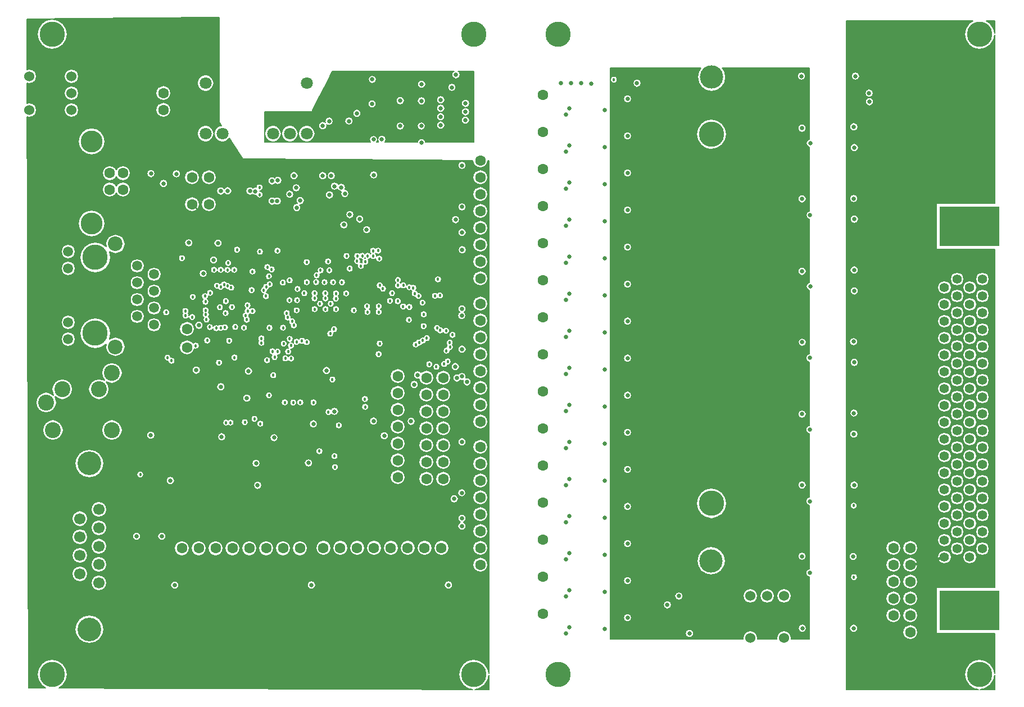
<source format=gbr>
G04 (created by PCBNEW-RS274X (2010-03-14)-final) date Tue 01 Feb 2011 02:56:59 PM EST*
G01*
G70*
G90*
%MOIN*%
G04 Gerber Fmt 3.4, Leading zero omitted, Abs format*
%FSLAX34Y34*%
G04 APERTURE LIST*
%ADD10C,0.001000*%
%ADD11C,0.063000*%
%ADD12C,0.149600*%
%ADD13C,0.137800*%
%ADD14C,0.150000*%
%ADD15C,0.070900*%
%ADD16C,0.129900*%
%ADD17C,0.060000*%
%ADD18C,0.055000*%
%ADD19R,0.354300X0.236200*%
%ADD20C,0.094500*%
%ADD21C,0.140000*%
%ADD22C,0.066900*%
%ADD23C,0.086600*%
%ADD24C,0.059100*%
%ADD25C,0.025000*%
%ADD26C,0.018000*%
%ADD27C,0.008000*%
%ADD28C,0.010000*%
%ADD29C,0.005000*%
%ADD30C,0.015000*%
%ADD31C,0.007000*%
G04 APERTURE END LIST*
G54D10*
G54D11*
X41900Y-24500D03*
X41900Y-25500D03*
X41900Y-26500D03*
X41900Y-27500D03*
X41900Y-28500D03*
X41900Y-29500D03*
X40900Y-24500D03*
X40900Y-25500D03*
X40900Y-26500D03*
X40900Y-27500D03*
X40900Y-28500D03*
G54D12*
X30100Y00068D03*
G54D13*
X30108Y03454D03*
G54D12*
X30100Y-21845D03*
G54D13*
X30084Y-25254D03*
G54D14*
X16000Y-32000D03*
X-09000Y06000D03*
X16000Y06000D03*
X-09000Y-32000D03*
G54D11*
X-02400Y02500D03*
X-02400Y01500D03*
X-00700Y-04100D03*
X00300Y-04100D03*
X-00700Y-02500D03*
X00300Y-02500D03*
X11500Y-14300D03*
X11500Y-15300D03*
X11500Y-16300D03*
X11500Y-17300D03*
X11500Y-18300D03*
X11500Y-19300D03*
X11500Y-20300D03*
X14200Y-20400D03*
X13200Y-20400D03*
X14200Y-19400D03*
X13200Y-19400D03*
X14200Y-18400D03*
X13200Y-18400D03*
X14200Y-17400D03*
X13200Y-17400D03*
X14200Y-16400D03*
X13200Y-16400D03*
X14200Y-15400D03*
X13200Y-15400D03*
X14200Y-14400D03*
X13200Y-14400D03*
X16400Y-01500D03*
X16400Y-02500D03*
X16400Y-04500D03*
X16400Y-05500D03*
X16400Y-06500D03*
X16400Y-07500D03*
X16400Y-08500D03*
X16400Y-03500D03*
X16400Y-10000D03*
X16400Y-11000D03*
X16400Y-13000D03*
X16400Y-14000D03*
X16400Y-15000D03*
X16400Y-16000D03*
X16400Y-17000D03*
X16400Y-12000D03*
X16400Y-18500D03*
X16400Y-19500D03*
X16400Y-21500D03*
X16400Y-22500D03*
X16400Y-23500D03*
X16400Y-24500D03*
X16400Y-25500D03*
X16400Y-20500D03*
G54D15*
X00100Y00100D03*
X01100Y00100D03*
X04100Y00100D03*
X05100Y00100D03*
X06100Y00100D03*
X06100Y03100D03*
X00100Y03100D03*
G54D16*
X-06660Y-00359D03*
X-06660Y-05241D03*
G54D11*
X-05593Y-02237D03*
X-04806Y-02237D03*
X-04806Y-03221D03*
X-05593Y-03221D03*
G54D17*
X34400Y-27350D03*
X33400Y-27350D03*
X32400Y-27350D03*
X32400Y-29850D03*
X34400Y-29850D03*
X-07850Y01500D03*
X-07850Y02500D03*
X-07850Y03500D03*
X-10350Y03500D03*
X-10350Y01500D03*
G54D18*
X43919Y-25035D03*
X44669Y-24535D03*
X43919Y-24035D03*
X44669Y-23535D03*
X43919Y-23035D03*
X44669Y-22535D03*
X43919Y-22035D03*
X44669Y-21535D03*
X43919Y-21035D03*
X44669Y-20535D03*
X43919Y-20035D03*
X44669Y-19535D03*
X43919Y-19035D03*
X44669Y-18535D03*
X43919Y-18035D03*
X44669Y-17535D03*
X43919Y-17035D03*
X44669Y-16535D03*
X43919Y-16035D03*
X44669Y-15535D03*
X43919Y-15035D03*
X44669Y-14535D03*
X43919Y-14035D03*
X44669Y-13535D03*
X43919Y-13035D03*
X44669Y-12535D03*
X43919Y-12035D03*
X44669Y-11535D03*
X43919Y-11035D03*
X44669Y-10535D03*
X43919Y-10035D03*
X44669Y-09535D03*
X43919Y-09035D03*
X44669Y-08535D03*
X45419Y-25035D03*
X46169Y-24535D03*
X45419Y-24035D03*
X46169Y-23535D03*
X45419Y-23035D03*
X46169Y-22535D03*
X45419Y-22035D03*
X46169Y-21535D03*
X45419Y-21035D03*
X46169Y-20535D03*
X45419Y-20035D03*
X46169Y-19535D03*
X45419Y-19035D03*
X46169Y-18535D03*
X45419Y-18035D03*
X46169Y-17535D03*
X45419Y-17035D03*
X46169Y-16535D03*
X45419Y-16035D03*
X46169Y-15535D03*
X45419Y-15035D03*
X46169Y-14535D03*
X45419Y-14035D03*
X46169Y-13535D03*
X45419Y-13035D03*
X46169Y-12535D03*
X45419Y-12035D03*
X46169Y-11535D03*
X45419Y-11035D03*
X46169Y-10535D03*
X45419Y-10035D03*
X46169Y-09535D03*
X45419Y-09035D03*
X46169Y-08535D03*
G54D19*
X45419Y-28185D03*
X45419Y-05385D03*
G54D20*
X-09349Y-15859D03*
X-08404Y-15072D03*
X-06239Y-15072D03*
X-05451Y-14107D03*
X-05451Y-17493D03*
X-08955Y-17493D03*
G54D11*
X20117Y-26185D03*
X20117Y-21785D03*
X20117Y-23985D03*
X20117Y-15185D03*
X20117Y-17385D03*
X20117Y-19585D03*
X20117Y-12985D03*
X20117Y-06385D03*
X20117Y-04185D03*
X20117Y-08585D03*
X20117Y00215D03*
X20117Y-01985D03*
X20117Y-10785D03*
X20117Y02415D03*
X03690Y-24510D03*
X04690Y-24510D03*
X05690Y-24510D03*
X02690Y-24510D03*
X01690Y-24510D03*
X00690Y-24510D03*
X-00310Y-24510D03*
X-01310Y-24510D03*
X14083Y-24496D03*
X13083Y-24496D03*
X12083Y-24496D03*
X11083Y-24496D03*
X10083Y-24496D03*
X09083Y-24496D03*
X08083Y-24496D03*
X07083Y-24496D03*
X-01000Y-11500D03*
X-01000Y-12600D03*
X20117Y-28385D03*
G54D14*
X46000Y-32000D03*
X46000Y06000D03*
X21000Y-32000D03*
X21000Y06000D03*
G54D21*
X-06800Y-19480D03*
G54D22*
X-06241Y-22206D03*
X-06241Y-23297D03*
X-06241Y-24387D03*
X-06241Y-25478D03*
X-06241Y-26569D03*
X-07359Y-22752D03*
X-07359Y-23842D03*
X-07359Y-24933D03*
X-07359Y-26023D03*
G54D21*
X-06800Y-29319D03*
G54D12*
X-06451Y-07251D03*
X-06451Y-11751D03*
G54D23*
X-05250Y-06448D03*
X-05250Y-12552D03*
G54D24*
X-08049Y-06891D03*
X-08049Y-12111D03*
X-08049Y-07891D03*
X-08049Y-11111D03*
X-03951Y-07751D03*
X-02951Y-08251D03*
X-03951Y-08751D03*
X-02951Y-09251D03*
X-03951Y-09751D03*
X-02951Y-10251D03*
X-03951Y-10751D03*
X-02951Y-11251D03*
G54D25*
X04044Y-03906D03*
G54D26*
X03859Y-08377D03*
X01854Y-11374D03*
X14014Y-11576D03*
X10421Y-12362D03*
X06098Y-12271D03*
G54D25*
X08357Y-03456D03*
G54D26*
X00101Y-10385D03*
X01251Y-11401D03*
X00367Y-09353D03*
X01615Y-09038D03*
X-00662Y-09598D03*
X00601Y-07989D03*
X00998Y-07986D03*
X01395Y-07986D03*
X01799Y-07986D03*
X-01300Y-07295D03*
X-02240Y-10505D03*
X04969Y-10816D03*
X02539Y-10943D03*
G54D25*
X15297Y-23200D03*
X15603Y-14641D03*
X15320Y-06792D03*
X07266Y-13964D03*
G54D26*
X13784Y-13740D03*
G54D25*
X15309Y-05761D03*
X15301Y-14316D03*
X15305Y-22738D03*
G54D26*
X09563Y-16121D03*
X06501Y-15861D03*
X04731Y-12368D03*
X14739Y-11844D03*
X05160Y-12475D03*
X14368Y-11601D03*
X03857Y-15435D03*
X03740Y-13351D03*
X04997Y-12836D03*
X14574Y-12301D03*
X02998Y-16833D03*
X02424Y-17032D03*
X04067Y-12823D03*
X14459Y-13424D03*
X05169Y-13251D03*
X14383Y-12787D03*
X04833Y-13240D03*
X14589Y-12561D03*
X04367Y-12837D03*
X14244Y-13571D03*
X04693Y-11418D03*
X01572Y-17055D03*
X03883Y-11425D03*
X01319Y-17052D03*
X02476Y-10696D03*
X04910Y-10552D03*
X03757Y-07821D03*
X02595Y-10439D03*
X05231Y-11040D03*
X-02163Y-13200D03*
X00112Y-10638D03*
X03902Y-08837D03*
X00998Y-11428D03*
X02372Y-11420D03*
X03676Y-09546D03*
X00734Y-11447D03*
X03549Y-09199D03*
X00348Y-11383D03*
X00150Y-10936D03*
X03690Y-08994D03*
X12187Y-09020D03*
X09390Y-07153D03*
X09544Y-15652D03*
G54D25*
X14922Y-05004D03*
X14912Y-13729D03*
X15010Y-14409D03*
X14840Y-21580D03*
G54D26*
X05712Y-15856D03*
X11158Y-09369D03*
X09309Y-07757D03*
X05300Y-15866D03*
X07615Y-14498D03*
X06844Y-18750D03*
X09084Y-07468D03*
X11813Y-10162D03*
X11035Y-09829D03*
X09090Y-07165D03*
G54D25*
X12674Y-14225D03*
G54D26*
X05330Y-11278D03*
X-01927Y-13379D03*
X02587Y-10085D03*
X02878Y-10435D03*
G54D25*
X12472Y-14791D03*
X24903Y03061D03*
X24585Y02224D03*
X24583Y00020D03*
X24577Y-02193D03*
X24578Y-04390D03*
X24572Y-06603D03*
X24583Y-08780D03*
X24581Y-10983D03*
X24585Y-13176D03*
X24573Y-15400D03*
X24572Y-17604D03*
X24570Y-19807D03*
X24573Y-22000D03*
X24570Y-24207D03*
X24580Y-26387D03*
X24576Y-28594D03*
X27394Y-29119D03*
X26655Y-29649D03*
X31137Y-29794D03*
X35482Y00012D03*
X35470Y-04208D03*
X35478Y-08492D03*
X35482Y-12716D03*
X35466Y-17004D03*
X35470Y-21204D03*
X35478Y-25428D03*
X35510Y-29712D03*
X35490Y-13994D03*
X35478Y-09733D03*
X35502Y-05498D03*
X35482Y-01229D03*
X35441Y03027D03*
X35522Y-26743D03*
X35485Y-22484D03*
X35499Y-18238D03*
X25121Y-28632D03*
X23781Y-29290D03*
X21472Y-29571D03*
X21472Y-27371D03*
X23781Y-27090D03*
X25121Y-26432D03*
X21472Y-25171D03*
X23781Y-24890D03*
X25121Y-24232D03*
X21472Y-22971D03*
X23781Y-22690D03*
X25121Y-22032D03*
X21472Y-20771D03*
X23781Y-20490D03*
X25121Y-19832D03*
X21472Y-18571D03*
X23781Y-18290D03*
X25121Y-17632D03*
X21472Y-16371D03*
X23781Y-16090D03*
X25121Y-15432D03*
X21472Y-14171D03*
X23781Y-13890D03*
X25121Y-13232D03*
X21472Y-11971D03*
X23781Y-11690D03*
X25121Y-11032D03*
X21472Y-09771D03*
X23781Y-09490D03*
X25121Y-08832D03*
X21472Y-07571D03*
X23781Y-07290D03*
X25121Y-06632D03*
X21472Y-05371D03*
X23781Y-05090D03*
X25121Y-04432D03*
X21472Y-03171D03*
X23781Y-02890D03*
X25121Y-02232D03*
X21472Y-00971D03*
X23781Y-00690D03*
X25121Y-00032D03*
X21472Y01229D03*
X23781Y01510D03*
X25121Y02168D03*
X25687Y03095D03*
X28795Y-29565D03*
X28167Y-27349D03*
X27484Y-27871D03*
X35470Y00423D03*
X35478Y-03773D03*
X35474Y-08073D03*
X35486Y-12281D03*
X35478Y-16549D03*
X35478Y-20756D03*
X35470Y-24988D03*
X35490Y-29256D03*
G54D26*
X24308Y03300D03*
G54D25*
X35947Y-21718D03*
X35943Y-17465D03*
X35943Y-13215D03*
X35963Y-08964D03*
X35953Y-04743D03*
X35963Y-00464D03*
X35949Y-25978D03*
X35438Y03515D03*
X21682Y-02796D03*
X21682Y-00596D03*
X21682Y01604D03*
X21170Y03105D03*
X21682Y-29196D03*
X21682Y-26996D03*
X21682Y-24796D03*
X21682Y-22596D03*
X22968Y03072D03*
X21682Y-20396D03*
X21682Y-18196D03*
X21682Y-15996D03*
X21682Y-13796D03*
X22366Y03089D03*
X21682Y-11596D03*
X21682Y-09396D03*
X21682Y-07196D03*
X21682Y-04996D03*
X21781Y03097D03*
G54D26*
X05084Y-12079D03*
G54D25*
X07447Y-03538D03*
G54D26*
X04107Y-14237D03*
X04796Y-15854D03*
X05813Y-12200D03*
G54D25*
X08149Y-03088D03*
G54D26*
X05499Y-12260D03*
G54D25*
X07747Y-03020D03*
X15511Y00898D03*
X15516Y01392D03*
X15516Y01895D03*
X14045Y02108D03*
X14040Y01610D03*
X14035Y01106D03*
X14045Y00603D03*
X12900Y02044D03*
X14705Y02848D03*
X12891Y00549D03*
X07423Y00843D03*
X07048Y00569D03*
X09069Y01303D03*
X10057Y-00250D03*
X09969Y01866D03*
X09985Y03319D03*
X11641Y02054D03*
X11641Y00553D03*
X08593Y00847D03*
X10550Y-00245D03*
X14949Y03593D03*
X15516Y00403D03*
X15512Y02396D03*
X07624Y01664D03*
X08572Y01542D03*
X08210Y02608D03*
G54D26*
X10328Y-06851D03*
X12157Y-10954D03*
X12179Y-10194D03*
X13033Y-11328D03*
X13036Y-10627D03*
X12968Y-09934D03*
X10363Y-12992D03*
X06561Y-09372D03*
X07197Y-09372D03*
X07832Y-09385D03*
X07832Y-10323D03*
X07207Y-10320D03*
X06568Y-10323D03*
X06884Y-10000D03*
X07520Y-09997D03*
X06558Y-09678D03*
X07204Y-09681D03*
X07826Y-09691D03*
X05498Y-10385D03*
X08891Y-10389D03*
X07715Y-11505D03*
X07490Y-11774D03*
X06683Y-08308D03*
X06918Y-08016D03*
G54D25*
X-03997Y-23802D03*
X-02501Y-23800D03*
G54D26*
X05078Y-08607D03*
X05522Y-09790D03*
G54D25*
X15305Y-01787D03*
X15305Y-04248D03*
X15305Y-10299D03*
X15291Y-10703D03*
X15312Y-12697D03*
X15305Y-18197D03*
X15291Y-21222D03*
G54D26*
X03318Y-06905D03*
X02878Y-08088D03*
X01498Y-12196D03*
X00943Y-10203D03*
X01299Y-09842D03*
X01663Y-10200D03*
X01287Y-10553D03*
X-00696Y-10792D03*
X02828Y-09194D03*
X01810Y-13193D03*
X00895Y-13497D03*
X00196Y-12175D03*
X-00480Y-12488D03*
G54D25*
X-00454Y-13942D03*
X00999Y-14924D03*
X-03153Y-17802D03*
X02644Y-13996D03*
X02547Y-15603D03*
X10694Y-17833D03*
X10058Y-16964D03*
X12283Y-16980D03*
G54D26*
X07362Y-07489D03*
X13366Y-13591D03*
X-01095Y-10703D03*
G54D25*
X09653Y-05600D03*
X09236Y-04974D03*
X08295Y-05317D03*
G54D26*
X01437Y-07575D03*
G54D25*
X03047Y-03319D03*
X00994Y-03308D03*
X02728Y-03309D03*
X01412Y-03296D03*
X04380Y-02680D03*
X04038Y-02709D03*
X04346Y-03900D03*
X05345Y-02396D03*
X07047Y-02396D03*
X07552Y-02390D03*
X10068Y-02355D03*
X05087Y-03496D03*
X05712Y-03878D03*
X00568Y-07401D03*
X03183Y-20779D03*
X06198Y-19448D03*
X03090Y-19466D03*
X14496Y-26691D03*
X06373Y-26691D03*
X-01733Y-26699D03*
X39452Y02502D03*
X39469Y01991D03*
G54D26*
X13880Y-08547D03*
X13829Y-11436D03*
X07770Y-19697D03*
X-03776Y-20134D03*
G54D25*
X38546Y00506D03*
X38539Y-03753D03*
X38567Y-07998D03*
X38525Y-12251D03*
X38559Y-20765D03*
X38503Y-25003D03*
X38531Y-29262D03*
X38552Y-16486D03*
X07745Y-16385D03*
X01050Y-17895D03*
G54D26*
X03342Y-17119D03*
G54D25*
X04154Y-17949D03*
X06488Y-17130D03*
G54D26*
X04189Y-13169D03*
X06097Y-07532D03*
X04362Y-06855D03*
G54D25*
X-02402Y-02858D03*
X-01639Y-02286D03*
X-03145Y-02276D03*
X-01994Y-20491D03*
X00829Y-06400D03*
X-00042Y-08202D03*
G54D26*
X04676Y-08741D03*
X04018Y-07959D03*
X38548Y-26230D03*
X38537Y-21979D03*
G54D25*
X38547Y-17733D03*
X38568Y-13480D03*
X38568Y-09238D03*
X38578Y-04978D03*
X38578Y-00729D03*
X38645Y03513D03*
X05501Y-04289D03*
X-00300Y-11279D03*
G54D26*
X09672Y-10147D03*
X12768Y-12296D03*
X10366Y-10485D03*
X12973Y-12183D03*
X09698Y-10490D03*
X12563Y-12421D03*
X10369Y-10148D03*
X13215Y-12038D03*
X12501Y-09388D03*
X08454Y-07162D03*
X01000Y-08994D03*
X11498Y-09843D03*
X09568Y-07504D03*
X01403Y-08944D03*
X05071Y-09790D03*
X01188Y-08860D03*
X00771Y-08931D03*
X05549Y-09121D03*
X03407Y-12059D03*
X00062Y-09551D03*
X01968Y-06794D03*
X07739Y-19041D03*
X03303Y-03518D03*
X03300Y-03098D03*
G54D25*
X05475Y-03116D03*
G54D26*
X09711Y-07153D03*
X13702Y-09532D03*
X10428Y-08906D03*
X13997Y-09507D03*
X12727Y-09535D03*
X08643Y-07911D03*
X12420Y-09053D03*
X10616Y-09103D03*
X11821Y-08904D03*
X10031Y-06855D03*
X11509Y-08911D03*
X10033Y-07166D03*
X11503Y-08594D03*
X10395Y-07320D03*
G54D25*
X-00907Y-06384D03*
X08651Y-04705D03*
G54D26*
X00090Y-09880D03*
X07385Y-16426D03*
X07999Y-17215D03*
X03407Y-12322D03*
G54D25*
X12906Y03034D03*
X12906Y-00444D03*
G54D26*
X06650Y-08717D03*
X07153Y-08719D03*
X07656Y-08723D03*
X08184Y-08724D03*
X06099Y-08720D03*
X08436Y-09385D03*
X05949Y-09371D03*
X07438Y-08009D03*
X-01101Y-10431D03*
X11194Y-08609D03*
X12159Y-11257D03*
X12205Y-10622D03*
X12192Y-09779D03*
X13035Y-10961D03*
X13003Y-10292D03*
X11166Y-11258D03*
X06195Y-10942D03*
X06601Y-10939D03*
X07192Y-10928D03*
X07596Y-10945D03*
X08150Y-10928D03*
X05948Y-10320D03*
X08450Y-10323D03*
X03361Y-10690D03*
X02003Y-12197D03*
X02378Y-12809D03*
G54D25*
X01056Y-16045D03*
X01652Y-15599D03*
G54D26*
X07003Y-14950D03*
G54D25*
X10064Y-14904D03*
X08390Y-15646D03*
X12292Y-17833D03*
X12409Y-19741D03*
G54D26*
X13371Y-13152D03*
X02208Y-07983D03*
X01429Y-06793D03*
G54D25*
X10532Y-02361D03*
X03740Y-20523D03*
X06819Y-20494D03*
G54D26*
X13904Y-07692D03*
X14299Y-10842D03*
X01003Y-12179D03*
X01412Y-13634D03*
X07279Y-19428D03*
X-04051Y-20158D03*
G54D25*
X15053Y-03499D03*
X15300Y-11719D03*
X15306Y-20776D03*
G54D26*
X04688Y-08114D03*
X04727Y-07545D03*
X05154Y-07546D03*
X05774Y-07546D03*
X06098Y-06771D03*
G54D25*
X38546Y00046D03*
X38539Y-04206D03*
X38553Y-08451D03*
X38560Y-12718D03*
X38544Y-16963D03*
X38552Y-21218D03*
X38531Y-25449D03*
X38517Y-29722D03*
G54D27*
X07624Y01664D02*
X08572Y01542D01*
X08572Y01542D02*
X09622Y01587D01*
X09622Y01587D02*
X13100Y00974D01*
X13100Y00974D02*
X14334Y00842D01*
X14334Y00842D02*
X15516Y00403D01*
X14334Y00842D02*
X15150Y02131D01*
X15150Y02131D02*
X15512Y02396D01*
G54D28*
X-00700Y-04100D02*
X01287Y-05863D01*
X01287Y-05863D02*
X01429Y-06793D01*
X01429Y-06793D02*
X02208Y-07983D01*
X02208Y-07983D02*
X03129Y-08965D01*
X03129Y-08965D02*
X03361Y-10690D01*
X03361Y-10690D02*
X02461Y-12276D01*
X02461Y-12276D02*
X02003Y-12197D01*
X02461Y-12276D02*
X02378Y-12809D01*
X02003Y-12197D02*
X01627Y-12463D01*
X01627Y-12463D02*
X01249Y-12405D01*
X01249Y-12405D02*
X01003Y-12179D01*
X01412Y-13634D02*
X02101Y-13414D01*
X02101Y-13414D02*
X02378Y-12809D01*
X01412Y-13634D02*
X01652Y-15599D01*
X01652Y-15599D02*
X01056Y-16045D01*
X01652Y-15599D02*
X02955Y-15057D01*
X02955Y-15057D02*
X05618Y-15001D01*
X05618Y-15001D02*
X07003Y-14950D01*
X07003Y-14950D02*
X08390Y-15646D01*
X08390Y-15646D02*
X10064Y-14904D01*
X10064Y-14904D02*
X08150Y-10928D01*
X08150Y-10928D02*
X08450Y-10323D01*
X03361Y-10690D02*
X05005Y-10142D01*
X05005Y-10142D02*
X05952Y-10157D01*
X05952Y-10157D02*
X05948Y-10320D01*
X08150Y-10928D02*
X11166Y-11258D01*
X11166Y-11258D02*
X12159Y-11257D01*
X12159Y-11257D02*
X13035Y-10961D01*
X13035Y-10961D02*
X12205Y-10622D01*
X12205Y-10622D02*
X13003Y-10292D01*
X13003Y-10292D02*
X12192Y-09779D01*
X08450Y-10323D02*
X09982Y-08637D01*
X09982Y-08637D02*
X11194Y-08609D01*
X11194Y-08609D02*
X11816Y-07828D01*
X11816Y-07828D02*
X13904Y-07692D01*
X13904Y-07692D02*
X14388Y-09271D01*
X14388Y-09271D02*
X14299Y-10842D01*
X13035Y-10961D02*
X14299Y-10842D01*
X13904Y-07692D02*
X10532Y-02361D01*
X08390Y-15646D02*
X08198Y-19303D01*
X08198Y-19303D02*
X07279Y-19428D01*
X07279Y-19428D02*
X06819Y-20494D01*
X06819Y-20494D02*
X03740Y-20523D01*
X03740Y-20523D02*
X01638Y-19380D01*
X01638Y-19380D02*
X00641Y-17954D01*
X00596Y-17287D02*
X01056Y-16045D01*
X00596Y-17287D02*
X-03987Y-19333D01*
X-03987Y-19333D02*
X-04051Y-20158D01*
X08198Y-19303D02*
X10687Y-20888D01*
X10687Y-20888D02*
X11879Y-21008D01*
X11879Y-21008D02*
X12409Y-19741D01*
X12409Y-19741D02*
X12292Y-17833D01*
X10064Y-14904D02*
X11036Y-13660D01*
X11036Y-13660D02*
X13371Y-13152D01*
X11879Y-21008D02*
X14511Y-21018D01*
X14511Y-21018D02*
X15306Y-20776D01*
X15306Y-20776D02*
X15653Y-17400D01*
X15653Y-17400D02*
X15904Y-14640D01*
X15904Y-14640D02*
X15661Y-11988D01*
X15661Y-11988D02*
X15300Y-11719D01*
X15300Y-11719D02*
X14299Y-10842D01*
X10532Y-02361D02*
X15053Y-03499D01*
G54D29*
X04688Y-08114D02*
X04727Y-07545D01*
X04727Y-07545D02*
X05154Y-07546D01*
X05154Y-07546D02*
X05774Y-07546D01*
X05774Y-07546D02*
X06098Y-06771D01*
X04688Y-08114D02*
X03129Y-08965D01*
X05948Y-10320D02*
X06195Y-10942D01*
X06195Y-10942D02*
X06601Y-10939D01*
X06601Y-10939D02*
X07192Y-10928D01*
X07192Y-10928D02*
X07596Y-10945D01*
X07596Y-10945D02*
X08150Y-10928D01*
G54D28*
X00641Y-17954D02*
X00596Y-17287D01*
G54D30*
X43919Y-25035D02*
X41900Y-25500D01*
G54D10*
G36*
X15674Y02540D02*
X16000Y03380D01*
X16000Y02540D01*
X15674Y02540D01*
X15674Y02540D01*
G37*
G54D31*
X15674Y02540D02*
X16000Y03380D01*
X16000Y02540D01*
X15674Y02540D01*
G54D10*
G36*
X15674Y03380D02*
X16000Y03800D01*
X16000Y03380D01*
X15674Y03380D01*
X15674Y03380D01*
G37*
G54D31*
X15674Y03380D02*
X16000Y03800D01*
X16000Y03380D01*
X15674Y03380D01*
G54D10*
G36*
X15674Y00020D02*
X15606Y00669D01*
X16000Y00020D01*
X15674Y00020D01*
X15674Y00020D01*
G37*
G54D31*
X15674Y00020D02*
X15606Y00669D01*
X16000Y00020D01*
X15674Y00020D01*
G54D10*
G36*
X15674Y00020D02*
X15674Y-00400D01*
X15021Y00020D01*
X15674Y00020D01*
X15674Y00020D01*
G37*
G54D31*
X15674Y00020D02*
X15674Y-00400D01*
X15021Y00020D01*
X15674Y00020D01*
G54D10*
G36*
X16000Y02231D02*
X16000Y01813D01*
X15745Y01990D01*
X16000Y02231D01*
X16000Y02231D01*
G37*
G54D31*
X16000Y02231D02*
X16000Y01813D01*
X15745Y01990D01*
X16000Y02231D01*
G54D10*
G36*
X15674Y03380D02*
X16000Y03380D01*
X15674Y02540D01*
X15674Y03380D01*
X15674Y03380D01*
G37*
G54D31*
X15674Y03380D02*
X16000Y03380D01*
X15674Y02540D01*
X15674Y03380D01*
G54D10*
G36*
X15021Y02540D02*
X14953Y02848D01*
X15674Y02540D01*
X15021Y02540D01*
X15021Y02540D01*
G37*
G54D31*
X15021Y02540D02*
X14953Y02848D01*
X15674Y02540D01*
X15021Y02540D01*
G54D10*
G36*
X15674Y03380D02*
X14934Y02943D01*
X15124Y03418D01*
X15674Y03380D01*
X15674Y03380D01*
G37*
G54D31*
X15674Y03380D02*
X14934Y02943D01*
X15124Y03418D01*
X15674Y03380D01*
G54D10*
G36*
X14283Y01106D02*
X14264Y01201D01*
X15021Y00860D01*
X14283Y01106D01*
X14283Y01106D01*
G37*
G54D31*
X14283Y01106D02*
X14264Y01201D01*
X15021Y00860D01*
X14283Y01106D01*
G54D10*
G36*
X15674Y00020D02*
X16000Y-00400D01*
X15674Y-00400D01*
X15674Y00020D01*
X15674Y00020D01*
G37*
G54D31*
X15674Y00020D02*
X16000Y-00400D01*
X15674Y-00400D01*
X15674Y00020D01*
G54D10*
G36*
X16000Y01105D02*
X15745Y01297D01*
X16000Y01168D01*
X16000Y01105D01*
X16000Y01105D01*
G37*
G54D31*
X16000Y01105D02*
X15745Y01297D01*
X16000Y01168D01*
X16000Y01105D01*
G54D10*
G36*
X15021Y00860D02*
X15021Y00020D01*
X14274Y00508D01*
X15021Y00860D01*
X15021Y00860D01*
G37*
G54D31*
X15021Y00860D02*
X15021Y00020D01*
X14274Y00508D01*
X15021Y00860D01*
G54D10*
G36*
X14368Y01700D02*
X14274Y02013D01*
X15021Y01700D01*
X14368Y01700D01*
X14368Y01700D01*
G37*
G54D31*
X14368Y01700D02*
X14274Y02013D01*
X15021Y01700D01*
X14368Y01700D01*
G54D10*
G36*
X15674Y03380D02*
X15674Y02540D01*
X14953Y02848D01*
X15674Y03380D01*
X15674Y03380D01*
G37*
G54D31*
X15674Y03380D02*
X15674Y02540D01*
X14953Y02848D01*
X15674Y03380D01*
G54D10*
G36*
X15021Y02540D02*
X14293Y02108D01*
X14705Y02600D01*
X15021Y02540D01*
X15021Y02540D01*
G37*
G54D31*
X15021Y02540D02*
X14293Y02108D01*
X14705Y02600D01*
X15021Y02540D01*
G54D10*
G36*
X15021Y01700D02*
X15021Y00860D01*
X14264Y01201D01*
X15021Y01700D01*
X15021Y01700D01*
G37*
G54D31*
X15021Y01700D02*
X15021Y00860D01*
X14264Y01201D01*
X15021Y01700D01*
G54D10*
G36*
X14368Y00020D02*
X14274Y00508D01*
X15021Y00020D01*
X14368Y00020D01*
X14368Y00020D01*
G37*
G54D31*
X14368Y00020D02*
X14274Y00508D01*
X15021Y00020D01*
X14368Y00020D01*
G54D10*
G36*
X14368Y00860D02*
X14283Y01106D01*
X15021Y00860D01*
X14368Y00860D01*
X14368Y00860D01*
G37*
G54D31*
X14368Y00860D02*
X14283Y01106D01*
X15021Y00860D01*
X14368Y00860D01*
G54D10*
G36*
X14368Y00020D02*
X14368Y-00400D01*
X13716Y00020D01*
X14368Y00020D01*
X14368Y00020D01*
G37*
G54D31*
X14368Y00020D02*
X14368Y-00400D01*
X13716Y00020D01*
X14368Y00020D01*
G54D10*
G36*
X15021Y02540D02*
X15021Y01700D01*
X14293Y02108D01*
X15021Y02540D01*
X15021Y02540D01*
G37*
G54D31*
X15021Y02540D02*
X15021Y01700D01*
X14293Y02108D01*
X15021Y02540D01*
G54D10*
G36*
X13716Y01700D02*
X13811Y01515D01*
X13063Y01700D01*
X13716Y01700D01*
X13716Y01700D01*
G37*
G54D31*
X13716Y01700D02*
X13811Y01515D01*
X13063Y01700D01*
X13716Y01700D01*
G54D10*
G36*
X14368Y00020D02*
X14695Y-00400D01*
X14368Y-00400D01*
X14368Y00020D01*
X14368Y00020D01*
G37*
G54D31*
X14368Y00020D02*
X14695Y-00400D01*
X14368Y-00400D01*
X14368Y00020D01*
G54D10*
G36*
X14368Y00860D02*
X15021Y00860D01*
X14293Y00603D01*
X14368Y00860D01*
X14368Y00860D01*
G37*
G54D31*
X14368Y00860D02*
X15021Y00860D01*
X14293Y00603D01*
X14368Y00860D01*
G54D10*
G36*
X13798Y00603D02*
X13139Y00549D01*
X13716Y00860D01*
X13798Y00603D01*
X13798Y00603D01*
G37*
G54D31*
X13798Y00603D02*
X13139Y00549D01*
X13716Y00860D01*
X13798Y00603D01*
G54D10*
G36*
X14368Y03380D02*
X14476Y02943D01*
X13716Y03380D01*
X14368Y03380D01*
X14368Y03380D01*
G37*
G54D31*
X14368Y03380D02*
X14476Y02943D01*
X13716Y03380D01*
X14368Y03380D01*
G54D10*
G36*
X13063Y02540D02*
X13081Y02859D01*
X13716Y02540D01*
X13063Y02540D01*
X13063Y02540D01*
G37*
G54D31*
X13063Y02540D02*
X13081Y02859D01*
X13716Y02540D01*
X13063Y02540D01*
G54D10*
G36*
X13063Y01700D02*
X12796Y00778D01*
X12411Y01700D01*
X13063Y01700D01*
X13063Y01700D01*
G37*
G54D31*
X13063Y01700D02*
X12796Y00778D01*
X12411Y01700D01*
X13063Y01700D01*
G54D10*
G36*
X13860Y00931D02*
X13870Y00778D01*
X13716Y00860D01*
X13860Y00931D01*
X13860Y00931D01*
G37*
G54D31*
X13860Y00931D02*
X13870Y00778D01*
X13716Y00860D01*
X13860Y00931D01*
G54D10*
G36*
X13716Y01700D02*
X13811Y01705D01*
X13792Y01610D01*
X13716Y01700D01*
X13716Y01700D01*
G37*
G54D31*
X13716Y01700D02*
X13811Y01705D01*
X13792Y01610D01*
X13716Y01700D01*
G54D10*
G36*
X14368Y02540D02*
X14045Y02355D01*
X13716Y02540D01*
X14368Y02540D01*
X14368Y02540D01*
G37*
G54D31*
X14368Y02540D02*
X14045Y02355D01*
X13716Y02540D01*
X14368Y02540D01*
G54D10*
G36*
X13716Y03380D02*
X13716Y02540D01*
X13154Y03034D01*
X13716Y03380D01*
X13716Y03380D01*
G37*
G54D31*
X13716Y03380D02*
X13716Y02540D01*
X13154Y03034D01*
X13716Y03380D01*
G54D10*
G36*
X13063Y03800D02*
X12811Y03263D01*
X12737Y03800D01*
X13063Y03800D01*
X13063Y03800D01*
G37*
G54D31*
X13063Y03800D02*
X12811Y03263D01*
X12737Y03800D01*
X13063Y03800D01*
G54D10*
G36*
X12411Y01700D02*
X11758Y00860D01*
X11758Y01700D01*
X12411Y01700D01*
X12411Y01700D01*
G37*
G54D31*
X12411Y01700D02*
X11758Y00860D01*
X11758Y01700D01*
X12411Y01700D01*
G54D10*
G36*
X13063Y00860D02*
X12891Y00796D01*
X13063Y01700D01*
X13063Y00860D01*
X13063Y00860D01*
G37*
G54D31*
X13063Y00860D02*
X12891Y00796D01*
X13063Y01700D01*
X13063Y00860D01*
G54D10*
G36*
X11105Y01700D02*
X11546Y01825D01*
X11758Y01700D01*
X11105Y01700D01*
X11105Y01700D01*
G37*
G54D31*
X11105Y01700D02*
X11546Y01825D01*
X11758Y01700D01*
X11105Y01700D01*
G54D10*
G36*
X12411Y02540D02*
X11758Y02540D01*
X12411Y03380D01*
X12411Y02540D01*
X12411Y02540D01*
G37*
G54D31*
X12411Y02540D02*
X11758Y02540D01*
X12411Y03380D01*
X12411Y02540D01*
G54D10*
G36*
X11758Y01700D02*
X11546Y00782D01*
X11105Y01700D01*
X11758Y01700D01*
X11758Y01700D01*
G37*
G54D31*
X11758Y01700D02*
X11546Y00782D01*
X11105Y01700D01*
X11758Y01700D01*
G54D10*
G36*
X11105Y00020D02*
X11546Y00324D01*
X11758Y00020D01*
X11105Y00020D01*
X11105Y00020D01*
G37*
G54D31*
X11105Y00020D02*
X11546Y00324D01*
X11758Y00020D01*
X11105Y00020D01*
G54D10*
G36*
X12411Y01700D02*
X12411Y00860D01*
X11758Y00860D01*
X12411Y01700D01*
X12411Y01700D01*
G37*
G54D31*
X12411Y01700D02*
X12411Y00860D01*
X11758Y00860D01*
X12411Y01700D01*
G54D10*
G36*
X12411Y02540D02*
X12653Y02044D01*
X11889Y02054D01*
X12411Y02540D01*
X12411Y02540D01*
G37*
G54D31*
X12411Y02540D02*
X12653Y02044D01*
X11889Y02054D01*
X12411Y02540D01*
G54D10*
G36*
X12411Y03380D02*
X11758Y02540D01*
X11758Y03380D01*
X12411Y03380D01*
X12411Y03380D01*
G37*
G54D31*
X12411Y03380D02*
X11758Y02540D01*
X11758Y03380D01*
X12411Y03380D01*
G54D10*
G36*
X11758Y02540D02*
X11105Y02540D01*
X11758Y03380D01*
X11758Y02540D01*
X11758Y02540D01*
G37*
G54D31*
X11758Y02540D02*
X11105Y02540D01*
X11758Y03380D01*
X11758Y02540D01*
G54D10*
G36*
X11105Y03380D02*
X11105Y03800D01*
X11758Y03380D01*
X11105Y03380D01*
X11105Y03380D01*
G37*
G54D31*
X11105Y03380D02*
X11105Y03800D01*
X11758Y03380D01*
X11105Y03380D01*
G54D10*
G36*
X11105Y01700D02*
X10453Y00860D01*
X10453Y01700D01*
X11105Y01700D01*
X11105Y01700D01*
G37*
G54D31*
X11105Y01700D02*
X10453Y00860D01*
X10453Y01700D01*
X11105Y01700D01*
G54D10*
G36*
X11758Y00860D02*
X11546Y00782D01*
X11758Y01700D01*
X11758Y00860D01*
X11758Y00860D01*
G37*
G54D31*
X11758Y00860D02*
X11546Y00782D01*
X11758Y01700D01*
X11758Y00860D01*
G54D10*
G36*
X10779Y-00340D02*
X10820Y-00400D01*
X10738Y-00400D01*
X10779Y-00340D01*
X10779Y-00340D01*
G37*
G54D31*
X10779Y-00340D02*
X10820Y-00400D01*
X10738Y-00400D01*
X10779Y-00340D01*
G54D10*
G36*
X11105Y00860D02*
X10645Y-00016D01*
X10453Y00860D01*
X11105Y00860D01*
X11105Y00860D01*
G37*
G54D31*
X11105Y00860D02*
X10645Y-00016D01*
X10453Y00860D01*
X11105Y00860D01*
G54D10*
G36*
X11105Y01700D02*
X10453Y01700D01*
X11105Y02540D01*
X11105Y01700D01*
X11105Y01700D01*
G37*
G54D31*
X11105Y01700D02*
X10453Y01700D01*
X11105Y02540D01*
X11105Y01700D01*
G54D10*
G36*
X11758Y03380D02*
X11105Y02540D01*
X11105Y03380D01*
X11758Y03380D01*
X11758Y03380D01*
G37*
G54D31*
X11758Y03380D02*
X11105Y02540D01*
X11105Y03380D01*
X11758Y03380D01*
G54D10*
G36*
X11105Y02540D02*
X10453Y02540D01*
X11105Y03380D01*
X11105Y02540D01*
X11105Y02540D01*
G37*
G54D31*
X11105Y02540D02*
X10453Y02540D01*
X11105Y03380D01*
X11105Y02540D01*
G54D10*
G36*
X11105Y03380D02*
X10453Y03380D01*
X10779Y03800D01*
X11105Y03380D01*
X11105Y03380D01*
G37*
G54D31*
X11105Y03380D02*
X10453Y03380D01*
X10779Y03800D01*
X11105Y03380D01*
G54D10*
G36*
X11105Y00020D02*
X10645Y-00016D01*
X11105Y00860D01*
X11105Y00020D01*
X11105Y00020D01*
G37*
G54D31*
X11105Y00020D02*
X10645Y-00016D01*
X11105Y00860D01*
X11105Y00020D01*
G54D10*
G36*
X11105Y01700D02*
X11105Y00860D01*
X10453Y00860D01*
X11105Y01700D01*
X11105Y01700D01*
G37*
G54D31*
X11105Y01700D02*
X11105Y00860D01*
X10453Y00860D01*
X11105Y01700D01*
G54D10*
G36*
X10453Y00860D02*
X10057Y-00003D01*
X09800Y00860D01*
X10453Y00860D01*
X10453Y00860D01*
G37*
G54D31*
X10453Y00860D02*
X10057Y-00003D01*
X09800Y00860D01*
X10453Y00860D01*
G54D10*
G36*
X11105Y02540D02*
X10453Y01700D01*
X10453Y02540D01*
X11105Y02540D01*
X11105Y02540D01*
G37*
G54D31*
X11105Y02540D02*
X10453Y01700D01*
X10453Y02540D01*
X11105Y02540D01*
G54D10*
G36*
X10453Y01700D02*
X10453Y00860D01*
X10064Y01637D01*
X10453Y01700D01*
X10453Y01700D01*
G37*
G54D31*
X10453Y01700D02*
X10453Y00860D01*
X10064Y01637D01*
X10453Y01700D01*
G54D10*
G36*
X11105Y03380D02*
X10453Y02540D01*
X10453Y03380D01*
X11105Y03380D01*
X11105Y03380D01*
G37*
G54D31*
X11105Y03380D02*
X10453Y02540D01*
X10453Y03380D01*
X11105Y03380D01*
G54D10*
G36*
X09147Y02540D02*
X09810Y03144D01*
X09800Y02540D01*
X09147Y02540D01*
X09147Y02540D01*
G37*
G54D31*
X09147Y02540D02*
X09810Y03144D01*
X09800Y02540D01*
X09147Y02540D01*
G54D10*
G36*
X09800Y00860D02*
X10064Y01637D01*
X10453Y00860D01*
X09800Y00860D01*
X09800Y00860D01*
G37*
G54D31*
X09800Y00860D02*
X10064Y01637D01*
X10453Y00860D01*
X09800Y00860D01*
G54D10*
G36*
X09147Y00020D02*
X09147Y00860D01*
X09800Y00860D01*
X09147Y00020D01*
X09147Y00020D01*
G37*
G54D31*
X09147Y00020D02*
X09147Y00860D01*
X09800Y00860D01*
X09147Y00020D01*
G54D10*
G36*
X10453Y02540D02*
X10214Y03224D01*
X10453Y03380D01*
X10453Y02540D01*
X10453Y02540D01*
G37*
G54D31*
X10453Y02540D02*
X10214Y03224D01*
X10453Y03380D01*
X10453Y02540D01*
G54D10*
G36*
X10453Y03380D02*
X10160Y03494D01*
X10283Y03800D01*
X10453Y03380D01*
X10453Y03380D01*
G37*
G54D31*
X10453Y03380D02*
X10160Y03494D01*
X10283Y03800D01*
X10453Y03380D01*
G54D10*
G36*
X09800Y00860D02*
X09800Y00020D01*
X09147Y00020D01*
X09800Y00860D01*
X09800Y00860D01*
G37*
G54D31*
X09800Y00860D02*
X09800Y00020D01*
X09147Y00020D01*
X09800Y00860D01*
G54D10*
G36*
X08974Y01074D02*
X09069Y01055D01*
X08841Y00847D01*
X08974Y01074D01*
X08974Y01074D01*
G37*
G54D31*
X08974Y01074D02*
X09069Y01055D01*
X08841Y00847D01*
X08974Y01074D01*
G54D10*
G36*
X08495Y-00400D02*
X08495Y00020D01*
X08821Y-00400D01*
X08495Y-00400D01*
X08495Y-00400D01*
G37*
G54D31*
X08495Y-00400D02*
X08495Y00020D01*
X08821Y-00400D01*
X08495Y-00400D01*
G54D10*
G36*
X10453Y02540D02*
X10064Y02095D01*
X09800Y02540D01*
X10453Y02540D01*
X10453Y02540D01*
G37*
G54D31*
X10453Y02540D02*
X10064Y02095D01*
X09800Y02540D01*
X10453Y02540D01*
G54D10*
G36*
X09147Y01700D02*
X08495Y01700D01*
X09147Y02540D01*
X09147Y01700D01*
X09147Y01700D01*
G37*
G54D31*
X09147Y01700D02*
X08495Y01700D01*
X09147Y02540D01*
X09147Y01700D01*
G54D10*
G36*
X09147Y02540D02*
X08495Y02540D01*
X09147Y03380D01*
X09147Y02540D01*
X09147Y02540D01*
G37*
G54D31*
X09147Y02540D02*
X08495Y02540D01*
X09147Y03380D01*
X09147Y02540D01*
G54D10*
G36*
X09810Y03494D02*
X09756Y03414D01*
X09806Y03800D01*
X09810Y03494D01*
X09810Y03494D01*
G37*
G54D31*
X09810Y03494D02*
X09756Y03414D01*
X09806Y03800D01*
X09810Y03494D01*
G54D10*
G36*
X08495Y03380D02*
X08821Y03800D01*
X09147Y03380D01*
X08495Y03380D01*
X08495Y03380D01*
G37*
G54D31*
X08495Y03380D02*
X08821Y03800D01*
X09147Y03380D01*
X08495Y03380D01*
G54D10*
G36*
X08495Y01700D02*
X08418Y01022D01*
X07842Y01700D01*
X08495Y01700D01*
X08495Y01700D01*
G37*
G54D31*
X08495Y01700D02*
X08418Y01022D01*
X07842Y01700D01*
X08495Y01700D01*
G54D10*
G36*
X09749Y-00400D02*
X09147Y-00400D01*
X09810Y-00250D01*
X09749Y-00400D01*
X09749Y-00400D01*
G37*
G54D31*
X09749Y-00400D02*
X09147Y-00400D01*
X09810Y-00250D01*
X09749Y-00400D01*
G54D10*
G36*
X07842Y00020D02*
X08418Y00672D01*
X08495Y00020D01*
X07842Y00020D01*
X07842Y00020D01*
G37*
G54D31*
X07842Y00020D02*
X08418Y00672D01*
X08495Y00020D01*
X07842Y00020D01*
G54D10*
G36*
X07842Y-00400D02*
X07842Y00020D01*
X08168Y-00400D01*
X07842Y-00400D01*
X07842Y-00400D01*
G37*
G54D31*
X07842Y-00400D02*
X07842Y00020D01*
X08168Y-00400D01*
X07842Y-00400D01*
G54D10*
G36*
X09147Y02540D02*
X08495Y01700D01*
X08495Y02540D01*
X09147Y02540D01*
X09147Y02540D01*
G37*
G54D31*
X09147Y02540D02*
X08495Y01700D01*
X08495Y02540D01*
X09147Y02540D01*
G54D10*
G36*
X08495Y01700D02*
X07842Y01700D01*
X08495Y02540D01*
X08495Y01700D01*
X08495Y01700D01*
G37*
G54D31*
X08495Y01700D02*
X07842Y01700D01*
X08495Y02540D01*
X08495Y01700D01*
G54D10*
G36*
X09147Y03380D02*
X08495Y02540D01*
X08495Y03380D01*
X09147Y03380D01*
X09147Y03380D01*
G37*
G54D31*
X09147Y03380D02*
X08495Y02540D01*
X08495Y03380D01*
X09147Y03380D01*
G54D10*
G36*
X08495Y02540D02*
X07842Y02540D01*
X08495Y03380D01*
X08495Y02540D01*
X08495Y02540D01*
G37*
G54D31*
X08495Y02540D02*
X07842Y02540D01*
X08495Y03380D01*
X08495Y02540D01*
G54D10*
G36*
X08495Y03380D02*
X08495Y03800D01*
X08821Y03800D01*
X08495Y03380D01*
X08495Y03380D01*
G37*
G54D31*
X08495Y03380D02*
X08495Y03800D01*
X08821Y03800D01*
X08495Y03380D01*
G54D10*
G36*
X07842Y03380D02*
X07842Y03800D01*
X08495Y03380D01*
X07842Y03380D01*
X07842Y03380D01*
G37*
G54D31*
X07842Y03380D02*
X07842Y03800D01*
X08495Y03380D01*
X07842Y03380D01*
G54D10*
G36*
X09147Y00020D02*
X08821Y-00400D01*
X08495Y00020D01*
X09147Y00020D01*
X09147Y00020D01*
G37*
G54D31*
X09147Y00020D02*
X08821Y-00400D01*
X08495Y00020D01*
X09147Y00020D01*
G54D10*
G36*
X08495Y02540D02*
X07842Y01700D01*
X07842Y02540D01*
X08495Y02540D01*
X08495Y02540D01*
G37*
G54D31*
X08495Y02540D02*
X07842Y01700D01*
X07842Y02540D01*
X08495Y02540D01*
G54D10*
G36*
X07842Y01700D02*
X07189Y01700D01*
X07842Y02540D01*
X07842Y01700D01*
X07842Y01700D01*
G37*
G54D31*
X07842Y01700D02*
X07189Y01700D01*
X07842Y02540D01*
X07842Y01700D01*
G54D10*
G36*
X08495Y03380D02*
X07842Y02540D01*
X07842Y03380D01*
X08495Y03380D01*
X08495Y03380D01*
G37*
G54D31*
X08495Y03380D02*
X07842Y02540D01*
X07842Y03380D01*
X08495Y03380D01*
G54D10*
G36*
X07189Y02540D02*
X07189Y02979D01*
X07842Y02540D01*
X07189Y02540D01*
X07189Y02540D01*
G37*
G54D31*
X07189Y02540D02*
X07189Y02979D01*
X07842Y02540D01*
X07189Y02540D01*
G54D10*
G36*
X07842Y03380D02*
X07390Y03380D01*
X07600Y03800D01*
X07842Y03380D01*
X07842Y03380D01*
G37*
G54D31*
X07842Y03380D02*
X07390Y03380D01*
X07600Y03800D01*
X07842Y03380D01*
G54D10*
G36*
X07189Y01700D02*
X07248Y01018D01*
X06400Y01400D01*
X07189Y01700D01*
X07189Y01700D01*
G37*
G54D31*
X07189Y01700D02*
X07248Y01018D01*
X06400Y01400D01*
X07189Y01700D01*
G54D10*
G36*
X07842Y02540D02*
X07189Y01700D01*
X07189Y02540D01*
X07842Y02540D01*
X07842Y02540D01*
G37*
G54D31*
X07842Y02540D02*
X07189Y01700D01*
X07189Y02540D01*
X07842Y02540D01*
G54D10*
G36*
X06550Y01700D02*
X06970Y02540D01*
X07189Y01700D01*
X06550Y01700D01*
X06550Y01700D01*
G37*
G54D31*
X06550Y01700D02*
X06970Y02540D01*
X07189Y01700D01*
X06550Y01700D01*
G54D10*
G36*
X07842Y02540D02*
X07189Y02979D01*
X07842Y03380D01*
X07842Y02540D01*
X07842Y02540D01*
G37*
G54D31*
X07842Y02540D02*
X07189Y02979D01*
X07842Y03380D01*
X07842Y02540D01*
G54D10*
G36*
X07189Y00020D02*
X06553Y-00088D01*
X06591Y00100D01*
X07189Y00020D01*
X07189Y00020D01*
G37*
G54D31*
X07189Y00020D02*
X06553Y-00088D01*
X06591Y00100D01*
X07189Y00020D01*
G54D10*
G36*
X07248Y01018D02*
X06953Y00798D01*
X06400Y01400D01*
X07248Y01018D01*
X07248Y01018D01*
G37*
G54D31*
X07248Y01018D02*
X06953Y00798D01*
X06400Y01400D01*
X07248Y01018D01*
G54D10*
G36*
X07189Y02540D02*
X07189Y01700D01*
X06970Y02540D01*
X07189Y02540D01*
X07189Y02540D01*
G37*
G54D31*
X07189Y02540D02*
X07189Y01700D01*
X06970Y02540D01*
X07189Y02540D01*
G54D10*
G36*
X04579Y00860D02*
X04579Y01400D01*
X04998Y01400D01*
X04579Y00860D01*
X04579Y00860D01*
G37*
G54D31*
X04579Y00860D02*
X04579Y01400D01*
X04998Y01400D01*
X04579Y00860D01*
G54D10*
G36*
X04579Y00860D02*
X04998Y01400D01*
X05232Y00860D01*
X04579Y00860D01*
X04579Y00860D01*
G37*
G54D31*
X04579Y00860D02*
X04998Y01400D01*
X05232Y00860D01*
X04579Y00860D01*
G54D10*
G36*
X04591Y00100D02*
X04609Y00100D01*
X04579Y00020D01*
X04591Y00100D01*
X04591Y00100D01*
G37*
G54D31*
X04591Y00100D02*
X04609Y00100D01*
X04579Y00020D01*
X04591Y00100D01*
G54D10*
G36*
X05232Y01400D02*
X05232Y00860D01*
X04998Y01400D01*
X05232Y01400D01*
X05232Y01400D01*
G37*
G54D31*
X05232Y01400D02*
X05232Y00860D01*
X04998Y01400D01*
X05232Y01400D01*
G54D10*
G36*
X04579Y00020D02*
X04609Y00100D01*
X04647Y-00088D01*
X04579Y00020D01*
X04579Y00020D01*
G37*
G54D31*
X04579Y00020D02*
X04609Y00100D01*
X04647Y-00088D01*
X04579Y00020D01*
G54D10*
G36*
X03926Y00860D02*
X03926Y01400D01*
X04579Y00860D01*
X03926Y00860D01*
X03926Y00860D01*
G37*
G54D31*
X03926Y00860D02*
X03926Y01400D01*
X04579Y00860D01*
X03926Y00860D01*
G54D10*
G36*
X04579Y00860D02*
X04100Y00591D01*
X03926Y00860D01*
X04579Y00860D01*
X04579Y00860D01*
G37*
G54D31*
X04579Y00860D02*
X04100Y00591D01*
X03926Y00860D01*
X04579Y00860D01*
G54D10*
G36*
X15178Y03688D02*
X15282Y03800D01*
X15197Y03593D01*
X15178Y03688D01*
X15178Y03688D01*
G37*
G54D31*
X15178Y03688D02*
X15282Y03800D01*
X15197Y03593D01*
X15178Y03688D01*
G54D10*
G36*
X06537Y00860D02*
X05884Y00860D01*
X06400Y01400D01*
X06537Y00860D01*
X06537Y00860D01*
G37*
G54D31*
X06537Y00860D02*
X05884Y00860D01*
X06400Y01400D01*
X06537Y00860D01*
G54D10*
G36*
X05884Y00860D02*
X05232Y00860D01*
X05884Y01400D01*
X05884Y00860D01*
X05884Y00860D01*
G37*
G54D31*
X05884Y00860D02*
X05232Y00860D01*
X05884Y01400D01*
X05884Y00860D01*
G54D10*
G36*
X15674Y00020D02*
X16000Y00020D01*
X16000Y-00400D01*
X15674Y00020D01*
X15674Y00020D01*
G37*
G54D31*
X15674Y00020D02*
X16000Y00020D01*
X16000Y-00400D01*
X15674Y00020D01*
G54D10*
G36*
X03600Y-00400D02*
X03753Y-00247D01*
X03914Y-00400D01*
X03600Y-00400D01*
X03600Y-00400D01*
G37*
G54D31*
X03600Y-00400D02*
X03753Y-00247D01*
X03914Y-00400D01*
X03600Y-00400D01*
G54D10*
G36*
X04553Y-00088D02*
X04579Y00020D01*
X04647Y-00088D01*
X04553Y-00088D01*
X04553Y-00088D01*
G37*
G54D31*
X04553Y-00088D02*
X04579Y00020D01*
X04647Y-00088D01*
X04553Y-00088D01*
G54D10*
G36*
X04753Y-00247D02*
X04707Y-00400D01*
X04447Y-00247D01*
X04753Y-00247D01*
X04753Y-00247D01*
G37*
G54D31*
X04753Y-00247D02*
X04707Y-00400D01*
X04447Y-00247D01*
X04753Y-00247D01*
G54D10*
G36*
X04096Y-00400D02*
X04100Y-00391D01*
X04317Y-00400D01*
X04096Y-00400D01*
X04096Y-00400D01*
G37*
G54D31*
X04096Y-00400D02*
X04100Y-00391D01*
X04317Y-00400D01*
X04096Y-00400D01*
G54D10*
G36*
X03914Y-00400D02*
X03912Y-00353D01*
X04096Y-00400D01*
X03914Y-00400D01*
X03914Y-00400D01*
G37*
G54D31*
X03914Y-00400D02*
X03912Y-00353D01*
X04096Y-00400D01*
X03914Y-00400D01*
G54D10*
G36*
X03912Y-00353D02*
X03914Y-00400D01*
X03753Y-00247D01*
X03912Y-00353D01*
X03912Y-00353D01*
G37*
G54D31*
X03912Y-00353D02*
X03914Y-00400D01*
X03753Y-00247D01*
X03912Y-00353D01*
G54D10*
G36*
X03753Y-00247D02*
X03600Y-00400D01*
X03647Y-00088D01*
X03753Y-00247D01*
X03753Y-00247D01*
G37*
G54D31*
X03753Y-00247D02*
X03600Y-00400D01*
X03647Y-00088D01*
X03753Y-00247D01*
G54D10*
G36*
X03647Y-00088D02*
X03600Y-00074D01*
X03609Y00100D01*
X03647Y-00088D01*
X03647Y-00088D01*
G37*
G54D31*
X03647Y-00088D02*
X03600Y-00074D01*
X03609Y00100D01*
X03647Y-00088D01*
G54D10*
G36*
X03600Y00098D02*
X03600Y00254D01*
X03609Y00100D01*
X03600Y00098D01*
X03600Y00098D01*
G37*
G54D31*
X03600Y00098D02*
X03600Y00254D01*
X03609Y00100D01*
X03600Y00098D01*
G54D10*
G36*
X05884Y00860D02*
X05447Y00447D01*
X05232Y00860D01*
X05884Y00860D01*
X05884Y00860D01*
G37*
G54D31*
X05884Y00860D02*
X05447Y00447D01*
X05232Y00860D01*
X05884Y00860D01*
G54D10*
G36*
X03753Y00447D02*
X03600Y00579D01*
X03912Y00553D01*
X03753Y00447D01*
X03753Y00447D01*
G37*
G54D31*
X03753Y00447D02*
X03600Y00579D01*
X03912Y00553D01*
X03753Y00447D01*
G54D10*
G36*
X03912Y00553D02*
X03926Y00860D01*
X04100Y00591D01*
X03912Y00553D01*
X03912Y00553D01*
G37*
G54D31*
X03912Y00553D02*
X03926Y00860D01*
X04100Y00591D01*
X03912Y00553D01*
G54D10*
G36*
X04100Y00591D02*
X04579Y00860D01*
X04288Y00553D01*
X04100Y00591D01*
X04100Y00591D01*
G37*
G54D31*
X04100Y00591D02*
X04579Y00860D01*
X04288Y00553D01*
X04100Y00591D01*
G54D10*
G36*
X04288Y00553D02*
X04579Y00860D01*
X04447Y00447D01*
X04288Y00553D01*
X04288Y00553D01*
G37*
G54D31*
X04288Y00553D02*
X04579Y00860D01*
X04447Y00447D01*
X04288Y00553D01*
G54D10*
G36*
X04579Y00860D02*
X04753Y00447D01*
X04447Y00447D01*
X04579Y00860D01*
X04579Y00860D01*
G37*
G54D31*
X04579Y00860D02*
X04753Y00447D01*
X04447Y00447D01*
X04579Y00860D01*
G54D10*
G36*
X05553Y-00088D02*
X05591Y00100D01*
X05647Y-00088D01*
X05553Y-00088D01*
X05553Y-00088D01*
G37*
G54D31*
X05553Y-00088D02*
X05591Y00100D01*
X05647Y-00088D01*
X05553Y-00088D01*
G54D10*
G36*
X05103Y-00400D02*
X05100Y-00391D01*
X05282Y-00400D01*
X05103Y-00400D01*
X05103Y-00400D01*
G37*
G54D31*
X05103Y-00400D02*
X05100Y-00391D01*
X05282Y-00400D01*
X05103Y-00400D01*
G54D10*
G36*
X04317Y-00400D02*
X04447Y-00247D01*
X04707Y-00400D01*
X04317Y-00400D01*
X04317Y-00400D01*
G37*
G54D31*
X04317Y-00400D02*
X04447Y-00247D01*
X04707Y-00400D01*
X04317Y-00400D01*
G54D10*
G36*
X05100Y-00391D02*
X05103Y-00400D01*
X04944Y-00400D01*
X05100Y-00391D01*
X05100Y-00391D01*
G37*
G54D31*
X05100Y-00391D02*
X05103Y-00400D01*
X04944Y-00400D01*
X05100Y-00391D01*
G54D10*
G36*
X04912Y-00353D02*
X05100Y-00391D01*
X04944Y-00400D01*
X04912Y-00353D01*
X04912Y-00353D01*
G37*
G54D31*
X04912Y-00353D02*
X05100Y-00391D01*
X04944Y-00400D01*
X04912Y-00353D01*
G54D10*
G36*
X04447Y-00247D02*
X04553Y-00088D01*
X04753Y-00247D01*
X04447Y-00247D01*
X04447Y-00247D01*
G37*
G54D31*
X04447Y-00247D02*
X04553Y-00088D01*
X04753Y-00247D01*
X04447Y-00247D01*
G54D10*
G36*
X04753Y-00247D02*
X04553Y-00088D01*
X04647Y-00088D01*
X04753Y-00247D01*
X04753Y-00247D01*
G37*
G54D31*
X04753Y-00247D02*
X04553Y-00088D01*
X04647Y-00088D01*
X04753Y-00247D01*
G54D10*
G36*
X04553Y00288D02*
X04647Y00288D01*
X04609Y00100D01*
X04553Y00288D01*
X04553Y00288D01*
G37*
G54D31*
X04553Y00288D02*
X04647Y00288D01*
X04609Y00100D01*
X04553Y00288D01*
G54D10*
G36*
X04753Y00447D02*
X04647Y00288D01*
X04447Y00447D01*
X04753Y00447D01*
X04753Y00447D01*
G37*
G54D31*
X04753Y00447D02*
X04647Y00288D01*
X04447Y00447D01*
X04753Y00447D01*
G54D10*
G36*
X04553Y00288D02*
X04447Y00447D01*
X04647Y00288D01*
X04553Y00288D01*
X04553Y00288D01*
G37*
G54D31*
X04553Y00288D02*
X04447Y00447D01*
X04647Y00288D01*
X04553Y00288D01*
G54D10*
G36*
X05232Y00860D02*
X04912Y00553D01*
X04579Y00860D01*
X05232Y00860D01*
X05232Y00860D01*
G37*
G54D31*
X05232Y00860D02*
X04912Y00553D01*
X04579Y00860D01*
X05232Y00860D01*
G54D10*
G36*
X04753Y00447D02*
X04579Y00860D01*
X04912Y00553D01*
X04753Y00447D01*
X04753Y00447D01*
G37*
G54D31*
X04753Y00447D02*
X04579Y00860D01*
X04912Y00553D01*
X04753Y00447D01*
G54D10*
G36*
X04912Y00553D02*
X05232Y00860D01*
X05100Y00591D01*
X04912Y00553D01*
X04912Y00553D01*
G37*
G54D31*
X04912Y00553D02*
X05232Y00860D01*
X05100Y00591D01*
X04912Y00553D01*
G54D10*
G36*
X05100Y00591D02*
X05232Y00860D01*
X05288Y00553D01*
X05100Y00591D01*
X05100Y00591D01*
G37*
G54D31*
X05100Y00591D02*
X05232Y00860D01*
X05288Y00553D01*
X05100Y00591D01*
G54D10*
G36*
X05288Y00553D02*
X05232Y00860D01*
X05447Y00447D01*
X05288Y00553D01*
X05288Y00553D01*
G37*
G54D31*
X05288Y00553D02*
X05232Y00860D01*
X05447Y00447D01*
X05288Y00553D01*
G54D10*
G36*
X05884Y00860D02*
X05753Y00447D01*
X05447Y00447D01*
X05884Y00860D01*
X05884Y00860D01*
G37*
G54D31*
X05884Y00860D02*
X05753Y00447D01*
X05447Y00447D01*
X05884Y00860D01*
G54D10*
G36*
X07842Y00020D02*
X07516Y-00400D01*
X07189Y00020D01*
X07842Y00020D01*
X07842Y00020D01*
G37*
G54D31*
X07842Y00020D02*
X07516Y-00400D01*
X07189Y00020D01*
X07842Y00020D01*
G54D10*
G36*
X05753Y-00247D02*
X05788Y-00400D01*
X05564Y-00400D01*
X05753Y-00247D01*
X05753Y-00247D01*
G37*
G54D31*
X05753Y-00247D02*
X05788Y-00400D01*
X05564Y-00400D01*
X05753Y-00247D01*
G54D10*
G36*
X06471Y-00400D02*
X06447Y-00247D01*
X06825Y-00400D01*
X06471Y-00400D01*
X06471Y-00400D01*
G37*
G54D31*
X06471Y-00400D02*
X06447Y-00247D01*
X06825Y-00400D01*
X06471Y-00400D01*
G54D10*
G36*
X06447Y-00247D02*
X06471Y-00400D01*
X06313Y-00400D01*
X06447Y-00247D01*
X06447Y-00247D01*
G37*
G54D31*
X06447Y-00247D02*
X06471Y-00400D01*
X06313Y-00400D01*
X06447Y-00247D01*
G54D10*
G36*
X05447Y-00247D02*
X05553Y-00088D01*
X05753Y-00247D01*
X05447Y-00247D01*
X05447Y-00247D01*
G37*
G54D31*
X05447Y-00247D02*
X05553Y-00088D01*
X05753Y-00247D01*
X05447Y-00247D01*
G54D10*
G36*
X05753Y-00247D02*
X05553Y-00088D01*
X05647Y-00088D01*
X05753Y-00247D01*
X05753Y-00247D01*
G37*
G54D31*
X05753Y-00247D02*
X05553Y-00088D01*
X05647Y-00088D01*
X05753Y-00247D01*
G54D10*
G36*
X05553Y00288D02*
X05647Y00288D01*
X05609Y00100D01*
X05553Y00288D01*
X05553Y00288D01*
G37*
G54D31*
X05553Y00288D02*
X05647Y00288D01*
X05609Y00100D01*
X05553Y00288D01*
G54D10*
G36*
X05553Y00288D02*
X05447Y00447D01*
X05647Y00288D01*
X05553Y00288D01*
X05553Y00288D01*
G37*
G54D31*
X05553Y00288D02*
X05447Y00447D01*
X05647Y00288D01*
X05553Y00288D01*
G54D10*
G36*
X06537Y00860D02*
X06100Y00591D01*
X05884Y00860D01*
X06537Y00860D01*
X06537Y00860D01*
G37*
G54D31*
X06537Y00860D02*
X06100Y00591D01*
X05884Y00860D01*
X06537Y00860D01*
G54D10*
G36*
X05647Y00288D02*
X05447Y00447D01*
X05753Y00447D01*
X05647Y00288D01*
X05647Y00288D01*
G37*
G54D31*
X05647Y00288D02*
X05447Y00447D01*
X05753Y00447D01*
X05647Y00288D01*
G54D10*
G36*
X05753Y00447D02*
X05884Y00860D01*
X05912Y00553D01*
X05753Y00447D01*
X05753Y00447D01*
G37*
G54D31*
X05753Y00447D02*
X05884Y00860D01*
X05912Y00553D01*
X05753Y00447D01*
G54D10*
G36*
X05912Y00553D02*
X05884Y00860D01*
X06100Y00591D01*
X05912Y00553D01*
X05912Y00553D01*
G37*
G54D31*
X05912Y00553D02*
X05884Y00860D01*
X06100Y00591D01*
X05912Y00553D01*
G54D10*
G36*
X06100Y00591D02*
X06537Y00860D01*
X06288Y00553D01*
X06100Y00591D01*
X06100Y00591D01*
G37*
G54D31*
X06100Y00591D02*
X06537Y00860D01*
X06288Y00553D01*
X06100Y00591D01*
G54D10*
G36*
X06288Y00553D02*
X06537Y00860D01*
X06447Y00447D01*
X06288Y00553D01*
X06288Y00553D01*
G37*
G54D31*
X06288Y00553D02*
X06537Y00860D01*
X06447Y00447D01*
X06288Y00553D01*
G54D10*
G36*
X06537Y00860D02*
X06800Y00569D01*
X06447Y00447D01*
X06537Y00860D01*
X06537Y00860D01*
G37*
G54D31*
X06537Y00860D02*
X06800Y00569D01*
X06447Y00447D01*
X06537Y00860D01*
G54D10*
G36*
X15416Y01127D02*
X15421Y01163D01*
X15511Y01145D01*
X15416Y01127D01*
X15416Y01127D01*
G37*
G54D31*
X15416Y01127D02*
X15421Y01163D01*
X15511Y01145D01*
X15416Y01127D01*
G54D10*
G36*
X15021Y00020D02*
X15416Y00669D01*
X15674Y00020D01*
X15021Y00020D01*
X15021Y00020D01*
G37*
G54D31*
X15021Y00020D02*
X15416Y00669D01*
X15674Y00020D01*
X15021Y00020D01*
G54D10*
G36*
X15740Y00803D02*
X15759Y00898D01*
X16000Y00790D01*
X15740Y00803D01*
X15740Y00803D01*
G37*
G54D31*
X15740Y00803D02*
X15759Y00898D01*
X16000Y00790D01*
X15740Y00803D01*
G54D10*
G36*
X15686Y00723D02*
X16000Y00020D01*
X15606Y00669D01*
X15686Y00723D01*
X15686Y00723D01*
G37*
G54D31*
X15686Y00723D02*
X16000Y00020D01*
X15606Y00669D01*
X15686Y00723D01*
G54D10*
G36*
X15021Y00860D02*
X15336Y00723D01*
X15021Y00020D01*
X15021Y00860D01*
X15021Y00860D01*
G37*
G54D31*
X15021Y00860D02*
X15336Y00723D01*
X15021Y00020D01*
X15021Y00860D01*
G54D10*
G36*
X15606Y00669D02*
X15674Y00020D01*
X15511Y00650D01*
X15606Y00669D01*
X15606Y00669D01*
G37*
G54D31*
X15606Y00669D02*
X15674Y00020D01*
X15511Y00650D01*
X15606Y00669D01*
G54D10*
G36*
X15021Y02540D02*
X15287Y01990D01*
X15021Y01700D01*
X15021Y02540D01*
X15021Y02540D01*
G37*
G54D31*
X15021Y02540D02*
X15287Y01990D01*
X15021Y01700D01*
X15021Y02540D01*
G54D10*
G36*
X15511Y00650D02*
X15674Y00020D01*
X15416Y00669D01*
X15511Y00650D01*
X15511Y00650D01*
G37*
G54D31*
X15511Y00650D02*
X15674Y00020D01*
X15416Y00669D01*
X15511Y00650D01*
G54D10*
G36*
X15416Y00669D02*
X15021Y00020D01*
X15336Y00723D01*
X15416Y00669D01*
X15416Y00669D01*
G37*
G54D31*
X15416Y00669D02*
X15021Y00020D01*
X15336Y00723D01*
X15416Y00669D01*
G54D10*
G36*
X15336Y00723D02*
X15021Y00860D01*
X15282Y00803D01*
X15336Y00723D01*
X15336Y00723D01*
G37*
G54D31*
X15336Y00723D02*
X15021Y00860D01*
X15282Y00803D01*
X15336Y00723D01*
G54D10*
G36*
X15282Y00803D02*
X15021Y00860D01*
X15263Y00898D01*
X15282Y00803D01*
X15282Y00803D01*
G37*
G54D31*
X15282Y00803D02*
X15021Y00860D01*
X15263Y00898D01*
X15282Y00803D01*
G54D10*
G36*
X15263Y00898D02*
X15021Y00860D01*
X15282Y00993D01*
X15263Y00898D01*
X15263Y00898D01*
G37*
G54D31*
X15263Y00898D02*
X15021Y00860D01*
X15282Y00993D01*
X15263Y00898D01*
G54D10*
G36*
X15021Y00860D02*
X15287Y01297D01*
X15282Y00993D01*
X15021Y00860D01*
X15021Y00860D01*
G37*
G54D31*
X15021Y00860D02*
X15287Y01297D01*
X15282Y00993D01*
X15021Y00860D01*
G54D10*
G36*
X15691Y01217D02*
X16000Y01105D01*
X15686Y01073D01*
X15691Y01217D01*
X15691Y01217D01*
G37*
G54D31*
X15691Y01217D02*
X16000Y01105D01*
X15686Y01073D01*
X15691Y01217D01*
G54D10*
G36*
X15606Y01127D02*
X15516Y01145D01*
X15611Y01163D01*
X15606Y01127D01*
X15606Y01127D01*
G37*
G54D31*
X15606Y01127D02*
X15516Y01145D01*
X15611Y01163D01*
X15606Y01127D01*
G54D10*
G36*
X15606Y01127D02*
X15611Y01163D01*
X15686Y01073D01*
X15606Y01127D01*
X15606Y01127D01*
G37*
G54D31*
X15606Y01127D02*
X15611Y01163D01*
X15686Y01073D01*
X15606Y01127D01*
G54D10*
G36*
X15691Y01217D02*
X15686Y01073D01*
X15611Y01163D01*
X15691Y01217D01*
X15691Y01217D01*
G37*
G54D31*
X15691Y01217D02*
X15686Y01073D01*
X15611Y01163D01*
X15691Y01217D01*
G54D10*
G36*
X15745Y01297D02*
X16000Y01105D01*
X15691Y01217D01*
X15745Y01297D01*
X15745Y01297D01*
G37*
G54D31*
X15745Y01297D02*
X16000Y01105D01*
X15691Y01217D01*
X15745Y01297D01*
G54D10*
G36*
X15336Y01073D02*
X15341Y01217D01*
X15416Y01127D01*
X15336Y01073D01*
X15336Y01073D01*
G37*
G54D31*
X15336Y01073D02*
X15341Y01217D01*
X15416Y01127D01*
X15336Y01073D01*
G54D10*
G36*
X15421Y01163D02*
X15416Y01127D01*
X15341Y01217D01*
X15421Y01163D01*
X15421Y01163D01*
G37*
G54D31*
X15421Y01163D02*
X15416Y01127D01*
X15341Y01217D01*
X15421Y01163D01*
G54D10*
G36*
X15336Y01073D02*
X15282Y00993D01*
X15287Y01297D01*
X15336Y01073D01*
X15336Y01073D01*
G37*
G54D31*
X15336Y01073D02*
X15282Y00993D01*
X15287Y01297D01*
X15336Y01073D01*
G54D10*
G36*
X15341Y01217D02*
X15336Y01073D01*
X15287Y01297D01*
X15341Y01217D01*
X15341Y01217D01*
G37*
G54D31*
X15341Y01217D02*
X15336Y01073D01*
X15287Y01297D01*
X15341Y01217D01*
G54D10*
G36*
X15021Y01700D02*
X15269Y01392D01*
X15021Y00860D01*
X15021Y01700D01*
X15021Y01700D01*
G37*
G54D31*
X15021Y01700D02*
X15269Y01392D01*
X15021Y00860D01*
X15021Y01700D01*
G54D10*
G36*
X15287Y01297D02*
X15021Y00860D01*
X15269Y01392D01*
X15287Y01297D01*
X15287Y01297D01*
G37*
G54D31*
X15287Y01297D02*
X15021Y00860D01*
X15269Y01392D01*
X15287Y01297D01*
G54D10*
G36*
X15269Y01392D02*
X15021Y01700D01*
X15287Y01487D01*
X15269Y01392D01*
X15269Y01392D01*
G37*
G54D31*
X15269Y01392D02*
X15021Y01700D01*
X15287Y01487D01*
X15269Y01392D01*
G54D10*
G36*
X15287Y01487D02*
X15021Y01700D01*
X15341Y01567D01*
X15287Y01487D01*
X15287Y01487D01*
G37*
G54D31*
X15287Y01487D02*
X15021Y01700D01*
X15341Y01567D01*
X15287Y01487D01*
G54D10*
G36*
X15674Y01700D02*
X15691Y01567D01*
X15611Y01621D01*
X15674Y01700D01*
X15674Y01700D01*
G37*
G54D31*
X15674Y01700D02*
X15691Y01567D01*
X15611Y01621D01*
X15674Y01700D01*
G54D10*
G36*
X15021Y01700D02*
X15341Y01720D01*
X15341Y01567D01*
X15021Y01700D01*
X15021Y01700D01*
G37*
G54D31*
X15021Y01700D02*
X15341Y01720D01*
X15341Y01567D01*
X15021Y01700D01*
G54D10*
G36*
X15421Y01621D02*
X15421Y01666D01*
X15516Y01647D01*
X15421Y01621D01*
X15421Y01621D01*
G37*
G54D31*
X15421Y01621D02*
X15421Y01666D01*
X15516Y01647D01*
X15421Y01621D01*
G54D10*
G36*
X15674Y01700D02*
X15691Y01720D01*
X15691Y01567D01*
X15674Y01700D01*
X15674Y01700D01*
G37*
G54D31*
X15674Y01700D02*
X15691Y01720D01*
X15691Y01567D01*
X15674Y01700D01*
G54D10*
G36*
X15764Y01895D02*
X15745Y01990D01*
X16000Y01813D01*
X15764Y01895D01*
X15764Y01895D01*
G37*
G54D31*
X15764Y01895D02*
X15745Y01990D01*
X16000Y01813D01*
X15764Y01895D01*
G54D10*
G36*
X15691Y01720D02*
X15745Y01800D01*
X16000Y01580D01*
X15691Y01720D01*
X15691Y01720D01*
G37*
G54D31*
X15691Y01720D02*
X15745Y01800D01*
X16000Y01580D01*
X15691Y01720D01*
G54D10*
G36*
X16000Y01813D02*
X16000Y01580D01*
X15745Y01800D01*
X16000Y01813D01*
X16000Y01813D01*
G37*
G54D31*
X16000Y01813D02*
X16000Y01580D01*
X15745Y01800D01*
X16000Y01813D01*
G54D10*
G36*
X15691Y01720D02*
X16000Y01580D01*
X15691Y01567D01*
X15691Y01720D01*
X15691Y01720D01*
G37*
G54D31*
X15691Y01720D02*
X16000Y01580D01*
X15691Y01567D01*
X15691Y01720D01*
G54D10*
G36*
X15674Y01700D02*
X15611Y01621D01*
X15611Y01666D01*
X15674Y01700D01*
X15674Y01700D01*
G37*
G54D31*
X15674Y01700D02*
X15611Y01621D01*
X15611Y01666D01*
X15674Y01700D01*
G54D10*
G36*
X15611Y01621D02*
X15516Y01639D01*
X15611Y01666D01*
X15611Y01621D01*
X15611Y01621D01*
G37*
G54D31*
X15611Y01621D02*
X15516Y01639D01*
X15611Y01666D01*
X15611Y01621D01*
G54D10*
G36*
X16000Y02540D02*
X16000Y02299D01*
X15674Y02540D01*
X16000Y02540D01*
X16000Y02540D01*
G37*
G54D31*
X16000Y02540D02*
X16000Y02299D01*
X15674Y02540D01*
X16000Y02540D01*
G54D10*
G36*
X15421Y01621D02*
X15341Y01567D01*
X15421Y01666D01*
X15421Y01621D01*
X15421Y01621D01*
G37*
G54D31*
X15421Y01621D02*
X15341Y01567D01*
X15421Y01666D01*
X15421Y01621D01*
G54D10*
G36*
X15421Y01666D02*
X15341Y01567D01*
X15341Y01720D01*
X15421Y01666D01*
X15421Y01666D01*
G37*
G54D31*
X15421Y01666D02*
X15341Y01567D01*
X15341Y01720D01*
X15421Y01666D01*
G54D10*
G36*
X15674Y02540D02*
X15421Y02124D01*
X15021Y02540D01*
X15674Y02540D01*
X15674Y02540D01*
G37*
G54D31*
X15674Y02540D02*
X15421Y02124D01*
X15021Y02540D01*
X15674Y02540D01*
G54D10*
G36*
X15341Y01720D02*
X15021Y01700D01*
X15287Y01800D01*
X15341Y01720D01*
X15341Y01720D01*
G37*
G54D31*
X15341Y01720D02*
X15021Y01700D01*
X15287Y01800D01*
X15341Y01720D01*
G54D10*
G36*
X15287Y01800D02*
X15021Y01700D01*
X15269Y01895D01*
X15287Y01800D01*
X15287Y01800D01*
G37*
G54D31*
X15287Y01800D02*
X15021Y01700D01*
X15269Y01895D01*
X15287Y01800D01*
G54D10*
G36*
X15269Y01895D02*
X15021Y01700D01*
X15287Y01990D01*
X15269Y01895D01*
X15269Y01895D01*
G37*
G54D31*
X15269Y01895D02*
X15021Y01700D01*
X15287Y01990D01*
X15269Y01895D01*
G54D10*
G36*
X15674Y02540D02*
X15611Y02124D01*
X15516Y02142D01*
X15674Y02540D01*
X15674Y02540D01*
G37*
G54D31*
X15674Y02540D02*
X15611Y02124D01*
X15516Y02142D01*
X15674Y02540D01*
G54D10*
G36*
X15287Y01990D02*
X15021Y02540D01*
X15341Y02070D01*
X15287Y01990D01*
X15287Y01990D01*
G37*
G54D31*
X15287Y01990D02*
X15021Y02540D01*
X15341Y02070D01*
X15287Y01990D01*
G54D10*
G36*
X15341Y02070D02*
X15021Y02540D01*
X15421Y02124D01*
X15341Y02070D01*
X15341Y02070D01*
G37*
G54D31*
X15341Y02070D02*
X15021Y02540D01*
X15421Y02124D01*
X15341Y02070D01*
G54D10*
G36*
X15421Y02124D02*
X15674Y02540D01*
X15516Y02142D01*
X15421Y02124D01*
X15421Y02124D01*
G37*
G54D31*
X15421Y02124D02*
X15674Y02540D01*
X15516Y02142D01*
X15421Y02124D01*
G54D10*
G36*
X15674Y02540D02*
X16000Y02299D01*
X15611Y02124D01*
X15674Y02540D01*
X15674Y02540D01*
G37*
G54D31*
X15674Y02540D02*
X16000Y02299D01*
X15611Y02124D01*
X15674Y02540D01*
G54D10*
G36*
X16000Y02299D02*
X16000Y02231D01*
X15691Y02070D01*
X16000Y02299D01*
X16000Y02299D01*
G37*
G54D31*
X16000Y02299D02*
X16000Y02231D01*
X15691Y02070D01*
X16000Y02299D01*
G54D10*
G36*
X14274Y02203D02*
X14705Y02600D01*
X14293Y02108D01*
X14274Y02203D01*
X14274Y02203D01*
G37*
G54D31*
X14274Y02203D02*
X14705Y02600D01*
X14293Y02108D01*
X14274Y02203D01*
G54D10*
G36*
X14293Y02108D02*
X15021Y01700D01*
X14274Y02013D01*
X14293Y02108D01*
X14293Y02108D01*
G37*
G54D31*
X14293Y02108D02*
X15021Y01700D01*
X14274Y02013D01*
X14293Y02108D01*
G54D10*
G36*
X14274Y02013D02*
X14368Y01700D01*
X14220Y01933D01*
X14274Y02013D01*
X14274Y02013D01*
G37*
G54D31*
X14274Y02013D02*
X14368Y01700D01*
X14220Y01933D01*
X14274Y02013D01*
G54D10*
G36*
X13063Y01700D02*
X13129Y01949D01*
X13716Y01700D01*
X13063Y01700D01*
X13063Y01700D01*
G37*
G54D31*
X13063Y01700D02*
X13129Y01949D01*
X13716Y01700D01*
X13063Y01700D01*
G54D10*
G36*
X14368Y01700D02*
X14215Y01785D01*
X14220Y01933D01*
X14368Y01700D01*
X14368Y01700D01*
G37*
G54D31*
X14368Y01700D02*
X14215Y01785D01*
X14220Y01933D01*
X14368Y01700D01*
G54D10*
G36*
X14220Y01933D02*
X14215Y01785D01*
X14140Y01879D01*
X14220Y01933D01*
X14220Y01933D01*
G37*
G54D31*
X14220Y01933D02*
X14215Y01785D01*
X14140Y01879D01*
X14220Y01933D01*
G54D10*
G36*
X13950Y01879D02*
X13945Y01839D01*
X13870Y01933D01*
X13950Y01879D01*
X13950Y01879D01*
G37*
G54D31*
X13950Y01879D02*
X13945Y01839D01*
X13870Y01933D01*
X13950Y01879D01*
G54D10*
G36*
X13870Y01933D02*
X13716Y01700D01*
X13816Y02013D01*
X13870Y01933D01*
X13870Y01933D01*
G37*
G54D31*
X13870Y01933D02*
X13716Y01700D01*
X13816Y02013D01*
X13870Y01933D01*
G54D10*
G36*
X12411Y01700D02*
X12805Y01815D01*
X13063Y01700D01*
X12411Y01700D01*
X12411Y01700D01*
G37*
G54D31*
X12411Y01700D02*
X12805Y01815D01*
X13063Y01700D01*
X12411Y01700D01*
G54D10*
G36*
X13816Y02203D02*
X13129Y02139D01*
X13716Y02540D01*
X13816Y02203D01*
X13816Y02203D01*
G37*
G54D31*
X13816Y02203D02*
X13129Y02139D01*
X13716Y02540D01*
X13816Y02203D01*
G54D10*
G36*
X13148Y02044D02*
X13129Y02139D01*
X13798Y02108D01*
X13148Y02044D01*
X13148Y02044D01*
G37*
G54D31*
X13148Y02044D02*
X13129Y02139D01*
X13798Y02108D01*
X13148Y02044D01*
G54D10*
G36*
X13816Y02203D02*
X13716Y02540D01*
X13870Y02283D01*
X13816Y02203D01*
X13816Y02203D01*
G37*
G54D31*
X13816Y02203D02*
X13716Y02540D01*
X13870Y02283D01*
X13816Y02203D01*
G54D10*
G36*
X13870Y02283D02*
X13716Y02540D01*
X13950Y02337D01*
X13870Y02283D01*
X13870Y02283D01*
G37*
G54D31*
X13870Y02283D02*
X13716Y02540D01*
X13950Y02337D01*
X13870Y02283D01*
G54D10*
G36*
X13950Y02337D02*
X13716Y02540D01*
X14045Y02355D01*
X13950Y02337D01*
X13950Y02337D01*
G37*
G54D31*
X13950Y02337D02*
X13716Y02540D01*
X14045Y02355D01*
X13950Y02337D01*
G54D10*
G36*
X13716Y02540D02*
X14457Y02848D01*
X14368Y02540D01*
X13716Y02540D01*
X13716Y02540D01*
G37*
G54D31*
X13716Y02540D02*
X14457Y02848D01*
X14368Y02540D01*
X13716Y02540D01*
G54D10*
G36*
X14045Y02355D02*
X14368Y02540D01*
X14140Y02337D01*
X14045Y02355D01*
X14045Y02355D01*
G37*
G54D31*
X14045Y02355D02*
X14368Y02540D01*
X14140Y02337D01*
X14045Y02355D01*
G54D10*
G36*
X14140Y02337D02*
X14368Y02540D01*
X14220Y02283D01*
X14140Y02337D01*
X14140Y02337D01*
G37*
G54D31*
X14140Y02337D02*
X14368Y02540D01*
X14220Y02283D01*
X14140Y02337D01*
G54D10*
G36*
X14220Y02283D02*
X14368Y02540D01*
X14274Y02203D01*
X14220Y02283D01*
X14220Y02283D01*
G37*
G54D31*
X14220Y02283D02*
X14368Y02540D01*
X14274Y02203D01*
X14220Y02283D01*
G54D10*
G36*
X13716Y01700D02*
X13870Y01933D01*
X13865Y01785D01*
X13716Y01700D01*
X13716Y01700D01*
G37*
G54D31*
X13716Y01700D02*
X13870Y01933D01*
X13865Y01785D01*
X13716Y01700D01*
G54D10*
G36*
X14288Y01610D02*
X14368Y01700D01*
X14269Y01515D01*
X14288Y01610D01*
X14288Y01610D01*
G37*
G54D31*
X14288Y01610D02*
X14368Y01700D01*
X14269Y01515D01*
X14288Y01610D01*
G54D10*
G36*
X13063Y00860D02*
X13063Y01700D01*
X13806Y01201D01*
X13063Y00860D01*
X13063Y00860D01*
G37*
G54D31*
X13063Y00860D02*
X13063Y01700D01*
X13806Y01201D01*
X13063Y00860D01*
G54D10*
G36*
X14264Y01201D02*
X14269Y01515D01*
X15021Y01700D01*
X14264Y01201D01*
X14264Y01201D01*
G37*
G54D31*
X14264Y01201D02*
X14269Y01515D01*
X15021Y01700D01*
X14264Y01201D01*
G54D10*
G36*
X14215Y01435D02*
X14210Y01281D01*
X14135Y01381D01*
X14215Y01435D01*
X14215Y01435D01*
G37*
G54D31*
X14215Y01435D02*
X14210Y01281D01*
X14135Y01381D01*
X14215Y01435D01*
G54D10*
G36*
X13811Y01515D02*
X13806Y01201D01*
X13063Y01700D01*
X13811Y01515D01*
X13811Y01515D01*
G37*
G54D31*
X13811Y01515D02*
X13806Y01201D01*
X13063Y01700D01*
X13811Y01515D01*
G54D10*
G36*
X13811Y01515D02*
X13716Y01700D01*
X13792Y01610D01*
X13811Y01515D01*
X13811Y01515D01*
G37*
G54D31*
X13811Y01515D02*
X13716Y01700D01*
X13792Y01610D01*
X13811Y01515D01*
G54D10*
G36*
X13811Y01705D02*
X13716Y01700D01*
X13865Y01785D01*
X13811Y01705D01*
X13811Y01705D01*
G37*
G54D31*
X13811Y01705D02*
X13716Y01700D01*
X13865Y01785D01*
X13811Y01705D01*
G54D10*
G36*
X13865Y01785D02*
X13870Y01933D01*
X13945Y01839D01*
X13865Y01785D01*
X13865Y01785D01*
G37*
G54D31*
X13865Y01785D02*
X13870Y01933D01*
X13945Y01839D01*
X13865Y01785D01*
G54D10*
G36*
X13945Y01839D02*
X13950Y01879D01*
X14040Y01857D01*
X13945Y01839D01*
X13945Y01839D01*
G37*
G54D31*
X13945Y01839D02*
X13950Y01879D01*
X14040Y01857D01*
X13945Y01839D01*
G54D10*
G36*
X14368Y01700D02*
X14288Y01610D01*
X14269Y01705D01*
X14368Y01700D01*
X14368Y01700D01*
G37*
G54D31*
X14368Y01700D02*
X14288Y01610D01*
X14269Y01705D01*
X14368Y01700D01*
G54D10*
G36*
X14045Y01860D02*
X14140Y01879D01*
X14135Y01839D01*
X14045Y01860D01*
X14045Y01860D01*
G37*
G54D31*
X14045Y01860D02*
X14140Y01879D01*
X14135Y01839D01*
X14045Y01860D01*
G54D10*
G36*
X14135Y01839D02*
X14140Y01879D01*
X14215Y01785D01*
X14135Y01839D01*
X14135Y01839D01*
G37*
G54D31*
X14135Y01839D02*
X14140Y01879D01*
X14215Y01785D01*
X14135Y01839D01*
G54D10*
G36*
X14215Y01785D02*
X14368Y01700D01*
X14269Y01705D01*
X14215Y01785D01*
X14215Y01785D01*
G37*
G54D31*
X14215Y01785D02*
X14368Y01700D01*
X14269Y01705D01*
X14215Y01785D01*
G54D10*
G36*
X14368Y00860D02*
X14264Y01011D01*
X14283Y01106D01*
X14368Y00860D01*
X14368Y00860D01*
G37*
G54D31*
X14368Y00860D02*
X14264Y01011D01*
X14283Y01106D01*
X14368Y00860D01*
G54D10*
G36*
X14368Y00860D02*
X14293Y00603D01*
X14274Y00698D01*
X14368Y00860D01*
X14368Y00860D01*
G37*
G54D31*
X14368Y00860D02*
X14293Y00603D01*
X14274Y00698D01*
X14368Y00860D01*
G54D10*
G36*
X14264Y01011D02*
X14368Y00860D01*
X14210Y00931D01*
X14264Y01011D01*
X14264Y01011D01*
G37*
G54D31*
X14264Y01011D02*
X14368Y00860D01*
X14210Y00931D01*
X14264Y01011D01*
G54D10*
G36*
X14368Y00860D02*
X14220Y00778D01*
X14210Y00931D01*
X14368Y00860D01*
X14368Y00860D01*
G37*
G54D31*
X14368Y00860D02*
X14220Y00778D01*
X14210Y00931D01*
X14368Y00860D01*
G54D10*
G36*
X13716Y00860D02*
X13063Y00860D01*
X13788Y01106D01*
X13716Y00860D01*
X13716Y00860D01*
G37*
G54D31*
X13716Y00860D02*
X13063Y00860D01*
X13788Y01106D01*
X13716Y00860D01*
G54D10*
G36*
X14130Y00877D02*
X14210Y00931D01*
X14140Y00832D01*
X14130Y00877D01*
X14130Y00877D01*
G37*
G54D31*
X14130Y00877D02*
X14210Y00931D01*
X14140Y00832D01*
X14130Y00877D01*
G54D10*
G36*
X13940Y00877D02*
X13950Y00832D01*
X13870Y00778D01*
X13940Y00877D01*
X13940Y00877D01*
G37*
G54D31*
X13940Y00877D02*
X13950Y00832D01*
X13870Y00778D01*
X13940Y00877D01*
G54D10*
G36*
X13945Y01381D02*
X13940Y01335D01*
X13865Y01435D01*
X13945Y01381D01*
X13945Y01381D01*
G37*
G54D31*
X13945Y01381D02*
X13940Y01335D01*
X13865Y01435D01*
X13945Y01381D01*
G54D10*
G36*
X13860Y00931D02*
X13716Y00860D01*
X13806Y01011D01*
X13860Y00931D01*
X13860Y00931D01*
G37*
G54D31*
X13860Y00931D02*
X13716Y00860D01*
X13806Y01011D01*
X13860Y00931D01*
G54D10*
G36*
X13865Y01435D02*
X13860Y01281D01*
X13811Y01515D01*
X13865Y01435D01*
X13865Y01435D01*
G37*
G54D31*
X13865Y01435D02*
X13860Y01281D01*
X13811Y01515D01*
X13865Y01435D01*
G54D10*
G36*
X13806Y01011D02*
X13716Y00860D01*
X13788Y01106D01*
X13806Y01011D01*
X13806Y01011D01*
G37*
G54D31*
X13806Y01011D02*
X13716Y00860D01*
X13788Y01106D01*
X13806Y01011D01*
G54D10*
G36*
X13806Y01201D02*
X13811Y01515D01*
X13860Y01281D01*
X13806Y01201D01*
X13806Y01201D01*
G37*
G54D31*
X13806Y01201D02*
X13811Y01515D01*
X13860Y01281D01*
X13806Y01201D01*
G54D10*
G36*
X13788Y01106D02*
X13063Y00860D01*
X13806Y01201D01*
X13788Y01106D01*
X13788Y01106D01*
G37*
G54D31*
X13788Y01106D02*
X13063Y00860D01*
X13806Y01201D01*
X13788Y01106D01*
G54D10*
G36*
X13860Y01281D02*
X13865Y01435D01*
X13940Y01335D01*
X13860Y01281D01*
X13860Y01281D01*
G37*
G54D31*
X13860Y01281D02*
X13865Y01435D01*
X13940Y01335D01*
X13860Y01281D01*
G54D10*
G36*
X13940Y01335D02*
X13945Y01381D01*
X14035Y01353D01*
X13940Y01335D01*
X13940Y01335D01*
G37*
G54D31*
X13940Y01335D02*
X13945Y01381D01*
X14035Y01353D01*
X13940Y01335D01*
G54D10*
G36*
X14040Y01362D02*
X14135Y01381D01*
X14130Y01335D01*
X14040Y01362D01*
X14040Y01362D01*
G37*
G54D31*
X14040Y01362D02*
X14135Y01381D01*
X14130Y01335D01*
X14040Y01362D01*
G54D10*
G36*
X14130Y01335D02*
X14135Y01381D01*
X14210Y01281D01*
X14130Y01335D01*
X14130Y01335D01*
G37*
G54D31*
X14130Y01335D02*
X14135Y01381D01*
X14210Y01281D01*
X14130Y01335D01*
G54D10*
G36*
X14269Y01515D02*
X14264Y01201D01*
X14215Y01435D01*
X14269Y01515D01*
X14269Y01515D01*
G37*
G54D31*
X14269Y01515D02*
X14264Y01201D01*
X14215Y01435D01*
X14269Y01515D01*
G54D10*
G36*
X14210Y01281D02*
X14215Y01435D01*
X14264Y01201D01*
X14210Y01281D01*
X14210Y01281D01*
G37*
G54D31*
X14210Y01281D02*
X14215Y01435D01*
X14264Y01201D01*
X14210Y01281D01*
G54D10*
G36*
X14368Y01700D02*
X15021Y01700D01*
X14269Y01515D01*
X14368Y01700D01*
X14368Y01700D01*
G37*
G54D31*
X14368Y01700D02*
X15021Y01700D01*
X14269Y01515D01*
X14368Y01700D01*
G54D10*
G36*
X13716Y00020D02*
X14045Y00355D01*
X14368Y00020D01*
X13716Y00020D01*
X13716Y00020D01*
G37*
G54D31*
X13716Y00020D02*
X14045Y00355D01*
X14368Y00020D01*
X13716Y00020D01*
G54D10*
G36*
X14293Y00603D02*
X15021Y00860D01*
X14274Y00508D01*
X14293Y00603D01*
X14293Y00603D01*
G37*
G54D31*
X14293Y00603D02*
X15021Y00860D01*
X14274Y00508D01*
X14293Y00603D01*
G54D10*
G36*
X13063Y00020D02*
X13066Y00374D01*
X13716Y00020D01*
X13063Y00020D01*
X13063Y00020D01*
G37*
G54D31*
X13063Y00020D02*
X13066Y00374D01*
X13716Y00020D01*
X13063Y00020D01*
G54D10*
G36*
X14274Y00508D02*
X14368Y00020D01*
X14220Y00428D01*
X14274Y00508D01*
X14274Y00508D01*
G37*
G54D31*
X14274Y00508D02*
X14368Y00020D01*
X14220Y00428D01*
X14274Y00508D01*
G54D10*
G36*
X14220Y00428D02*
X14368Y00020D01*
X14140Y00374D01*
X14220Y00428D01*
X14220Y00428D01*
G37*
G54D31*
X14220Y00428D02*
X14368Y00020D01*
X14140Y00374D01*
X14220Y00428D01*
G54D10*
G36*
X14140Y00374D02*
X14368Y00020D01*
X14045Y00355D01*
X14140Y00374D01*
X14140Y00374D01*
G37*
G54D31*
X14140Y00374D02*
X14368Y00020D01*
X14045Y00355D01*
X14140Y00374D01*
G54D10*
G36*
X13940Y00877D02*
X14035Y00859D01*
X13950Y00832D01*
X13940Y00877D01*
X13940Y00877D01*
G37*
G54D31*
X13940Y00877D02*
X14035Y00859D01*
X13950Y00832D01*
X13940Y00877D01*
G54D10*
G36*
X14045Y00355D02*
X13716Y00020D01*
X13950Y00374D01*
X14045Y00355D01*
X14045Y00355D01*
G37*
G54D31*
X14045Y00355D02*
X13716Y00020D01*
X13950Y00374D01*
X14045Y00355D01*
G54D10*
G36*
X13950Y00374D02*
X13716Y00020D01*
X13870Y00428D01*
X13950Y00374D01*
X13950Y00374D01*
G37*
G54D31*
X13950Y00374D02*
X13716Y00020D01*
X13870Y00428D01*
X13950Y00374D01*
G54D10*
G36*
X13870Y00428D02*
X13716Y00020D01*
X13816Y00508D01*
X13870Y00428D01*
X13870Y00428D01*
G37*
G54D31*
X13870Y00428D02*
X13716Y00020D01*
X13816Y00508D01*
X13870Y00428D01*
G54D10*
G36*
X12796Y00320D02*
X12891Y00301D01*
X12811Y-00215D01*
X12796Y00320D01*
X12796Y00320D01*
G37*
G54D31*
X12796Y00320D02*
X12891Y00301D01*
X12811Y-00215D01*
X12796Y00320D01*
G54D10*
G36*
X13816Y00508D02*
X13139Y00549D01*
X13798Y00603D01*
X13816Y00508D01*
X13816Y00508D01*
G37*
G54D31*
X13816Y00508D02*
X13139Y00549D01*
X13798Y00603D01*
X13816Y00508D01*
G54D10*
G36*
X13798Y00603D02*
X13716Y00860D01*
X13816Y00698D01*
X13798Y00603D01*
X13798Y00603D01*
G37*
G54D31*
X13798Y00603D02*
X13716Y00860D01*
X13816Y00698D01*
X13798Y00603D01*
G54D10*
G36*
X13816Y00698D02*
X13716Y00860D01*
X13870Y00778D01*
X13816Y00698D01*
X13816Y00698D01*
G37*
G54D31*
X13816Y00698D02*
X13716Y00860D01*
X13870Y00778D01*
X13816Y00698D01*
G54D10*
G36*
X13860Y00931D02*
X13940Y00877D01*
X13870Y00778D01*
X13860Y00931D01*
X13860Y00931D01*
G37*
G54D31*
X13860Y00931D02*
X13940Y00877D01*
X13870Y00778D01*
X13860Y00931D01*
G54D10*
G36*
X14045Y00850D02*
X14130Y00877D01*
X14140Y00832D01*
X14045Y00850D01*
X14045Y00850D01*
G37*
G54D31*
X14045Y00850D02*
X14130Y00877D01*
X14140Y00832D01*
X14045Y00850D01*
G54D10*
G36*
X14220Y00778D02*
X14140Y00832D01*
X14210Y00931D01*
X14220Y00778D01*
X14220Y00778D01*
G37*
G54D31*
X14220Y00778D02*
X14140Y00832D01*
X14210Y00931D01*
X14220Y00778D01*
G54D10*
G36*
X14220Y00778D02*
X14368Y00860D01*
X14274Y00698D01*
X14220Y00778D01*
X14220Y00778D01*
G37*
G54D31*
X14220Y00778D02*
X14368Y00860D01*
X14274Y00698D01*
X14220Y00778D01*
G54D10*
G36*
X13798Y02108D02*
X13816Y02013D01*
X13148Y02044D01*
X13798Y02108D01*
X13798Y02108D01*
G37*
G54D31*
X13798Y02108D02*
X13816Y02013D01*
X13148Y02044D01*
X13798Y02108D01*
G54D10*
G36*
X13816Y02013D02*
X13716Y01700D01*
X13148Y02044D01*
X13816Y02013D01*
X13816Y02013D01*
G37*
G54D31*
X13816Y02013D02*
X13716Y01700D01*
X13148Y02044D01*
X13816Y02013D01*
G54D10*
G36*
X13129Y01949D02*
X13148Y02044D01*
X13716Y01700D01*
X13129Y01949D01*
X13129Y01949D01*
G37*
G54D31*
X13129Y01949D02*
X13148Y02044D01*
X13716Y01700D01*
X13129Y01949D01*
G54D10*
G36*
X13129Y01949D02*
X13063Y01700D01*
X13075Y01869D01*
X13129Y01949D01*
X13129Y01949D01*
G37*
G54D31*
X13129Y01949D02*
X13063Y01700D01*
X13075Y01869D01*
X13129Y01949D01*
G54D10*
G36*
X13075Y01869D02*
X13063Y01700D01*
X12995Y01815D01*
X13075Y01869D01*
X13075Y01869D01*
G37*
G54D31*
X13075Y01869D02*
X13063Y01700D01*
X12995Y01815D01*
X13075Y01869D01*
G54D10*
G36*
X12411Y01700D02*
X11889Y02054D01*
X12653Y02044D01*
X12411Y01700D01*
X12411Y01700D01*
G37*
G54D31*
X12411Y01700D02*
X11889Y02054D01*
X12653Y02044D01*
X12411Y01700D01*
G54D10*
G36*
X12995Y01815D02*
X13063Y01700D01*
X12900Y01796D01*
X12995Y01815D01*
X12995Y01815D01*
G37*
G54D31*
X12995Y01815D02*
X13063Y01700D01*
X12900Y01796D01*
X12995Y01815D01*
G54D10*
G36*
X12900Y01796D02*
X13063Y01700D01*
X12805Y01815D01*
X12900Y01796D01*
X12900Y01796D01*
G37*
G54D31*
X12900Y01796D02*
X13063Y01700D01*
X12805Y01815D01*
X12900Y01796D01*
G54D10*
G36*
X12805Y01815D02*
X12411Y01700D01*
X12725Y01869D01*
X12805Y01815D01*
X12805Y01815D01*
G37*
G54D31*
X12805Y01815D02*
X12411Y01700D01*
X12725Y01869D01*
X12805Y01815D01*
G54D10*
G36*
X12411Y02540D02*
X12811Y02805D01*
X12805Y02273D01*
X12411Y02540D01*
X12411Y02540D01*
G37*
G54D31*
X12411Y02540D02*
X12811Y02805D01*
X12805Y02273D01*
X12411Y02540D01*
G54D10*
G36*
X12725Y01869D02*
X12411Y01700D01*
X12671Y01949D01*
X12725Y01869D01*
X12725Y01869D01*
G37*
G54D31*
X12725Y01869D02*
X12411Y01700D01*
X12671Y01949D01*
X12725Y01869D01*
G54D10*
G36*
X12671Y01949D02*
X12411Y01700D01*
X12653Y02044D01*
X12671Y01949D01*
X12671Y01949D01*
G37*
G54D31*
X12671Y01949D02*
X12411Y01700D01*
X12653Y02044D01*
X12671Y01949D01*
G54D10*
G36*
X12653Y02044D02*
X12411Y02540D01*
X12671Y02139D01*
X12653Y02044D01*
X12653Y02044D01*
G37*
G54D31*
X12653Y02044D02*
X12411Y02540D01*
X12671Y02139D01*
X12653Y02044D01*
G54D10*
G36*
X13129Y02139D02*
X13075Y02219D01*
X13716Y02540D01*
X13129Y02139D01*
X13129Y02139D01*
G37*
G54D31*
X13129Y02139D02*
X13075Y02219D01*
X13716Y02540D01*
X13129Y02139D01*
G54D10*
G36*
X12671Y02139D02*
X12411Y02540D01*
X12725Y02219D01*
X12671Y02139D01*
X12671Y02139D01*
G37*
G54D31*
X12671Y02139D02*
X12411Y02540D01*
X12725Y02219D01*
X12671Y02139D01*
G54D10*
G36*
X12725Y02219D02*
X12411Y02540D01*
X12805Y02273D01*
X12725Y02219D01*
X12725Y02219D01*
G37*
G54D31*
X12725Y02219D02*
X12411Y02540D01*
X12805Y02273D01*
X12725Y02219D01*
G54D10*
G36*
X12805Y02273D02*
X13063Y02540D01*
X12900Y02291D01*
X12805Y02273D01*
X12805Y02273D01*
G37*
G54D31*
X12805Y02273D02*
X13063Y02540D01*
X12900Y02291D01*
X12805Y02273D01*
G54D10*
G36*
X12900Y02291D02*
X13063Y02540D01*
X12995Y02273D01*
X12900Y02291D01*
X12900Y02291D01*
G37*
G54D31*
X12900Y02291D02*
X13063Y02540D01*
X12995Y02273D01*
X12900Y02291D01*
G54D10*
G36*
X12995Y02273D02*
X13063Y02540D01*
X13075Y02219D01*
X12995Y02273D01*
X12995Y02273D01*
G37*
G54D31*
X12995Y02273D02*
X13063Y02540D01*
X13075Y02219D01*
X12995Y02273D01*
G54D10*
G36*
X13063Y02540D02*
X13716Y02540D01*
X13075Y02219D01*
X13063Y02540D01*
X13063Y02540D01*
G37*
G54D31*
X13063Y02540D02*
X13716Y02540D01*
X13075Y02219D01*
X13063Y02540D01*
G54D10*
G36*
X13816Y02203D02*
X13798Y02108D01*
X13129Y02139D01*
X13816Y02203D01*
X13816Y02203D01*
G37*
G54D31*
X13816Y02203D02*
X13798Y02108D01*
X13129Y02139D01*
X13816Y02203D01*
G54D10*
G36*
X14953Y02848D02*
X14934Y02943D01*
X15674Y03380D01*
X14953Y02848D01*
X14953Y02848D01*
G37*
G54D31*
X14953Y02848D02*
X14934Y02943D01*
X15674Y03380D01*
X14953Y02848D01*
G54D10*
G36*
X14953Y02848D02*
X15021Y02540D01*
X14934Y02753D01*
X14953Y02848D01*
X14953Y02848D01*
G37*
G54D31*
X14953Y02848D02*
X15021Y02540D01*
X14934Y02753D01*
X14953Y02848D01*
G54D10*
G36*
X14934Y02753D02*
X15021Y02540D01*
X14880Y02673D01*
X14934Y02753D01*
X14934Y02753D01*
G37*
G54D31*
X14934Y02753D02*
X15021Y02540D01*
X14880Y02673D01*
X14934Y02753D01*
G54D10*
G36*
X14880Y02673D02*
X15021Y02540D01*
X14800Y02619D01*
X14880Y02673D01*
X14880Y02673D01*
G37*
G54D31*
X14880Y02673D02*
X15021Y02540D01*
X14800Y02619D01*
X14880Y02673D01*
G54D10*
G36*
X14800Y02619D02*
X15021Y02540D01*
X14705Y02600D01*
X14800Y02619D01*
X14800Y02619D01*
G37*
G54D31*
X14800Y02619D02*
X15021Y02540D01*
X14705Y02600D01*
X14800Y02619D01*
G54D10*
G36*
X14368Y02540D02*
X14610Y02619D01*
X14274Y02203D01*
X14368Y02540D01*
X14368Y02540D01*
G37*
G54D31*
X14368Y02540D02*
X14610Y02619D01*
X14274Y02203D01*
X14368Y02540D01*
G54D10*
G36*
X14705Y02600D02*
X14274Y02203D01*
X14610Y02619D01*
X14705Y02600D01*
X14705Y02600D01*
G37*
G54D31*
X14705Y02600D02*
X14274Y02203D01*
X14610Y02619D01*
X14705Y02600D01*
G54D10*
G36*
X14610Y02619D02*
X14368Y02540D01*
X14530Y02673D01*
X14610Y02619D01*
X14610Y02619D01*
G37*
G54D31*
X14610Y02619D02*
X14368Y02540D01*
X14530Y02673D01*
X14610Y02619D01*
G54D10*
G36*
X14530Y02673D02*
X14368Y02540D01*
X14476Y02753D01*
X14530Y02673D01*
X14530Y02673D01*
G37*
G54D31*
X14530Y02673D02*
X14368Y02540D01*
X14476Y02753D01*
X14530Y02673D01*
G54D10*
G36*
X14476Y02753D02*
X14368Y02540D01*
X14457Y02848D01*
X14476Y02753D01*
X14476Y02753D01*
G37*
G54D31*
X14476Y02753D02*
X14368Y02540D01*
X14457Y02848D01*
X14476Y02753D01*
G54D10*
G36*
X13716Y02540D02*
X13716Y03380D01*
X14457Y02848D01*
X13716Y02540D01*
X13716Y02540D01*
G37*
G54D31*
X13716Y02540D02*
X13716Y03380D01*
X14457Y02848D01*
X13716Y02540D01*
G54D10*
G36*
X14457Y02848D02*
X13716Y03380D01*
X14476Y02943D01*
X14457Y02848D01*
X14457Y02848D01*
G37*
G54D31*
X14457Y02848D02*
X13716Y03380D01*
X14476Y02943D01*
X14457Y02848D01*
G54D10*
G36*
X14476Y02943D02*
X14368Y03380D01*
X14530Y03023D01*
X14476Y02943D01*
X14476Y02943D01*
G37*
G54D31*
X14476Y02943D02*
X14368Y03380D01*
X14530Y03023D01*
X14476Y02943D01*
G54D10*
G36*
X14530Y03023D02*
X14368Y03380D01*
X14610Y03077D01*
X14530Y03023D01*
X14530Y03023D01*
G37*
G54D31*
X14530Y03023D02*
X14368Y03380D01*
X14610Y03077D01*
X14530Y03023D01*
G54D10*
G36*
X14368Y03380D02*
X14774Y03418D01*
X14610Y03077D01*
X14368Y03380D01*
X14368Y03380D01*
G37*
G54D31*
X14368Y03380D02*
X14774Y03418D01*
X14610Y03077D01*
X14368Y03380D01*
G54D10*
G36*
X14705Y03095D02*
X14854Y03364D01*
X14800Y03077D01*
X14705Y03095D01*
X14705Y03095D01*
G37*
G54D31*
X14705Y03095D02*
X14854Y03364D01*
X14800Y03077D01*
X14705Y03095D01*
G54D10*
G36*
X14800Y03077D02*
X14949Y03345D01*
X14880Y03023D01*
X14800Y03077D01*
X14800Y03077D01*
G37*
G54D31*
X14800Y03077D02*
X14949Y03345D01*
X14880Y03023D01*
X14800Y03077D01*
G54D10*
G36*
X14880Y03023D02*
X14949Y03345D01*
X15044Y03364D01*
X14880Y03023D01*
X14880Y03023D01*
G37*
G54D31*
X14880Y03023D02*
X14949Y03345D01*
X15044Y03364D01*
X14880Y03023D01*
G54D10*
G36*
X13063Y00860D02*
X13716Y00860D01*
X13120Y00644D01*
X13063Y00860D01*
X13063Y00860D01*
G37*
G54D31*
X13063Y00860D02*
X13716Y00860D01*
X13120Y00644D01*
X13063Y00860D01*
G54D10*
G36*
X13716Y00020D02*
X13120Y00454D01*
X13816Y00508D01*
X13716Y00020D01*
X13716Y00020D01*
G37*
G54D31*
X13716Y00020D02*
X13120Y00454D01*
X13816Y00508D01*
X13716Y00020D01*
G54D10*
G36*
X13139Y00549D02*
X13816Y00508D01*
X13120Y00454D01*
X13139Y00549D01*
X13139Y00549D01*
G37*
G54D31*
X13139Y00549D02*
X13816Y00508D01*
X13120Y00454D01*
X13139Y00549D01*
G54D10*
G36*
X13120Y00454D02*
X13716Y00020D01*
X13066Y00374D01*
X13120Y00454D01*
X13120Y00454D01*
G37*
G54D31*
X13120Y00454D02*
X13716Y00020D01*
X13066Y00374D01*
X13120Y00454D01*
G54D10*
G36*
X12643Y00549D02*
X12662Y00454D01*
X11870Y00458D01*
X12643Y00549D01*
X12643Y00549D01*
G37*
G54D31*
X12643Y00549D02*
X12662Y00454D01*
X11870Y00458D01*
X12643Y00549D01*
G54D10*
G36*
X13066Y00374D02*
X13063Y00020D01*
X12986Y00320D01*
X13066Y00374D01*
X13066Y00374D01*
G37*
G54D31*
X13066Y00374D02*
X13063Y00020D01*
X12986Y00320D01*
X13066Y00374D01*
G54D10*
G36*
X12986Y00320D02*
X13063Y00020D01*
X12891Y00301D01*
X12986Y00320D01*
X12986Y00320D01*
G37*
G54D31*
X12986Y00320D02*
X13063Y00020D01*
X12891Y00301D01*
X12986Y00320D01*
G54D10*
G36*
X13063Y00020D02*
X12811Y-00215D01*
X12891Y00301D01*
X13063Y00020D01*
X13063Y00020D01*
G37*
G54D31*
X13063Y00020D02*
X12811Y-00215D01*
X12891Y00301D01*
X13063Y00020D01*
G54D10*
G36*
X12796Y00320D02*
X12411Y00020D01*
X12716Y00374D01*
X12796Y00320D01*
X12796Y00320D01*
G37*
G54D31*
X12796Y00320D02*
X12411Y00020D01*
X12716Y00374D01*
X12796Y00320D01*
G54D10*
G36*
X12411Y00860D02*
X12411Y01700D01*
X12796Y00778D01*
X12411Y00860D01*
X12411Y00860D01*
G37*
G54D31*
X12411Y00860D02*
X12411Y01700D01*
X12796Y00778D01*
X12411Y00860D01*
G54D10*
G36*
X12716Y00374D02*
X12411Y00020D01*
X12662Y00454D01*
X12716Y00374D01*
X12716Y00374D01*
G37*
G54D31*
X12716Y00374D02*
X12411Y00020D01*
X12662Y00454D01*
X12716Y00374D01*
G54D10*
G36*
X12411Y00020D02*
X11870Y00458D01*
X12662Y00454D01*
X12411Y00020D01*
X12411Y00020D01*
G37*
G54D31*
X12411Y00020D02*
X11870Y00458D01*
X12662Y00454D01*
X12411Y00020D01*
G54D10*
G36*
X12643Y00549D02*
X12411Y00860D01*
X12662Y00644D01*
X12643Y00549D01*
X12643Y00549D01*
G37*
G54D31*
X12643Y00549D02*
X12411Y00860D01*
X12662Y00644D01*
X12643Y00549D01*
G54D10*
G36*
X12662Y00644D02*
X12411Y00860D01*
X12716Y00724D01*
X12662Y00644D01*
X12662Y00644D01*
G37*
G54D31*
X12662Y00644D02*
X12411Y00860D01*
X12716Y00724D01*
X12662Y00644D01*
G54D10*
G36*
X13063Y00860D02*
X13066Y00724D01*
X12986Y00778D01*
X13063Y00860D01*
X13063Y00860D01*
G37*
G54D31*
X13063Y00860D02*
X13066Y00724D01*
X12986Y00778D01*
X13063Y00860D01*
G54D10*
G36*
X12716Y00724D02*
X12411Y00860D01*
X12796Y00778D01*
X12716Y00724D01*
X12716Y00724D01*
G37*
G54D31*
X12716Y00724D02*
X12411Y00860D01*
X12796Y00778D01*
X12716Y00724D01*
G54D10*
G36*
X12796Y00778D02*
X13063Y01700D01*
X12891Y00796D01*
X12796Y00778D01*
X12796Y00778D01*
G37*
G54D31*
X12796Y00778D02*
X13063Y01700D01*
X12891Y00796D01*
X12796Y00778D01*
G54D10*
G36*
X12891Y00796D02*
X13063Y00860D01*
X12986Y00778D01*
X12891Y00796D01*
X12891Y00796D01*
G37*
G54D31*
X12891Y00796D02*
X13063Y00860D01*
X12986Y00778D01*
X12891Y00796D01*
G54D10*
G36*
X13063Y00860D02*
X13120Y00644D01*
X13066Y00724D01*
X13063Y00860D01*
X13063Y00860D01*
G37*
G54D31*
X13063Y00860D02*
X13120Y00644D01*
X13066Y00724D01*
X13063Y00860D01*
G54D10*
G36*
X13120Y00644D02*
X13716Y00860D01*
X13139Y00549D01*
X13120Y00644D01*
X13120Y00644D01*
G37*
G54D31*
X13120Y00644D02*
X13716Y00860D01*
X13139Y00549D01*
X13120Y00644D01*
G54D10*
G36*
X07189Y00020D02*
X07223Y00394D01*
X07842Y00020D01*
X07189Y00020D01*
X07189Y00020D01*
G37*
G54D31*
X07189Y00020D02*
X07223Y00394D01*
X07842Y00020D01*
X07189Y00020D01*
G54D10*
G36*
X07842Y00860D02*
X07652Y00748D01*
X07671Y00843D01*
X07842Y00860D01*
X07842Y00860D01*
G37*
G54D31*
X07842Y00860D02*
X07652Y00748D01*
X07671Y00843D01*
X07842Y00860D01*
G54D10*
G36*
X07842Y00020D02*
X07598Y00668D01*
X07842Y00860D01*
X07842Y00020D01*
X07842Y00020D01*
G37*
G54D31*
X07842Y00020D02*
X07598Y00668D01*
X07842Y00860D01*
X07842Y00020D01*
G54D10*
G36*
X07652Y00748D02*
X07842Y00860D01*
X07598Y00668D01*
X07652Y00748D01*
X07652Y00748D01*
G37*
G54D31*
X07652Y00748D02*
X07842Y00860D01*
X07598Y00668D01*
X07652Y00748D01*
G54D10*
G36*
X07598Y00668D02*
X07842Y00020D01*
X07518Y00614D01*
X07598Y00668D01*
X07598Y00668D01*
G37*
G54D31*
X07598Y00668D02*
X07842Y00020D01*
X07518Y00614D01*
X07598Y00668D01*
G54D10*
G36*
X06591Y00100D02*
X06953Y00340D01*
X07189Y00020D01*
X06591Y00100D01*
X06591Y00100D01*
G37*
G54D31*
X06591Y00100D02*
X06953Y00340D01*
X07189Y00020D01*
X06591Y00100D01*
G54D10*
G36*
X07842Y00020D02*
X07277Y00474D01*
X07518Y00614D01*
X07842Y00020D01*
X07842Y00020D01*
G37*
G54D31*
X07842Y00020D02*
X07277Y00474D01*
X07518Y00614D01*
X07842Y00020D01*
G54D10*
G36*
X07423Y00595D02*
X07518Y00614D01*
X07277Y00474D01*
X07423Y00595D01*
X07423Y00595D01*
G37*
G54D31*
X07423Y00595D02*
X07518Y00614D01*
X07277Y00474D01*
X07423Y00595D01*
G54D10*
G36*
X06800Y00569D02*
X06819Y00474D01*
X06447Y00447D01*
X06800Y00569D01*
X06800Y00569D01*
G37*
G54D31*
X06800Y00569D02*
X06819Y00474D01*
X06447Y00447D01*
X06800Y00569D01*
G54D10*
G36*
X07842Y01700D02*
X07423Y01090D01*
X07189Y01700D01*
X07842Y01700D01*
X07842Y01700D01*
G37*
G54D31*
X07842Y01700D02*
X07423Y01090D01*
X07189Y01700D01*
X07842Y01700D01*
G54D10*
G36*
X07842Y00860D02*
X07598Y01018D01*
X07842Y01700D01*
X07842Y00860D01*
X07842Y00860D01*
G37*
G54D31*
X07842Y00860D02*
X07598Y01018D01*
X07842Y01700D01*
X07842Y00860D01*
G54D10*
G36*
X07194Y00938D02*
X06953Y00798D01*
X07248Y01018D01*
X07194Y00938D01*
X07194Y00938D01*
G37*
G54D31*
X07194Y00938D02*
X06953Y00798D01*
X07248Y01018D01*
X07194Y00938D01*
G54D10*
G36*
X07248Y01018D02*
X07189Y01700D01*
X07328Y01072D01*
X07248Y01018D01*
X07248Y01018D01*
G37*
G54D31*
X07248Y01018D02*
X07189Y01700D01*
X07328Y01072D01*
X07248Y01018D01*
G54D10*
G36*
X07328Y01072D02*
X07189Y01700D01*
X07423Y01090D01*
X07328Y01072D01*
X07328Y01072D01*
G37*
G54D31*
X07328Y01072D02*
X07189Y01700D01*
X07423Y01090D01*
X07328Y01072D01*
G54D10*
G36*
X07842Y00860D02*
X07671Y00843D01*
X07652Y00938D01*
X07842Y00860D01*
X07842Y00860D01*
G37*
G54D31*
X07842Y00860D02*
X07671Y00843D01*
X07652Y00938D01*
X07842Y00860D01*
G54D10*
G36*
X07423Y01090D02*
X07842Y01700D01*
X07518Y01072D01*
X07423Y01090D01*
X07423Y01090D01*
G37*
G54D31*
X07423Y01090D02*
X07842Y01700D01*
X07518Y01072D01*
X07423Y01090D01*
G54D10*
G36*
X07518Y01072D02*
X07842Y01700D01*
X07598Y01018D01*
X07518Y01072D01*
X07518Y01072D01*
G37*
G54D31*
X07518Y01072D02*
X07842Y01700D01*
X07598Y01018D01*
X07518Y01072D01*
G54D10*
G36*
X07598Y01018D02*
X07842Y00860D01*
X07652Y00938D01*
X07598Y01018D01*
X07598Y01018D01*
G37*
G54D31*
X07598Y01018D02*
X07842Y00860D01*
X07652Y00938D01*
X07598Y01018D01*
G54D10*
G36*
X07280Y00647D02*
X07328Y00614D01*
X07296Y00569D01*
X07280Y00647D01*
X07280Y00647D01*
G37*
G54D31*
X07280Y00647D02*
X07328Y00614D01*
X07296Y00569D01*
X07280Y00647D01*
G54D10*
G36*
X07328Y00614D02*
X07423Y00595D01*
X07296Y00569D01*
X07328Y00614D01*
X07328Y00614D01*
G37*
G54D31*
X07328Y00614D02*
X07423Y00595D01*
X07296Y00569D01*
X07328Y00614D01*
G54D10*
G36*
X07296Y00569D02*
X07423Y00595D01*
X07277Y00474D01*
X07296Y00569D01*
X07296Y00569D01*
G37*
G54D31*
X07296Y00569D02*
X07423Y00595D01*
X07277Y00474D01*
X07296Y00569D01*
G54D10*
G36*
X07277Y00474D02*
X07842Y00020D01*
X07223Y00394D01*
X07277Y00474D01*
X07277Y00474D01*
G37*
G54D31*
X07277Y00474D02*
X07842Y00020D01*
X07223Y00394D01*
X07277Y00474D01*
G54D10*
G36*
X06553Y00288D02*
X06873Y00394D01*
X06591Y00100D01*
X06553Y00288D01*
X06553Y00288D01*
G37*
G54D31*
X06553Y00288D02*
X06873Y00394D01*
X06591Y00100D01*
X06553Y00288D01*
G54D10*
G36*
X07223Y00394D02*
X07189Y00020D01*
X07143Y00340D01*
X07223Y00394D01*
X07223Y00394D01*
G37*
G54D31*
X07223Y00394D02*
X07189Y00020D01*
X07143Y00340D01*
X07223Y00394D01*
G54D10*
G36*
X06553Y00288D02*
X06447Y00447D01*
X06819Y00474D01*
X06553Y00288D01*
X06553Y00288D01*
G37*
G54D31*
X06553Y00288D02*
X06447Y00447D01*
X06819Y00474D01*
X06553Y00288D01*
G54D10*
G36*
X07143Y00340D02*
X07189Y00020D01*
X07048Y00321D01*
X07143Y00340D01*
X07143Y00340D01*
G37*
G54D31*
X07143Y00340D02*
X07189Y00020D01*
X07048Y00321D01*
X07143Y00340D01*
G54D10*
G36*
X07048Y00321D02*
X07189Y00020D01*
X06953Y00340D01*
X07048Y00321D01*
X07048Y00321D01*
G37*
G54D31*
X07048Y00321D02*
X07189Y00020D01*
X06953Y00340D01*
X07048Y00321D01*
G54D10*
G36*
X06953Y00340D02*
X06591Y00100D01*
X06873Y00394D01*
X06953Y00340D01*
X06953Y00340D01*
G37*
G54D31*
X06953Y00340D02*
X06591Y00100D01*
X06873Y00394D01*
X06953Y00340D01*
G54D10*
G36*
X06873Y00394D02*
X06553Y00288D01*
X06819Y00474D01*
X06873Y00394D01*
X06873Y00394D01*
G37*
G54D31*
X06873Y00394D02*
X06553Y00288D01*
X06819Y00474D01*
X06873Y00394D01*
G54D10*
G36*
X06537Y00860D02*
X06400Y01400D01*
X06953Y00798D01*
X06537Y00860D01*
X06537Y00860D01*
G37*
G54D31*
X06537Y00860D02*
X06400Y01400D01*
X06953Y00798D01*
X06537Y00860D01*
G54D10*
G36*
X06800Y00569D02*
X06537Y00860D01*
X06819Y00664D01*
X06800Y00569D01*
X06800Y00569D01*
G37*
G54D31*
X06800Y00569D02*
X06537Y00860D01*
X06819Y00664D01*
X06800Y00569D01*
G54D10*
G36*
X06819Y00664D02*
X06537Y00860D01*
X06873Y00744D01*
X06819Y00664D01*
X06819Y00664D01*
G37*
G54D31*
X06819Y00664D02*
X06537Y00860D01*
X06873Y00744D01*
X06819Y00664D01*
G54D10*
G36*
X07048Y00816D02*
X07194Y00938D01*
X07175Y00843D01*
X07048Y00816D01*
X07048Y00816D01*
G37*
G54D31*
X07048Y00816D02*
X07194Y00938D01*
X07175Y00843D01*
X07048Y00816D01*
G54D10*
G36*
X06873Y00744D02*
X06537Y00860D01*
X06953Y00798D01*
X06873Y00744D01*
X06873Y00744D01*
G37*
G54D31*
X06873Y00744D02*
X06537Y00860D01*
X06953Y00798D01*
X06873Y00744D01*
G54D10*
G36*
X06953Y00798D02*
X07194Y00938D01*
X07048Y00816D01*
X06953Y00798D01*
X06953Y00798D01*
G37*
G54D31*
X06953Y00798D02*
X07194Y00938D01*
X07048Y00816D01*
X06953Y00798D01*
G54D10*
G36*
X07175Y00843D02*
X07191Y00765D01*
X07143Y00798D01*
X07175Y00843D01*
X07175Y00843D01*
G37*
G54D31*
X07175Y00843D02*
X07191Y00765D01*
X07143Y00798D01*
X07175Y00843D01*
G54D10*
G36*
X07048Y00816D02*
X07175Y00843D01*
X07143Y00798D01*
X07048Y00816D01*
X07048Y00816D01*
G37*
G54D31*
X07048Y00816D02*
X07175Y00843D01*
X07143Y00798D01*
X07048Y00816D01*
G54D10*
G36*
X09317Y01303D02*
X09800Y00860D01*
X09298Y01208D01*
X09317Y01303D01*
X09317Y01303D01*
G37*
G54D31*
X09317Y01303D02*
X09800Y00860D01*
X09298Y01208D01*
X09317Y01303D01*
G54D10*
G36*
X09147Y00860D02*
X09244Y01128D01*
X09800Y00860D01*
X09147Y00860D01*
X09147Y00860D01*
G37*
G54D31*
X09147Y00860D02*
X09244Y01128D01*
X09800Y00860D01*
X09147Y00860D01*
G54D10*
G36*
X09298Y01208D02*
X09800Y00860D01*
X09244Y01128D01*
X09298Y01208D01*
X09298Y01208D01*
G37*
G54D31*
X09298Y01208D02*
X09800Y00860D01*
X09244Y01128D01*
X09298Y01208D01*
G54D10*
G36*
X09244Y01128D02*
X09147Y00860D01*
X09164Y01074D01*
X09244Y01128D01*
X09244Y01128D01*
G37*
G54D31*
X09244Y01128D02*
X09147Y00860D01*
X09164Y01074D01*
X09244Y01128D01*
G54D10*
G36*
X09164Y01074D02*
X09147Y00860D01*
X09069Y01055D01*
X09164Y01074D01*
X09164Y01074D01*
G37*
G54D31*
X09164Y01074D02*
X09147Y00860D01*
X09069Y01055D01*
X09164Y01074D01*
G54D10*
G36*
X09147Y00860D02*
X08841Y00847D01*
X09069Y01055D01*
X09147Y00860D01*
X09147Y00860D01*
G37*
G54D31*
X09147Y00860D02*
X08841Y00847D01*
X09069Y01055D01*
X09147Y00860D01*
G54D10*
G36*
X09147Y01700D02*
X08974Y01532D01*
X08495Y01700D01*
X09147Y01700D01*
X09147Y01700D01*
G37*
G54D31*
X09147Y01700D02*
X08974Y01532D01*
X08495Y01700D01*
X09147Y01700D01*
G54D10*
G36*
X08822Y01303D02*
X08495Y01700D01*
X08840Y01398D01*
X08822Y01303D01*
X08822Y01303D01*
G37*
G54D31*
X08822Y01303D02*
X08495Y01700D01*
X08840Y01398D01*
X08822Y01303D01*
G54D10*
G36*
X09147Y01700D02*
X09740Y01771D01*
X09244Y01478D01*
X09147Y01700D01*
X09147Y01700D01*
G37*
G54D31*
X09147Y01700D02*
X09740Y01771D01*
X09244Y01478D01*
X09147Y01700D01*
G54D10*
G36*
X08840Y01398D02*
X08495Y01700D01*
X08894Y01478D01*
X08840Y01398D01*
X08840Y01398D01*
G37*
G54D31*
X08840Y01398D02*
X08495Y01700D01*
X08894Y01478D01*
X08840Y01398D01*
G54D10*
G36*
X08894Y01478D02*
X08495Y01700D01*
X08974Y01532D01*
X08894Y01478D01*
X08894Y01478D01*
G37*
G54D31*
X08894Y01478D02*
X08495Y01700D01*
X08974Y01532D01*
X08894Y01478D01*
G54D10*
G36*
X08974Y01532D02*
X09147Y01700D01*
X09069Y01550D01*
X08974Y01532D01*
X08974Y01532D01*
G37*
G54D31*
X08974Y01532D02*
X09147Y01700D01*
X09069Y01550D01*
X08974Y01532D01*
G54D10*
G36*
X09069Y01550D02*
X09147Y01700D01*
X09164Y01532D01*
X09069Y01550D01*
X09069Y01550D01*
G37*
G54D31*
X09069Y01550D02*
X09147Y01700D01*
X09164Y01532D01*
X09069Y01550D01*
G54D10*
G36*
X09164Y01532D02*
X09147Y01700D01*
X09244Y01478D01*
X09164Y01532D01*
X09164Y01532D01*
G37*
G54D31*
X09164Y01532D02*
X09147Y01700D01*
X09244Y01478D01*
X09164Y01532D01*
G54D10*
G36*
X09794Y01691D02*
X09298Y01398D01*
X09740Y01771D01*
X09794Y01691D01*
X09794Y01691D01*
G37*
G54D31*
X09794Y01691D02*
X09298Y01398D01*
X09740Y01771D01*
X09794Y01691D01*
G54D10*
G36*
X10286Y-00345D02*
X10351Y-00400D01*
X10249Y-00400D01*
X10286Y-00345D01*
X10286Y-00345D01*
G37*
G54D31*
X10286Y-00345D02*
X10351Y-00400D01*
X10249Y-00400D01*
X10286Y-00345D01*
G54D10*
G36*
X09800Y00020D02*
X09828Y-00155D01*
X09147Y00020D01*
X09800Y00020D01*
X09800Y00020D01*
G37*
G54D31*
X09800Y00020D02*
X09828Y-00155D01*
X09147Y00020D01*
X09800Y00020D01*
G54D10*
G36*
X09800Y00020D02*
X09962Y-00021D01*
X09882Y-00075D01*
X09800Y00020D01*
X09800Y00020D01*
G37*
G54D31*
X09800Y00020D02*
X09962Y-00021D01*
X09882Y-00075D01*
X09800Y00020D01*
G54D10*
G36*
X09828Y-00345D02*
X09749Y-00400D01*
X09810Y-00250D01*
X09828Y-00345D01*
X09828Y-00345D01*
G37*
G54D31*
X09828Y-00345D02*
X09749Y-00400D01*
X09810Y-00250D01*
X09828Y-00345D01*
G54D10*
G36*
X09810Y-00250D02*
X09147Y00020D01*
X09828Y-00155D01*
X09810Y-00250D01*
X09810Y-00250D01*
G37*
G54D31*
X09810Y-00250D02*
X09147Y00020D01*
X09828Y-00155D01*
X09810Y-00250D01*
G54D10*
G36*
X09828Y-00155D02*
X09800Y00020D01*
X09882Y-00075D01*
X09828Y-00155D01*
X09828Y-00155D01*
G37*
G54D31*
X09828Y-00155D02*
X09800Y00020D01*
X09882Y-00075D01*
X09828Y-00155D01*
G54D10*
G36*
X09800Y00020D02*
X09800Y00860D01*
X10057Y-00003D01*
X09800Y00020D01*
X09800Y00020D01*
G37*
G54D31*
X09800Y00020D02*
X09800Y00860D01*
X10057Y-00003D01*
X09800Y00020D01*
G54D10*
G36*
X09962Y-00021D02*
X09800Y00020D01*
X10057Y-00003D01*
X09962Y-00021D01*
X09962Y-00021D01*
G37*
G54D31*
X09962Y-00021D02*
X09800Y00020D01*
X10057Y-00003D01*
X09962Y-00021D01*
G54D10*
G36*
X10453Y00020D02*
X10152Y-00021D01*
X10453Y00860D01*
X10453Y00020D01*
X10453Y00020D01*
G37*
G54D31*
X10453Y00020D02*
X10152Y-00021D01*
X10453Y00860D01*
X10453Y00020D01*
G54D10*
G36*
X10057Y-00003D02*
X10453Y00860D01*
X10152Y-00021D01*
X10057Y-00003D01*
X10057Y-00003D01*
G37*
G54D31*
X10057Y-00003D02*
X10453Y00860D01*
X10152Y-00021D01*
X10057Y-00003D01*
G54D10*
G36*
X10152Y-00021D02*
X10453Y00020D01*
X10232Y-00075D01*
X10152Y-00021D01*
X10152Y-00021D01*
G37*
G54D31*
X10152Y-00021D02*
X10453Y00020D01*
X10232Y-00075D01*
X10152Y-00021D01*
G54D10*
G36*
X10453Y00020D02*
X10455Y-00016D01*
X10375Y-00070D01*
X10453Y00020D01*
X10453Y00020D01*
G37*
G54D31*
X10453Y00020D02*
X10455Y-00016D01*
X10375Y-00070D01*
X10453Y00020D01*
G54D10*
G36*
X10217Y01866D02*
X10453Y01700D01*
X10198Y01771D01*
X10217Y01866D01*
X10217Y01866D01*
G37*
G54D31*
X10217Y01866D02*
X10453Y01700D01*
X10198Y01771D01*
X10217Y01866D01*
G54D10*
G36*
X10198Y01771D02*
X10453Y01700D01*
X10144Y01691D01*
X10198Y01771D01*
X10198Y01771D01*
G37*
G54D31*
X10198Y01771D02*
X10453Y01700D01*
X10144Y01691D01*
X10198Y01771D01*
G54D10*
G36*
X09317Y01303D02*
X09874Y01637D01*
X09800Y00860D01*
X09317Y01303D01*
X09317Y01303D01*
G37*
G54D31*
X09317Y01303D02*
X09874Y01637D01*
X09800Y00860D01*
X09317Y01303D01*
G54D10*
G36*
X10144Y01691D02*
X10453Y01700D01*
X10064Y01637D01*
X10144Y01691D01*
X10144Y01691D01*
G37*
G54D31*
X10144Y01691D02*
X10453Y01700D01*
X10064Y01637D01*
X10144Y01691D01*
G54D10*
G36*
X10064Y01637D02*
X09800Y00860D01*
X09969Y01618D01*
X10064Y01637D01*
X10064Y01637D01*
G37*
G54D31*
X10064Y01637D02*
X09800Y00860D01*
X09969Y01618D01*
X10064Y01637D01*
G54D10*
G36*
X09969Y01618D02*
X09800Y00860D01*
X09874Y01637D01*
X09969Y01618D01*
X09969Y01618D01*
G37*
G54D31*
X09969Y01618D02*
X09800Y00860D01*
X09874Y01637D01*
X09969Y01618D01*
G54D10*
G36*
X09298Y01398D02*
X09794Y01691D01*
X09317Y01303D01*
X09298Y01398D01*
X09298Y01398D01*
G37*
G54D31*
X09298Y01398D02*
X09794Y01691D01*
X09317Y01303D01*
X09298Y01398D01*
G54D10*
G36*
X09874Y01637D02*
X09317Y01303D01*
X09794Y01691D01*
X09874Y01637D01*
X09874Y01637D01*
G37*
G54D31*
X09874Y01637D02*
X09317Y01303D01*
X09794Y01691D01*
X09874Y01637D01*
G54D10*
G36*
X09244Y01478D02*
X09740Y01771D01*
X09298Y01398D01*
X09244Y01478D01*
X09244Y01478D01*
G37*
G54D31*
X09244Y01478D02*
X09740Y01771D01*
X09298Y01398D01*
X09244Y01478D01*
G54D10*
G36*
X09147Y02540D02*
X09740Y01961D01*
X09147Y01700D01*
X09147Y02540D01*
X09147Y02540D01*
G37*
G54D31*
X09147Y02540D02*
X09740Y01961D01*
X09147Y01700D01*
X09147Y02540D01*
G54D10*
G36*
X09740Y01771D02*
X09147Y01700D01*
X09722Y01866D01*
X09740Y01771D01*
X09740Y01771D01*
G37*
G54D31*
X09740Y01771D02*
X09147Y01700D01*
X09722Y01866D01*
X09740Y01771D01*
G54D10*
G36*
X09800Y02540D02*
X09794Y02041D01*
X09147Y02540D01*
X09800Y02540D01*
X09800Y02540D01*
G37*
G54D31*
X09800Y02540D02*
X09794Y02041D01*
X09147Y02540D01*
X09800Y02540D01*
G54D10*
G36*
X09722Y01866D02*
X09147Y01700D01*
X09740Y01961D01*
X09722Y01866D01*
X09722Y01866D01*
G37*
G54D31*
X09722Y01866D02*
X09147Y01700D01*
X09740Y01961D01*
X09722Y01866D01*
G54D10*
G36*
X09740Y01961D02*
X09147Y02540D01*
X09794Y02041D01*
X09740Y01961D01*
X09740Y01961D01*
G37*
G54D31*
X09740Y01961D02*
X09147Y02540D01*
X09794Y02041D01*
X09740Y01961D01*
G54D10*
G36*
X09794Y02041D02*
X09800Y02540D01*
X09874Y02095D01*
X09794Y02041D01*
X09794Y02041D01*
G37*
G54D31*
X09794Y02041D02*
X09800Y02540D01*
X09874Y02095D01*
X09794Y02041D01*
G54D10*
G36*
X10453Y01700D02*
X10198Y01961D01*
X10453Y02540D01*
X10453Y01700D01*
X10453Y01700D01*
G37*
G54D31*
X10453Y01700D02*
X10198Y01961D01*
X10453Y02540D01*
X10453Y01700D01*
G54D10*
G36*
X09874Y02095D02*
X09800Y02540D01*
X09969Y02113D01*
X09874Y02095D01*
X09874Y02095D01*
G37*
G54D31*
X09874Y02095D02*
X09800Y02540D01*
X09969Y02113D01*
X09874Y02095D01*
G54D10*
G36*
X09969Y02113D02*
X09800Y02540D01*
X10064Y02095D01*
X09969Y02113D01*
X09969Y02113D01*
G37*
G54D31*
X09969Y02113D02*
X09800Y02540D01*
X10064Y02095D01*
X09969Y02113D01*
G54D10*
G36*
X10064Y02095D02*
X10453Y02540D01*
X10144Y02041D01*
X10064Y02095D01*
X10064Y02095D01*
G37*
G54D31*
X10064Y02095D02*
X10453Y02540D01*
X10144Y02041D01*
X10064Y02095D01*
G54D10*
G36*
X10144Y02041D02*
X10453Y02540D01*
X10198Y01961D01*
X10144Y02041D01*
X10144Y02041D01*
G37*
G54D31*
X10144Y02041D02*
X10453Y02540D01*
X10198Y01961D01*
X10144Y02041D01*
G54D10*
G36*
X10453Y01700D02*
X10217Y01866D01*
X10198Y01961D01*
X10453Y01700D01*
X10453Y01700D01*
G37*
G54D31*
X10453Y01700D02*
X10217Y01866D01*
X10198Y01961D01*
X10453Y01700D01*
G54D10*
G36*
X10233Y03319D02*
X10453Y03380D01*
X10214Y03224D01*
X10233Y03319D01*
X10233Y03319D01*
G37*
G54D31*
X10233Y03319D02*
X10453Y03380D01*
X10214Y03224D01*
X10233Y03319D01*
G54D10*
G36*
X09800Y02540D02*
X10080Y03090D01*
X10453Y02540D01*
X09800Y02540D01*
X09800Y02540D01*
G37*
G54D31*
X09800Y02540D02*
X10080Y03090D01*
X10453Y02540D01*
X09800Y02540D01*
G54D10*
G36*
X10214Y03224D02*
X10453Y02540D01*
X10160Y03144D01*
X10214Y03224D01*
X10214Y03224D01*
G37*
G54D31*
X10214Y03224D02*
X10453Y02540D01*
X10160Y03144D01*
X10214Y03224D01*
G54D10*
G36*
X10160Y03144D02*
X10453Y02540D01*
X10080Y03090D01*
X10160Y03144D01*
X10160Y03144D01*
G37*
G54D31*
X10160Y03144D02*
X10453Y02540D01*
X10080Y03090D01*
X10160Y03144D01*
G54D10*
G36*
X10080Y03090D02*
X09800Y02540D01*
X09985Y03071D01*
X10080Y03090D01*
X10080Y03090D01*
G37*
G54D31*
X10080Y03090D02*
X09800Y02540D01*
X09985Y03071D01*
X10080Y03090D01*
G54D10*
G36*
X09985Y03071D02*
X09800Y02540D01*
X09890Y03090D01*
X09985Y03071D01*
X09985Y03071D01*
G37*
G54D31*
X09985Y03071D02*
X09800Y02540D01*
X09890Y03090D01*
X09985Y03071D01*
G54D10*
G36*
X09147Y03380D02*
X09756Y03224D01*
X09147Y02540D01*
X09147Y03380D01*
X09147Y03380D01*
G37*
G54D31*
X09147Y03380D02*
X09756Y03224D01*
X09147Y02540D01*
X09147Y03380D01*
G54D10*
G36*
X09890Y03090D02*
X09800Y02540D01*
X09810Y03144D01*
X09890Y03090D01*
X09890Y03090D01*
G37*
G54D31*
X09890Y03090D02*
X09800Y02540D01*
X09810Y03144D01*
X09890Y03090D01*
G54D10*
G36*
X09147Y03380D02*
X09756Y03414D01*
X09738Y03319D01*
X09147Y03380D01*
X09147Y03380D01*
G37*
G54D31*
X09147Y03380D02*
X09756Y03414D01*
X09738Y03319D01*
X09147Y03380D01*
G54D10*
G36*
X09810Y03144D02*
X09147Y02540D01*
X09756Y03224D01*
X09810Y03144D01*
X09810Y03144D01*
G37*
G54D31*
X09810Y03144D02*
X09147Y02540D01*
X09756Y03224D01*
X09810Y03144D01*
G54D10*
G36*
X09756Y03224D02*
X09147Y03380D01*
X09738Y03319D01*
X09756Y03224D01*
X09756Y03224D01*
G37*
G54D31*
X09756Y03224D02*
X09147Y03380D01*
X09738Y03319D01*
X09756Y03224D01*
G54D10*
G36*
X09147Y03380D02*
X09147Y03800D01*
X09756Y03414D01*
X09147Y03380D01*
X09147Y03380D01*
G37*
G54D31*
X09147Y03380D02*
X09147Y03800D01*
X09756Y03414D01*
X09147Y03380D01*
G54D10*
G36*
X09810Y03494D02*
X09806Y03800D01*
X09890Y03548D01*
X09810Y03494D01*
X09810Y03494D01*
G37*
G54D31*
X09810Y03494D02*
X09806Y03800D01*
X09890Y03548D01*
X09810Y03494D01*
G54D10*
G36*
X09856Y03800D02*
X09919Y03800D01*
X09890Y03548D01*
X09856Y03800D01*
X09856Y03800D01*
G37*
G54D31*
X09856Y03800D02*
X09919Y03800D01*
X09890Y03548D01*
X09856Y03800D01*
G54D10*
G36*
X10453Y03380D02*
X10233Y03319D01*
X10214Y03414D01*
X10453Y03380D01*
X10453Y03380D01*
G37*
G54D31*
X10453Y03380D02*
X10233Y03319D01*
X10214Y03414D01*
X10453Y03380D01*
G54D10*
G36*
X09919Y03800D02*
X09975Y03800D01*
X09985Y03566D01*
X09919Y03800D01*
X09919Y03800D01*
G37*
G54D31*
X09919Y03800D02*
X09975Y03800D01*
X09985Y03566D01*
X09919Y03800D01*
G54D10*
G36*
X09975Y03800D02*
X10283Y03800D01*
X10080Y03548D01*
X09975Y03800D01*
X09975Y03800D01*
G37*
G54D31*
X09975Y03800D02*
X10283Y03800D01*
X10080Y03548D01*
X09975Y03800D01*
G54D10*
G36*
X10160Y03494D02*
X10453Y03380D01*
X10214Y03414D01*
X10160Y03494D01*
X10160Y03494D01*
G37*
G54D31*
X10160Y03494D02*
X10453Y03380D01*
X10214Y03414D01*
X10160Y03494D01*
G54D10*
G36*
X11889Y02054D02*
X12411Y01700D01*
X11870Y01959D01*
X11889Y02054D01*
X11889Y02054D01*
G37*
G54D31*
X11889Y02054D02*
X12411Y01700D01*
X11870Y01959D01*
X11889Y02054D01*
G54D10*
G36*
X11758Y01700D02*
X11816Y01879D01*
X12411Y01700D01*
X11758Y01700D01*
X11758Y01700D01*
G37*
G54D31*
X11758Y01700D02*
X11816Y01879D01*
X12411Y01700D01*
X11758Y01700D01*
G54D10*
G36*
X11870Y01959D02*
X12411Y01700D01*
X11816Y01879D01*
X11870Y01959D01*
X11870Y01959D01*
G37*
G54D31*
X11870Y01959D02*
X12411Y01700D01*
X11816Y01879D01*
X11870Y01959D01*
G54D10*
G36*
X11816Y01879D02*
X11758Y01700D01*
X11736Y01825D01*
X11816Y01879D01*
X11816Y01879D01*
G37*
G54D31*
X11816Y01879D02*
X11758Y01700D01*
X11736Y01825D01*
X11816Y01879D01*
G54D10*
G36*
X11105Y02540D02*
X11393Y02054D01*
X11105Y01700D01*
X11105Y02540D01*
X11105Y02540D01*
G37*
G54D31*
X11105Y02540D02*
X11393Y02054D01*
X11105Y01700D01*
X11105Y02540D01*
G54D10*
G36*
X11736Y01825D02*
X11758Y01700D01*
X11641Y01806D01*
X11736Y01825D01*
X11736Y01825D01*
G37*
G54D31*
X11736Y01825D02*
X11758Y01700D01*
X11641Y01806D01*
X11736Y01825D01*
G54D10*
G36*
X11641Y01806D02*
X11758Y01700D01*
X11546Y01825D01*
X11641Y01806D01*
X11641Y01806D01*
G37*
G54D31*
X11641Y01806D02*
X11758Y01700D01*
X11546Y01825D01*
X11641Y01806D01*
G54D10*
G36*
X11546Y01825D02*
X11105Y01700D01*
X11466Y01879D01*
X11546Y01825D01*
X11546Y01825D01*
G37*
G54D31*
X11546Y01825D02*
X11105Y01700D01*
X11466Y01879D01*
X11546Y01825D01*
G54D10*
G36*
X11758Y02540D02*
X11546Y02283D01*
X11105Y02540D01*
X11758Y02540D01*
X11758Y02540D01*
G37*
G54D31*
X11758Y02540D02*
X11546Y02283D01*
X11105Y02540D01*
X11758Y02540D01*
G54D10*
G36*
X11466Y01879D02*
X11105Y01700D01*
X11412Y01959D01*
X11466Y01879D01*
X11466Y01879D01*
G37*
G54D31*
X11466Y01879D02*
X11105Y01700D01*
X11412Y01959D01*
X11466Y01879D01*
G54D10*
G36*
X11412Y01959D02*
X11105Y01700D01*
X11393Y02054D01*
X11412Y01959D01*
X11412Y01959D01*
G37*
G54D31*
X11412Y01959D02*
X11105Y01700D01*
X11393Y02054D01*
X11412Y01959D01*
G54D10*
G36*
X11393Y02054D02*
X11105Y02540D01*
X11412Y02149D01*
X11393Y02054D01*
X11393Y02054D01*
G37*
G54D31*
X11393Y02054D02*
X11105Y02540D01*
X11412Y02149D01*
X11393Y02054D01*
G54D10*
G36*
X12411Y02540D02*
X11816Y02229D01*
X11758Y02540D01*
X12411Y02540D01*
X12411Y02540D01*
G37*
G54D31*
X12411Y02540D02*
X11816Y02229D01*
X11758Y02540D01*
X12411Y02540D01*
G54D10*
G36*
X11412Y02149D02*
X11105Y02540D01*
X11466Y02229D01*
X11412Y02149D01*
X11412Y02149D01*
G37*
G54D31*
X11412Y02149D02*
X11105Y02540D01*
X11466Y02229D01*
X11412Y02149D01*
G54D10*
G36*
X11466Y02229D02*
X11105Y02540D01*
X11546Y02283D01*
X11466Y02229D01*
X11466Y02229D01*
G37*
G54D31*
X11466Y02229D02*
X11105Y02540D01*
X11546Y02283D01*
X11466Y02229D01*
G54D10*
G36*
X11546Y02283D02*
X11758Y02540D01*
X11641Y02301D01*
X11546Y02283D01*
X11546Y02283D01*
G37*
G54D31*
X11546Y02283D02*
X11758Y02540D01*
X11641Y02301D01*
X11546Y02283D01*
G54D10*
G36*
X11641Y02301D02*
X11758Y02540D01*
X11736Y02283D01*
X11641Y02301D01*
X11641Y02301D01*
G37*
G54D31*
X11641Y02301D02*
X11758Y02540D01*
X11736Y02283D01*
X11641Y02301D01*
G54D10*
G36*
X11736Y02283D02*
X11758Y02540D01*
X11816Y02229D01*
X11736Y02283D01*
X11736Y02283D01*
G37*
G54D31*
X11736Y02283D02*
X11758Y02540D01*
X11816Y02229D01*
X11736Y02283D01*
G54D10*
G36*
X12411Y02540D02*
X11889Y02054D01*
X11870Y02149D01*
X12411Y02540D01*
X12411Y02540D01*
G37*
G54D31*
X12411Y02540D02*
X11889Y02054D01*
X11870Y02149D01*
X12411Y02540D01*
G54D10*
G36*
X11816Y02229D02*
X12411Y02540D01*
X11870Y02149D01*
X11816Y02229D01*
X11816Y02229D01*
G37*
G54D31*
X11816Y02229D02*
X12411Y02540D01*
X11870Y02149D01*
X11816Y02229D01*
G54D10*
G36*
X11758Y00860D02*
X12411Y00860D01*
X11816Y00728D01*
X11758Y00860D01*
X11758Y00860D01*
G37*
G54D31*
X11758Y00860D02*
X12411Y00860D01*
X11816Y00728D01*
X11758Y00860D01*
G54D10*
G36*
X12411Y00860D02*
X12643Y00549D01*
X11889Y00553D01*
X12411Y00860D01*
X12411Y00860D01*
G37*
G54D31*
X12411Y00860D02*
X12643Y00549D01*
X11889Y00553D01*
X12411Y00860D01*
G54D10*
G36*
X11889Y00553D02*
X12643Y00549D01*
X11870Y00458D01*
X11889Y00553D01*
X11889Y00553D01*
G37*
G54D31*
X11889Y00553D02*
X12643Y00549D01*
X11870Y00458D01*
X11889Y00553D01*
G54D10*
G36*
X11758Y00020D02*
X11816Y00378D01*
X12411Y00020D01*
X11758Y00020D01*
X11758Y00020D01*
G37*
G54D31*
X11758Y00020D02*
X11816Y00378D01*
X12411Y00020D01*
X11758Y00020D01*
G54D10*
G36*
X11870Y00458D02*
X12411Y00020D01*
X11816Y00378D01*
X11870Y00458D01*
X11870Y00458D01*
G37*
G54D31*
X11870Y00458D02*
X12411Y00020D01*
X11816Y00378D01*
X11870Y00458D01*
G54D10*
G36*
X11105Y00860D02*
X11393Y00553D01*
X11105Y00020D01*
X11105Y00860D01*
X11105Y00860D01*
G37*
G54D31*
X11105Y00860D02*
X11393Y00553D01*
X11105Y00020D01*
X11105Y00860D01*
G54D10*
G36*
X11816Y00378D02*
X11758Y00020D01*
X11736Y00324D01*
X11816Y00378D01*
X11816Y00378D01*
G37*
G54D31*
X11816Y00378D02*
X11758Y00020D01*
X11736Y00324D01*
X11816Y00378D01*
G54D10*
G36*
X11736Y00324D02*
X11758Y00020D01*
X11641Y00305D01*
X11736Y00324D01*
X11736Y00324D01*
G37*
G54D31*
X11736Y00324D02*
X11758Y00020D01*
X11641Y00305D01*
X11736Y00324D01*
G54D10*
G36*
X11641Y00305D02*
X11758Y00020D01*
X11546Y00324D01*
X11641Y00305D01*
X11641Y00305D01*
G37*
G54D31*
X11641Y00305D02*
X11758Y00020D01*
X11546Y00324D01*
X11641Y00305D01*
G54D10*
G36*
X11105Y00860D02*
X11105Y01700D01*
X11546Y00782D01*
X11105Y00860D01*
X11105Y00860D01*
G37*
G54D31*
X11105Y00860D02*
X11105Y01700D01*
X11546Y00782D01*
X11105Y00860D01*
G54D10*
G36*
X11546Y00324D02*
X11105Y00020D01*
X11466Y00378D01*
X11546Y00324D01*
X11546Y00324D01*
G37*
G54D31*
X11546Y00324D02*
X11105Y00020D01*
X11466Y00378D01*
X11546Y00324D01*
G54D10*
G36*
X11466Y00378D02*
X11105Y00020D01*
X11412Y00458D01*
X11466Y00378D01*
X11466Y00378D01*
G37*
G54D31*
X11466Y00378D02*
X11105Y00020D01*
X11412Y00458D01*
X11466Y00378D01*
G54D10*
G36*
X11412Y00458D02*
X11105Y00020D01*
X11393Y00553D01*
X11412Y00458D01*
X11412Y00458D01*
G37*
G54D31*
X11412Y00458D02*
X11105Y00020D01*
X11393Y00553D01*
X11412Y00458D01*
G54D10*
G36*
X11393Y00553D02*
X11105Y00860D01*
X11412Y00648D01*
X11393Y00553D01*
X11393Y00553D01*
G37*
G54D31*
X11393Y00553D02*
X11105Y00860D01*
X11412Y00648D01*
X11393Y00553D01*
G54D10*
G36*
X11412Y00648D02*
X11105Y00860D01*
X11466Y00728D01*
X11412Y00648D01*
X11412Y00648D01*
G37*
G54D31*
X11412Y00648D02*
X11105Y00860D01*
X11466Y00728D01*
X11412Y00648D01*
G54D10*
G36*
X11758Y00860D02*
X11816Y00728D01*
X11736Y00782D01*
X11758Y00860D01*
X11758Y00860D01*
G37*
G54D31*
X11758Y00860D02*
X11816Y00728D01*
X11736Y00782D01*
X11758Y00860D01*
G54D10*
G36*
X11466Y00728D02*
X11105Y00860D01*
X11546Y00782D01*
X11466Y00728D01*
X11466Y00728D01*
G37*
G54D31*
X11466Y00728D02*
X11105Y00860D01*
X11546Y00782D01*
X11466Y00728D01*
G54D10*
G36*
X11546Y00782D02*
X11758Y00860D01*
X11641Y00801D01*
X11546Y00782D01*
X11546Y00782D01*
G37*
G54D31*
X11546Y00782D02*
X11758Y00860D01*
X11641Y00801D01*
X11546Y00782D01*
G54D10*
G36*
X11641Y00801D02*
X11758Y00860D01*
X11736Y00782D01*
X11641Y00801D01*
X11641Y00801D01*
G37*
G54D31*
X11641Y00801D02*
X11758Y00860D01*
X11736Y00782D01*
X11641Y00801D01*
G54D10*
G36*
X12411Y00860D02*
X11889Y00553D01*
X11870Y00648D01*
X12411Y00860D01*
X12411Y00860D01*
G37*
G54D31*
X12411Y00860D02*
X11889Y00553D01*
X11870Y00648D01*
X12411Y00860D01*
G54D10*
G36*
X11816Y00728D02*
X12411Y00860D01*
X11870Y00648D01*
X11816Y00728D01*
X11816Y00728D01*
G37*
G54D31*
X11816Y00728D02*
X12411Y00860D01*
X11870Y00648D01*
X11816Y00728D01*
G54D10*
G36*
X09147Y00020D02*
X08768Y00672D01*
X09147Y00860D01*
X09147Y00020D01*
X09147Y00020D01*
G37*
G54D31*
X09147Y00020D02*
X08768Y00672D01*
X09147Y00860D01*
X09147Y00020D01*
G54D10*
G36*
X08841Y00847D02*
X09147Y00860D01*
X08822Y00752D01*
X08841Y00847D01*
X08841Y00847D01*
G37*
G54D31*
X08841Y00847D02*
X09147Y00860D01*
X08822Y00752D01*
X08841Y00847D01*
G54D10*
G36*
X08495Y00020D02*
X08688Y00618D01*
X09147Y00020D01*
X08495Y00020D01*
X08495Y00020D01*
G37*
G54D31*
X08495Y00020D02*
X08688Y00618D01*
X09147Y00020D01*
X08495Y00020D01*
G54D10*
G36*
X08822Y00752D02*
X09147Y00860D01*
X08768Y00672D01*
X08822Y00752D01*
X08822Y00752D01*
G37*
G54D31*
X08822Y00752D02*
X09147Y00860D01*
X08768Y00672D01*
X08822Y00752D01*
G54D10*
G36*
X08768Y00672D02*
X09147Y00020D01*
X08688Y00618D01*
X08768Y00672D01*
X08768Y00672D01*
G37*
G54D31*
X08768Y00672D02*
X09147Y00020D01*
X08688Y00618D01*
X08768Y00672D01*
G54D10*
G36*
X08688Y00618D02*
X08495Y00020D01*
X08593Y00599D01*
X08688Y00618D01*
X08688Y00618D01*
G37*
G54D31*
X08688Y00618D02*
X08495Y00020D01*
X08593Y00599D01*
X08688Y00618D01*
G54D10*
G36*
X08593Y00599D02*
X08495Y00020D01*
X08498Y00618D01*
X08593Y00599D01*
X08593Y00599D01*
G37*
G54D31*
X08593Y00599D02*
X08495Y00020D01*
X08498Y00618D01*
X08593Y00599D01*
G54D10*
G36*
X07842Y00860D02*
X08418Y00672D01*
X07842Y00020D01*
X07842Y00860D01*
X07842Y00860D01*
G37*
G54D31*
X07842Y00860D02*
X08418Y00672D01*
X07842Y00020D01*
X07842Y00860D01*
G54D10*
G36*
X08498Y00618D02*
X08495Y00020D01*
X08418Y00672D01*
X08498Y00618D01*
X08498Y00618D01*
G37*
G54D31*
X08498Y00618D02*
X08495Y00020D01*
X08418Y00672D01*
X08498Y00618D01*
G54D10*
G36*
X07842Y00860D02*
X07842Y01700D01*
X08418Y01022D01*
X07842Y00860D01*
X07842Y00860D01*
G37*
G54D31*
X07842Y00860D02*
X07842Y01700D01*
X08418Y01022D01*
X07842Y00860D01*
G54D10*
G36*
X08418Y00672D02*
X07842Y00860D01*
X08364Y00752D01*
X08418Y00672D01*
X08418Y00672D01*
G37*
G54D31*
X08418Y00672D02*
X07842Y00860D01*
X08364Y00752D01*
X08418Y00672D01*
G54D10*
G36*
X08364Y00752D02*
X07842Y00860D01*
X08345Y00847D01*
X08364Y00752D01*
X08364Y00752D01*
G37*
G54D31*
X08364Y00752D02*
X07842Y00860D01*
X08345Y00847D01*
X08364Y00752D01*
G54D10*
G36*
X08345Y00847D02*
X07842Y00860D01*
X08364Y00942D01*
X08345Y00847D01*
X08345Y00847D01*
G37*
G54D31*
X08345Y00847D02*
X07842Y00860D01*
X08364Y00942D01*
X08345Y00847D01*
G54D10*
G36*
X08822Y01303D02*
X08593Y01094D01*
X08495Y01700D01*
X08822Y01303D01*
X08822Y01303D01*
G37*
G54D31*
X08822Y01303D02*
X08593Y01094D01*
X08495Y01700D01*
X08822Y01303D01*
G54D10*
G36*
X08840Y01208D02*
X08688Y01076D01*
X08822Y01303D01*
X08840Y01208D01*
X08840Y01208D01*
G37*
G54D31*
X08840Y01208D02*
X08688Y01076D01*
X08822Y01303D01*
X08840Y01208D01*
G54D10*
G36*
X08364Y00942D02*
X07842Y00860D01*
X08418Y01022D01*
X08364Y00942D01*
X08364Y00942D01*
G37*
G54D31*
X08364Y00942D02*
X07842Y00860D01*
X08418Y01022D01*
X08364Y00942D01*
G54D10*
G36*
X08418Y01022D02*
X08495Y01700D01*
X08498Y01076D01*
X08418Y01022D01*
X08418Y01022D01*
G37*
G54D31*
X08418Y01022D02*
X08495Y01700D01*
X08498Y01076D01*
X08418Y01022D01*
G54D10*
G36*
X08498Y01076D02*
X08495Y01700D01*
X08593Y01094D01*
X08498Y01076D01*
X08498Y01076D01*
G37*
G54D31*
X08498Y01076D02*
X08495Y01700D01*
X08593Y01094D01*
X08498Y01076D01*
G54D10*
G36*
X08894Y01128D02*
X08768Y01022D01*
X08840Y01208D01*
X08894Y01128D01*
X08894Y01128D01*
G37*
G54D31*
X08894Y01128D02*
X08768Y01022D01*
X08840Y01208D01*
X08894Y01128D01*
G54D10*
G36*
X08593Y01094D02*
X08822Y01303D01*
X08688Y01076D01*
X08593Y01094D01*
X08593Y01094D01*
G37*
G54D31*
X08593Y01094D02*
X08822Y01303D01*
X08688Y01076D01*
X08593Y01094D01*
G54D10*
G36*
X08974Y01074D02*
X08822Y00942D01*
X08894Y01128D01*
X08974Y01074D01*
X08974Y01074D01*
G37*
G54D31*
X08974Y01074D02*
X08822Y00942D01*
X08894Y01128D01*
X08974Y01074D01*
G54D10*
G36*
X08688Y01076D02*
X08840Y01208D01*
X08768Y01022D01*
X08688Y01076D01*
X08688Y01076D01*
G37*
G54D31*
X08688Y01076D02*
X08840Y01208D01*
X08768Y01022D01*
X08688Y01076D01*
G54D10*
G36*
X08974Y01074D02*
X08841Y00847D01*
X08822Y00942D01*
X08974Y01074D01*
X08974Y01074D01*
G37*
G54D31*
X08974Y01074D02*
X08841Y00847D01*
X08822Y00942D01*
X08974Y01074D01*
G54D10*
G36*
X08768Y01022D02*
X08894Y01128D01*
X08822Y00942D01*
X08768Y01022D01*
X08768Y01022D01*
G37*
G54D31*
X08768Y01022D02*
X08894Y01128D01*
X08822Y00942D01*
X08768Y01022D01*
G54D10*
G36*
X11432Y-00400D02*
X10820Y-00400D01*
X11105Y00020D01*
X11432Y-00400D01*
X11432Y-00400D01*
G37*
G54D31*
X11432Y-00400D02*
X10820Y-00400D01*
X11105Y00020D01*
X11432Y-00400D01*
G54D10*
G36*
X11105Y00020D02*
X10820Y-00400D01*
X10798Y-00245D01*
X11105Y00020D01*
X11105Y00020D01*
G37*
G54D31*
X11105Y00020D02*
X10820Y-00400D01*
X10798Y-00245D01*
X11105Y00020D01*
G54D10*
G36*
X10779Y-00340D02*
X10798Y-00245D01*
X10820Y-00400D01*
X10779Y-00340D01*
X10779Y-00340D01*
G37*
G54D31*
X10779Y-00340D02*
X10798Y-00245D01*
X10820Y-00400D01*
X10779Y-00340D01*
G54D10*
G36*
X10286Y-00345D02*
X10304Y-00253D01*
X10321Y-00340D01*
X10286Y-00345D01*
X10286Y-00345D01*
G37*
G54D31*
X10286Y-00345D02*
X10304Y-00253D01*
X10321Y-00340D01*
X10286Y-00345D01*
G54D10*
G36*
X10303Y-00242D02*
X10286Y-00155D01*
X10321Y-00150D01*
X10303Y-00242D01*
X10303Y-00242D01*
G37*
G54D31*
X10303Y-00242D02*
X10286Y-00155D01*
X10321Y-00150D01*
X10303Y-00242D01*
G54D10*
G36*
X10286Y-00155D02*
X10232Y-00075D01*
X10321Y-00150D01*
X10286Y-00155D01*
X10286Y-00155D01*
G37*
G54D31*
X10286Y-00155D02*
X10232Y-00075D01*
X10321Y-00150D01*
X10286Y-00155D01*
G54D10*
G36*
X10321Y-00150D02*
X10232Y-00075D01*
X10375Y-00070D01*
X10321Y-00150D01*
X10321Y-00150D01*
G37*
G54D31*
X10321Y-00150D02*
X10232Y-00075D01*
X10375Y-00070D01*
X10321Y-00150D01*
G54D10*
G36*
X10232Y-00075D02*
X10453Y00020D01*
X10375Y-00070D01*
X10232Y-00075D01*
X10232Y-00075D01*
G37*
G54D31*
X10232Y-00075D02*
X10453Y00020D01*
X10375Y-00070D01*
X10232Y-00075D01*
G54D10*
G36*
X10453Y00020D02*
X10453Y00860D01*
X10550Y00003D01*
X10453Y00020D01*
X10453Y00020D01*
G37*
G54D31*
X10453Y00020D02*
X10453Y00860D01*
X10550Y00003D01*
X10453Y00020D01*
G54D10*
G36*
X11105Y00020D02*
X10798Y-00245D01*
X10779Y-00150D01*
X11105Y00020D01*
X11105Y00020D01*
G37*
G54D31*
X11105Y00020D02*
X10798Y-00245D01*
X10779Y-00150D01*
X11105Y00020D01*
G54D10*
G36*
X10455Y-00016D02*
X10453Y00020D01*
X10550Y00003D01*
X10455Y-00016D01*
X10455Y-00016D01*
G37*
G54D31*
X10455Y-00016D02*
X10453Y00020D01*
X10550Y00003D01*
X10455Y-00016D01*
G54D10*
G36*
X10550Y00003D02*
X10453Y00860D01*
X10645Y-00016D01*
X10550Y00003D01*
X10550Y00003D01*
G37*
G54D31*
X10550Y00003D02*
X10453Y00860D01*
X10645Y-00016D01*
X10550Y00003D01*
G54D10*
G36*
X10645Y-00016D02*
X11105Y00020D01*
X10725Y-00070D01*
X10645Y-00016D01*
X10645Y-00016D01*
G37*
G54D31*
X10645Y-00016D02*
X11105Y00020D01*
X10725Y-00070D01*
X10645Y-00016D01*
G54D10*
G36*
X10725Y-00070D02*
X11105Y00020D01*
X10779Y-00150D01*
X10725Y-00070D01*
X10725Y-00070D01*
G37*
G54D31*
X10725Y-00070D02*
X11105Y00020D01*
X10779Y-00150D01*
X10725Y-00070D01*
G54D10*
G36*
X15674Y03380D02*
X15197Y03593D01*
X15282Y03800D01*
X15674Y03380D01*
X15674Y03380D01*
G37*
G54D31*
X15674Y03380D02*
X15197Y03593D01*
X15282Y03800D01*
X15674Y03380D01*
G54D10*
G36*
X15197Y03593D02*
X15674Y03380D01*
X15178Y03498D01*
X15197Y03593D01*
X15197Y03593D01*
G37*
G54D31*
X15197Y03593D02*
X15674Y03380D01*
X15178Y03498D01*
X15197Y03593D01*
G54D10*
G36*
X15178Y03498D02*
X15674Y03380D01*
X15124Y03418D01*
X15178Y03498D01*
X15178Y03498D01*
G37*
G54D31*
X15178Y03498D02*
X15674Y03380D01*
X15124Y03418D01*
X15178Y03498D01*
G54D10*
G36*
X15124Y03418D02*
X14934Y02943D01*
X15044Y03364D01*
X15124Y03418D01*
X15124Y03418D01*
G37*
G54D31*
X15124Y03418D02*
X14934Y02943D01*
X15044Y03364D01*
X15124Y03418D01*
G54D10*
G36*
X14934Y02943D02*
X14880Y03023D01*
X15044Y03364D01*
X14934Y02943D01*
X14934Y02943D01*
G37*
G54D31*
X14934Y02943D02*
X14880Y03023D01*
X15044Y03364D01*
X14934Y02943D01*
G54D10*
G36*
X14705Y03095D02*
X14610Y03077D01*
X14774Y03418D01*
X14705Y03095D01*
X14705Y03095D01*
G37*
G54D31*
X14705Y03095D02*
X14610Y03077D01*
X14774Y03418D01*
X14705Y03095D01*
G54D10*
G36*
X14949Y03345D02*
X14800Y03077D01*
X14854Y03364D01*
X14949Y03345D01*
X14949Y03345D01*
G37*
G54D31*
X14949Y03345D02*
X14800Y03077D01*
X14854Y03364D01*
X14949Y03345D01*
G54D10*
G36*
X14854Y03364D02*
X14705Y03095D01*
X14774Y03418D01*
X14854Y03364D01*
X14854Y03364D01*
G37*
G54D31*
X14854Y03364D02*
X14705Y03095D01*
X14774Y03418D01*
X14854Y03364D01*
G54D10*
G36*
X14774Y03418D02*
X14368Y03380D01*
X14720Y03498D01*
X14774Y03418D01*
X14774Y03418D01*
G37*
G54D31*
X14774Y03418D02*
X14368Y03380D01*
X14720Y03498D01*
X14774Y03418D01*
G54D10*
G36*
X14720Y03498D02*
X14368Y03380D01*
X14701Y03593D01*
X14720Y03498D01*
X14720Y03498D01*
G37*
G54D31*
X14720Y03498D02*
X14368Y03380D01*
X14701Y03593D01*
X14720Y03498D01*
G54D10*
G36*
X14368Y03380D02*
X14368Y03800D01*
X14701Y03593D01*
X14368Y03380D01*
X14368Y03380D01*
G37*
G54D31*
X14368Y03380D02*
X14368Y03800D01*
X14701Y03593D01*
X14368Y03380D01*
G54D10*
G36*
X14720Y03688D02*
X14646Y03800D01*
X14745Y03800D01*
X14720Y03688D01*
X14720Y03688D01*
G37*
G54D31*
X14720Y03688D02*
X14646Y03800D01*
X14745Y03800D01*
X14720Y03688D01*
G54D10*
G36*
X16000Y03800D02*
X15674Y03380D01*
X15282Y03800D01*
X16000Y03800D01*
X16000Y03800D01*
G37*
G54D31*
X16000Y03800D02*
X15674Y03380D01*
X15282Y03800D01*
X16000Y03800D01*
G54D10*
G36*
X15124Y03768D02*
X15076Y03800D01*
X15282Y03800D01*
X15124Y03768D01*
X15124Y03768D01*
G37*
G54D31*
X15124Y03768D02*
X15076Y03800D01*
X15282Y03800D01*
X15124Y03768D01*
G54D10*
G36*
X13063Y02540D02*
X12805Y02273D01*
X12811Y02805D01*
X13063Y02540D01*
X13063Y02540D01*
G37*
G54D31*
X13063Y02540D02*
X12805Y02273D01*
X12811Y02805D01*
X13063Y02540D01*
G54D10*
G36*
X13063Y03380D02*
X13716Y03380D01*
X13135Y03129D01*
X13063Y03380D01*
X13063Y03380D01*
G37*
G54D31*
X13063Y03380D02*
X13716Y03380D01*
X13135Y03129D01*
X13063Y03380D01*
G54D10*
G36*
X13154Y03034D02*
X13716Y02540D01*
X13135Y02939D01*
X13154Y03034D01*
X13154Y03034D01*
G37*
G54D31*
X13154Y03034D02*
X13716Y02540D01*
X13135Y02939D01*
X13154Y03034D01*
G54D10*
G36*
X13135Y02939D02*
X13716Y02540D01*
X13081Y02859D01*
X13135Y02939D01*
X13135Y02939D01*
G37*
G54D31*
X13135Y02939D02*
X13716Y02540D01*
X13081Y02859D01*
X13135Y02939D01*
G54D10*
G36*
X12411Y03380D02*
X12659Y03034D01*
X12411Y02540D01*
X12411Y03380D01*
X12411Y03380D01*
G37*
G54D31*
X12411Y03380D02*
X12659Y03034D01*
X12411Y02540D01*
X12411Y03380D01*
G54D10*
G36*
X13081Y02859D02*
X13063Y02540D01*
X13001Y02805D01*
X13081Y02859D01*
X13081Y02859D01*
G37*
G54D31*
X13081Y02859D02*
X13063Y02540D01*
X13001Y02805D01*
X13081Y02859D01*
G54D10*
G36*
X13001Y02805D02*
X13063Y02540D01*
X12906Y02786D01*
X13001Y02805D01*
X13001Y02805D01*
G37*
G54D31*
X13001Y02805D02*
X13063Y02540D01*
X12906Y02786D01*
X13001Y02805D01*
G54D10*
G36*
X12906Y02786D02*
X13063Y02540D01*
X12811Y02805D01*
X12906Y02786D01*
X12906Y02786D01*
G37*
G54D31*
X12906Y02786D02*
X13063Y02540D01*
X12811Y02805D01*
X12906Y02786D01*
G54D10*
G36*
X12811Y02805D02*
X12411Y02540D01*
X12731Y02859D01*
X12811Y02805D01*
X12811Y02805D01*
G37*
G54D31*
X12811Y02805D02*
X12411Y02540D01*
X12731Y02859D01*
X12811Y02805D01*
G54D10*
G36*
X12411Y03380D02*
X12737Y03800D01*
X12811Y03263D01*
X12411Y03380D01*
X12411Y03380D01*
G37*
G54D31*
X12411Y03380D02*
X12737Y03800D01*
X12811Y03263D01*
X12411Y03380D01*
G54D10*
G36*
X12731Y02859D02*
X12411Y02540D01*
X12677Y02939D01*
X12731Y02859D01*
X12731Y02859D01*
G37*
G54D31*
X12731Y02859D02*
X12411Y02540D01*
X12677Y02939D01*
X12731Y02859D01*
G54D10*
G36*
X12677Y02939D02*
X12411Y02540D01*
X12659Y03034D01*
X12677Y02939D01*
X12677Y02939D01*
G37*
G54D31*
X12677Y02939D02*
X12411Y02540D01*
X12659Y03034D01*
X12677Y02939D01*
G54D10*
G36*
X12659Y03034D02*
X12411Y03380D01*
X12677Y03129D01*
X12659Y03034D01*
X12659Y03034D01*
G37*
G54D31*
X12659Y03034D02*
X12411Y03380D01*
X12677Y03129D01*
X12659Y03034D01*
G54D10*
G36*
X12677Y03129D02*
X12411Y03380D01*
X12731Y03209D01*
X12677Y03129D01*
X12677Y03129D01*
G37*
G54D31*
X12677Y03129D02*
X12411Y03380D01*
X12731Y03209D01*
X12677Y03129D01*
G54D10*
G36*
X13063Y03380D02*
X13081Y03209D01*
X13001Y03263D01*
X13063Y03380D01*
X13063Y03380D01*
G37*
G54D31*
X13063Y03380D02*
X13081Y03209D01*
X13001Y03263D01*
X13063Y03380D01*
G54D10*
G36*
X12731Y03209D02*
X12411Y03380D01*
X12811Y03263D01*
X12731Y03209D01*
X12731Y03209D01*
G37*
G54D31*
X12731Y03209D02*
X12411Y03380D01*
X12811Y03263D01*
X12731Y03209D01*
G54D10*
G36*
X12811Y03263D02*
X13063Y03800D01*
X12906Y03281D01*
X12811Y03263D01*
X12811Y03263D01*
G37*
G54D31*
X12811Y03263D02*
X13063Y03800D01*
X12906Y03281D01*
X12811Y03263D01*
G54D10*
G36*
X12906Y03281D02*
X13063Y03380D01*
X13001Y03263D01*
X12906Y03281D01*
X12906Y03281D01*
G37*
G54D31*
X12906Y03281D02*
X13063Y03380D01*
X13001Y03263D01*
X12906Y03281D01*
G54D10*
G36*
X13063Y03380D02*
X13135Y03129D01*
X13081Y03209D01*
X13063Y03380D01*
X13063Y03380D01*
G37*
G54D31*
X13063Y03380D02*
X13135Y03129D01*
X13081Y03209D01*
X13063Y03380D01*
G54D10*
G36*
X13716Y03380D02*
X13154Y03034D01*
X13135Y03129D01*
X13716Y03380D01*
X13716Y03380D01*
G37*
G54D31*
X13716Y03380D02*
X13154Y03034D01*
X13135Y03129D01*
X13716Y03380D01*
G54D10*
G36*
X13716Y00020D02*
X13716Y-00400D01*
X13207Y-00400D01*
X13716Y00020D01*
X13716Y00020D01*
G37*
G54D31*
X13716Y00020D02*
X13716Y-00400D01*
X13207Y-00400D01*
X13716Y00020D01*
G54D10*
G36*
X12635Y-00400D02*
X12411Y-00400D01*
X12677Y-00349D01*
X12635Y-00400D01*
X12635Y-00400D01*
G37*
G54D31*
X12635Y-00400D02*
X12411Y-00400D01*
X12677Y-00349D01*
X12635Y-00400D01*
G54D10*
G36*
X12796Y00320D02*
X12811Y-00215D01*
X12411Y00020D01*
X12796Y00320D01*
X12796Y00320D01*
G37*
G54D31*
X12796Y00320D02*
X12811Y-00215D01*
X12411Y00020D01*
X12796Y00320D01*
G54D10*
G36*
X13716Y00020D02*
X13207Y-00400D01*
X13063Y00020D01*
X13716Y00020D01*
X13716Y00020D01*
G37*
G54D31*
X13716Y00020D02*
X13207Y-00400D01*
X13063Y00020D01*
X13716Y00020D01*
G54D10*
G36*
X12677Y-00349D02*
X12411Y00020D01*
X12731Y-00269D01*
X12677Y-00349D01*
X12677Y-00349D01*
G37*
G54D31*
X12677Y-00349D02*
X12411Y00020D01*
X12731Y-00269D01*
X12677Y-00349D01*
G54D10*
G36*
X12731Y-00269D02*
X12411Y00020D01*
X12811Y-00215D01*
X12731Y-00269D01*
X12731Y-00269D01*
G37*
G54D31*
X12731Y-00269D02*
X12411Y00020D01*
X12811Y-00215D01*
X12731Y-00269D01*
G54D10*
G36*
X12811Y-00215D02*
X13063Y00020D01*
X12906Y-00197D01*
X12811Y-00215D01*
X12811Y-00215D01*
G37*
G54D31*
X12811Y-00215D02*
X13063Y00020D01*
X12906Y-00197D01*
X12811Y-00215D01*
G54D10*
G36*
X12906Y-00197D02*
X13063Y00020D01*
X13001Y-00215D01*
X12906Y-00197D01*
X12906Y-00197D01*
G37*
G54D31*
X12906Y-00197D02*
X13063Y00020D01*
X13001Y-00215D01*
X12906Y-00197D01*
G54D10*
G36*
X13001Y-00215D02*
X13063Y00020D01*
X13081Y-00269D01*
X13001Y-00215D01*
X13001Y-00215D01*
G37*
G54D31*
X13001Y-00215D02*
X13063Y00020D01*
X13081Y-00269D01*
X13001Y-00215D01*
G54D10*
G36*
X13081Y-00269D02*
X13063Y00020D01*
X13207Y-00400D01*
X13081Y-00269D01*
X13081Y-00269D01*
G37*
G54D31*
X13081Y-00269D02*
X13063Y00020D01*
X13207Y-00400D01*
X13081Y-00269D01*
G54D10*
G36*
X13135Y-00349D02*
X13081Y-00269D01*
X13207Y-00400D01*
X13135Y-00349D01*
X13135Y-00349D01*
G37*
G54D31*
X13135Y-00349D02*
X13081Y-00269D01*
X13207Y-00400D01*
X13135Y-00349D01*
G54D10*
G36*
X15178Y03688D02*
X15124Y03768D01*
X15282Y03800D01*
X15178Y03688D01*
X15178Y03688D01*
G37*
G54D31*
X15178Y03688D02*
X15124Y03768D01*
X15282Y03800D01*
X15178Y03688D01*
G54D10*
G36*
X07189Y02540D02*
X06970Y02540D01*
X07189Y02979D01*
X07189Y02540D01*
X07189Y02540D01*
G37*
G54D31*
X07189Y02540D02*
X06970Y02540D01*
X07189Y02979D01*
X07189Y02540D01*
G54D10*
G36*
X06400Y01400D02*
X05884Y00860D01*
X05884Y01400D01*
X06400Y01400D01*
X06400Y01400D01*
G37*
G54D31*
X06400Y01400D02*
X05884Y00860D01*
X05884Y01400D01*
X06400Y01400D01*
G54D10*
G36*
X03600Y01400D02*
X03926Y00860D01*
X03600Y00860D01*
X03600Y01400D01*
X03600Y01400D01*
G37*
G54D31*
X03600Y01400D02*
X03926Y00860D01*
X03600Y00860D01*
X03600Y01400D01*
G54D10*
G36*
X03912Y00553D02*
X03600Y00579D01*
X03926Y00860D01*
X03912Y00553D01*
X03912Y00553D01*
G37*
G54D31*
X03912Y00553D02*
X03600Y00579D01*
X03926Y00860D01*
X03912Y00553D01*
G54D10*
G36*
X15686Y00723D02*
X16000Y00790D01*
X16000Y00020D01*
X15686Y00723D01*
X15686Y00723D01*
G37*
G54D31*
X15686Y00723D02*
X16000Y00790D01*
X16000Y00020D01*
X15686Y00723D01*
G54D10*
G36*
X03647Y-00088D02*
X03600Y-00400D01*
X03600Y-00074D01*
X03647Y-00088D01*
X03647Y-00088D01*
G37*
G54D31*
X03647Y-00088D02*
X03600Y-00400D01*
X03600Y-00074D01*
X03647Y-00088D01*
G54D10*
G36*
X03926Y00860D02*
X03600Y01400D01*
X03926Y01400D01*
X03926Y00860D01*
X03926Y00860D01*
G37*
G54D31*
X03926Y00860D02*
X03600Y01400D01*
X03926Y01400D01*
X03926Y00860D01*
G54D10*
G36*
X07189Y01700D02*
X06400Y01400D01*
X06550Y01700D01*
X07189Y01700D01*
X07189Y01700D01*
G37*
G54D31*
X07189Y01700D02*
X06400Y01400D01*
X06550Y01700D01*
X07189Y01700D01*
G54D10*
G36*
X07842Y03380D02*
X07600Y03800D01*
X07842Y03800D01*
X07842Y03380D01*
X07842Y03380D01*
G37*
G54D31*
X07842Y03380D02*
X07600Y03800D01*
X07842Y03800D01*
X07842Y03380D01*
G54D10*
G36*
X07390Y03380D02*
X07842Y03380D01*
X07189Y02979D01*
X07390Y03380D01*
X07390Y03380D01*
G37*
G54D31*
X07390Y03380D02*
X07842Y03380D01*
X07189Y02979D01*
X07390Y03380D01*
G54D10*
G36*
X05884Y01400D02*
X05232Y00860D01*
X05232Y01400D01*
X05884Y01400D01*
X05884Y01400D01*
G37*
G54D31*
X05884Y01400D02*
X05232Y00860D01*
X05232Y01400D01*
X05884Y01400D01*
G54D10*
G36*
X03600Y00860D02*
X03926Y00860D01*
X03600Y00579D01*
X03600Y00860D01*
X03600Y00860D01*
G37*
G54D31*
X03600Y00860D02*
X03926Y00860D01*
X03600Y00579D01*
X03600Y00860D01*
G54D10*
G36*
X03647Y00288D02*
X03600Y00359D01*
X03753Y00447D01*
X03647Y00288D01*
X03647Y00288D01*
G37*
G54D31*
X03647Y00288D02*
X03600Y00359D01*
X03753Y00447D01*
X03647Y00288D01*
G54D10*
G36*
X04288Y-00353D02*
X04317Y-00400D01*
X04100Y-00391D01*
X04288Y-00353D01*
X04288Y-00353D01*
G37*
G54D31*
X04288Y-00353D02*
X04317Y-00400D01*
X04100Y-00391D01*
X04288Y-00353D01*
G54D10*
G36*
X15686Y00723D02*
X15740Y00803D01*
X16000Y00790D01*
X15686Y00723D01*
X15686Y00723D01*
G37*
G54D31*
X15686Y00723D02*
X15740Y00803D01*
X16000Y00790D01*
X15686Y00723D01*
G54D10*
G36*
X15021Y00020D02*
X15674Y-00400D01*
X15021Y-00400D01*
X15021Y00020D01*
X15021Y00020D01*
G37*
G54D31*
X15021Y00020D02*
X15674Y-00400D01*
X15021Y-00400D01*
X15021Y00020D01*
G54D10*
G36*
X03609Y00100D02*
X03600Y-00074D01*
X03600Y00098D01*
X03609Y00100D01*
X03609Y00100D01*
G37*
G54D31*
X03609Y00100D02*
X03600Y-00074D01*
X03600Y00098D01*
X03609Y00100D01*
G54D10*
G36*
X04579Y00860D02*
X03926Y01400D01*
X04579Y01400D01*
X04579Y00860D01*
X04579Y00860D01*
G37*
G54D31*
X04579Y00860D02*
X03926Y01400D01*
X04579Y01400D01*
X04579Y00860D01*
G54D10*
G36*
X08495Y03380D02*
X07842Y03800D01*
X08495Y03800D01*
X08495Y03380D01*
X08495Y03380D01*
G37*
G54D31*
X08495Y03380D02*
X07842Y03800D01*
X08495Y03800D01*
X08495Y03380D01*
G54D10*
G36*
X03600Y00579D02*
X03753Y00447D01*
X03600Y00359D01*
X03600Y00579D01*
X03600Y00579D01*
G37*
G54D31*
X03600Y00579D02*
X03753Y00447D01*
X03600Y00359D01*
X03600Y00579D01*
G54D10*
G36*
X03647Y00288D02*
X03600Y00254D01*
X03600Y00359D01*
X03647Y00288D01*
X03647Y00288D01*
G37*
G54D31*
X03647Y00288D02*
X03600Y00254D01*
X03600Y00359D01*
X03647Y00288D01*
G54D10*
G36*
X04288Y-00353D02*
X04447Y-00247D01*
X04317Y-00400D01*
X04288Y-00353D01*
X04288Y-00353D01*
G37*
G54D31*
X04288Y-00353D02*
X04447Y-00247D01*
X04317Y-00400D01*
X04288Y-00353D01*
G54D10*
G36*
X16000Y00790D02*
X15759Y00898D01*
X16000Y00882D01*
X16000Y00790D01*
X16000Y00790D01*
G37*
G54D31*
X16000Y00790D02*
X15759Y00898D01*
X16000Y00882D01*
X16000Y00790D01*
G54D10*
G36*
X15740Y00993D02*
X16000Y00934D01*
X15759Y00898D01*
X15740Y00993D01*
X15740Y00993D01*
G37*
G54D31*
X15740Y00993D02*
X16000Y00934D01*
X15759Y00898D01*
X15740Y00993D01*
G54D10*
G36*
X15691Y02070D02*
X15611Y02124D01*
X16000Y02299D01*
X15691Y02070D01*
X15691Y02070D01*
G37*
G54D31*
X15691Y02070D02*
X15611Y02124D01*
X16000Y02299D01*
X15691Y02070D01*
G54D10*
G36*
X14368Y00020D02*
X15021Y00020D01*
X14695Y-00400D01*
X14368Y00020D01*
X14368Y00020D01*
G37*
G54D31*
X14368Y00020D02*
X15021Y00020D01*
X14695Y-00400D01*
X14368Y00020D01*
G54D10*
G36*
X15021Y00020D02*
X15021Y-00400D01*
X14695Y-00400D01*
X15021Y00020D01*
X15021Y00020D01*
G37*
G54D31*
X15021Y00020D02*
X15021Y-00400D01*
X14695Y-00400D01*
X15021Y00020D01*
G54D10*
G36*
X03647Y00288D02*
X03609Y00100D01*
X03600Y00254D01*
X03647Y00288D01*
X03647Y00288D01*
G37*
G54D31*
X03647Y00288D02*
X03609Y00100D01*
X03600Y00254D01*
X03647Y00288D01*
G54D10*
G36*
X14774Y03768D02*
X14745Y03800D01*
X14822Y03800D01*
X14774Y03768D01*
X14774Y03768D01*
G37*
G54D31*
X14774Y03768D02*
X14745Y03800D01*
X14822Y03800D01*
X14774Y03768D01*
G54D10*
G36*
X04912Y-00353D02*
X04879Y-00400D01*
X04753Y-00247D01*
X04912Y-00353D01*
X04912Y-00353D01*
G37*
G54D31*
X04912Y-00353D02*
X04879Y-00400D01*
X04753Y-00247D01*
X04912Y-00353D01*
G54D10*
G36*
X16000Y00882D02*
X15759Y00898D01*
X16000Y00934D01*
X16000Y00882D01*
X16000Y00882D01*
G37*
G54D31*
X16000Y00882D02*
X15759Y00898D01*
X16000Y00934D01*
X16000Y00882D01*
G54D10*
G36*
X15740Y00993D02*
X15686Y01073D01*
X16000Y01105D01*
X15740Y00993D01*
X15740Y00993D01*
G37*
G54D31*
X15740Y00993D02*
X15686Y01073D01*
X16000Y01105D01*
X15740Y00993D01*
G54D10*
G36*
X15745Y01990D02*
X15691Y02070D01*
X16000Y02231D01*
X15745Y01990D01*
X15745Y01990D01*
G37*
G54D31*
X15745Y01990D02*
X15691Y02070D01*
X16000Y02231D01*
X15745Y01990D01*
G54D10*
G36*
X09147Y03800D02*
X09806Y03800D01*
X09756Y03414D01*
X09147Y03800D01*
X09147Y03800D01*
G37*
G54D31*
X09147Y03800D02*
X09806Y03800D01*
X09756Y03414D01*
X09147Y03800D01*
G54D10*
G36*
X09147Y03380D02*
X08821Y03800D01*
X09147Y03800D01*
X09147Y03380D01*
X09147Y03380D01*
G37*
G54D31*
X09147Y03380D02*
X08821Y03800D01*
X09147Y03800D01*
X09147Y03380D01*
G54D10*
G36*
X14774Y03768D02*
X14720Y03688D01*
X14745Y03800D01*
X14774Y03768D01*
X14774Y03768D01*
G37*
G54D31*
X14774Y03768D02*
X14720Y03688D01*
X14745Y03800D01*
X14774Y03768D01*
G54D10*
G36*
X04707Y-00400D02*
X04753Y-00247D01*
X04879Y-00400D01*
X04707Y-00400D01*
X04707Y-00400D01*
G37*
G54D31*
X04707Y-00400D02*
X04753Y-00247D01*
X04879Y-00400D01*
X04707Y-00400D01*
G54D10*
G36*
X16000Y00934D02*
X15740Y00993D01*
X16000Y01105D01*
X16000Y00934D01*
X16000Y00934D01*
G37*
G54D31*
X16000Y00934D02*
X15740Y00993D01*
X16000Y01105D01*
X16000Y00934D01*
G54D10*
G36*
X15764Y01392D02*
X16000Y01168D01*
X15745Y01297D01*
X15764Y01392D01*
X15764Y01392D01*
G37*
G54D31*
X15764Y01392D02*
X16000Y01168D01*
X15745Y01297D01*
X15764Y01392D01*
G54D10*
G36*
X15745Y01800D02*
X15764Y01895D01*
X16000Y01813D01*
X15745Y01800D01*
X15745Y01800D01*
G37*
G54D31*
X15745Y01800D02*
X15764Y01895D01*
X16000Y01813D01*
X15745Y01800D01*
G54D10*
G36*
X13716Y00020D02*
X14368Y-00400D01*
X13716Y-00400D01*
X13716Y00020D01*
X13716Y00020D01*
G37*
G54D31*
X13716Y00020D02*
X14368Y-00400D01*
X13716Y-00400D01*
X13716Y00020D01*
G54D10*
G36*
X14720Y03688D02*
X14701Y03593D01*
X14646Y03800D01*
X14720Y03688D01*
X14720Y03688D01*
G37*
G54D31*
X14720Y03688D02*
X14701Y03593D01*
X14646Y03800D01*
X14720Y03688D01*
G54D10*
G36*
X13716Y03380D02*
X14042Y03800D01*
X14368Y03380D01*
X13716Y03380D01*
X13716Y03380D01*
G37*
G54D31*
X13716Y03380D02*
X14042Y03800D01*
X14368Y03380D01*
X13716Y03380D01*
G54D10*
G36*
X04879Y-00400D02*
X04912Y-00353D01*
X04944Y-00400D01*
X04879Y-00400D01*
X04879Y-00400D01*
G37*
G54D31*
X04879Y-00400D02*
X04912Y-00353D01*
X04944Y-00400D01*
X04879Y-00400D01*
G54D10*
G36*
X15764Y01392D02*
X16000Y01580D01*
X16000Y01168D01*
X15764Y01392D01*
X15764Y01392D01*
G37*
G54D31*
X15764Y01392D02*
X16000Y01580D01*
X16000Y01168D01*
X15764Y01392D01*
G54D10*
G36*
X15764Y01392D02*
X15745Y01487D01*
X16000Y01580D01*
X15764Y01392D01*
X15764Y01392D01*
G37*
G54D31*
X15764Y01392D02*
X15745Y01487D01*
X16000Y01580D01*
X15764Y01392D01*
G54D10*
G36*
X15745Y01487D02*
X15691Y01567D01*
X16000Y01580D01*
X15745Y01487D01*
X15745Y01487D01*
G37*
G54D31*
X15745Y01487D02*
X15691Y01567D01*
X16000Y01580D01*
X15745Y01487D01*
G54D10*
G36*
X09890Y03548D02*
X09806Y03800D01*
X09856Y03800D01*
X09890Y03548D01*
X09890Y03548D01*
G37*
G54D31*
X09890Y03548D02*
X09806Y03800D01*
X09856Y03800D01*
X09890Y03548D01*
G54D10*
G36*
X14646Y03800D02*
X14701Y03593D01*
X14368Y03800D01*
X14646Y03800D01*
X14646Y03800D01*
G37*
G54D31*
X14646Y03800D02*
X14701Y03593D01*
X14368Y03800D01*
X14646Y03800D01*
G54D10*
G36*
X05288Y-00353D02*
X05282Y-00400D01*
X05100Y-00391D01*
X05288Y-00353D01*
X05288Y-00353D01*
G37*
G54D31*
X05288Y-00353D02*
X05282Y-00400D01*
X05100Y-00391D01*
X05288Y-00353D01*
G54D10*
G36*
X13135Y-00349D02*
X13207Y-00400D01*
X13145Y-00400D01*
X13135Y-00349D01*
X13135Y-00349D01*
G37*
G54D31*
X13135Y-00349D02*
X13207Y-00400D01*
X13145Y-00400D01*
X13135Y-00349D01*
G54D10*
G36*
X09985Y03566D02*
X09890Y03548D01*
X09919Y03800D01*
X09985Y03566D01*
X09985Y03566D01*
G37*
G54D31*
X09985Y03566D02*
X09890Y03548D01*
X09919Y03800D01*
X09985Y03566D01*
G54D10*
G36*
X14368Y03800D02*
X14368Y03380D01*
X14042Y03800D01*
X14368Y03800D01*
X14368Y03800D01*
G37*
G54D31*
X14368Y03800D02*
X14368Y03380D01*
X14042Y03800D01*
X14368Y03800D01*
G54D10*
G36*
X13063Y03380D02*
X13389Y03800D01*
X13716Y03380D01*
X13063Y03380D01*
X13063Y03380D01*
G37*
G54D31*
X13063Y03380D02*
X13389Y03800D01*
X13716Y03380D01*
X13063Y03380D01*
G54D10*
G36*
X05447Y-00247D02*
X05564Y-00400D01*
X05288Y-00353D01*
X05447Y-00247D01*
X05447Y-00247D01*
G37*
G54D31*
X05447Y-00247D02*
X05564Y-00400D01*
X05288Y-00353D01*
X05447Y-00247D01*
G54D10*
G36*
X10080Y03548D02*
X09985Y03566D01*
X09975Y03800D01*
X10080Y03548D01*
X10080Y03548D01*
G37*
G54D31*
X10080Y03548D02*
X09985Y03566D01*
X09975Y03800D01*
X10080Y03548D01*
G54D10*
G36*
X14042Y03800D02*
X13716Y03380D01*
X13716Y03800D01*
X14042Y03800D01*
X14042Y03800D01*
G37*
G54D31*
X14042Y03800D02*
X13716Y03380D01*
X13716Y03800D01*
X14042Y03800D01*
G54D10*
G36*
X05282Y-00400D02*
X05288Y-00353D01*
X05564Y-00400D01*
X05282Y-00400D01*
X05282Y-00400D01*
G37*
G54D31*
X05282Y-00400D02*
X05288Y-00353D01*
X05564Y-00400D01*
X05282Y-00400D01*
G54D10*
G36*
X05447Y-00247D02*
X05753Y-00247D01*
X05564Y-00400D01*
X05447Y-00247D01*
X05447Y-00247D01*
G37*
G54D31*
X05447Y-00247D02*
X05753Y-00247D01*
X05564Y-00400D01*
X05447Y-00247D01*
G54D10*
G36*
X10160Y03494D02*
X10080Y03548D01*
X10283Y03800D01*
X10160Y03494D01*
X10160Y03494D01*
G37*
G54D31*
X10160Y03494D02*
X10080Y03548D01*
X10283Y03800D01*
X10160Y03494D01*
G54D10*
G36*
X13716Y03800D02*
X13716Y03380D01*
X13389Y03800D01*
X13716Y03800D01*
X13716Y03800D01*
G37*
G54D31*
X13716Y03800D02*
X13716Y03380D01*
X13389Y03800D01*
X13716Y03800D01*
G54D10*
G36*
X13063Y03380D02*
X12906Y03281D01*
X13063Y03800D01*
X13063Y03380D01*
X13063Y03380D01*
G37*
G54D31*
X13063Y03380D02*
X12906Y03281D01*
X13063Y03800D01*
X13063Y03380D01*
G54D10*
G36*
X05753Y-00247D02*
X05912Y-00353D01*
X05788Y-00400D01*
X05753Y-00247D01*
X05753Y-00247D01*
G37*
G54D31*
X05753Y-00247D02*
X05912Y-00353D01*
X05788Y-00400D01*
X05753Y-00247D01*
G54D10*
G36*
X10453Y03380D02*
X10283Y03800D01*
X10779Y03800D01*
X10453Y03380D01*
X10453Y03380D01*
G37*
G54D31*
X10453Y03380D02*
X10283Y03800D01*
X10779Y03800D01*
X10453Y03380D01*
G54D10*
G36*
X13389Y03800D02*
X13063Y03380D01*
X13063Y03800D01*
X13389Y03800D01*
X13389Y03800D01*
G37*
G54D31*
X13389Y03800D02*
X13063Y03380D01*
X13063Y03800D01*
X13389Y03800D01*
G54D10*
G36*
X05788Y-00400D02*
X05912Y-00353D01*
X05909Y-00400D01*
X05788Y-00400D01*
X05788Y-00400D01*
G37*
G54D31*
X05788Y-00400D02*
X05912Y-00353D01*
X05909Y-00400D01*
X05788Y-00400D01*
G54D10*
G36*
X11105Y03380D02*
X10779Y03800D01*
X11105Y03800D01*
X11105Y03380D01*
X11105Y03380D01*
G37*
G54D31*
X11105Y03380D02*
X10779Y03800D01*
X11105Y03800D01*
X11105Y03380D01*
G54D10*
G36*
X11758Y03380D02*
X12084Y03800D01*
X12411Y03380D01*
X11758Y03380D01*
X11758Y03380D01*
G37*
G54D31*
X11758Y03380D02*
X12084Y03800D01*
X12411Y03380D01*
X11758Y03380D01*
G54D10*
G36*
X05909Y-00400D02*
X05912Y-00353D01*
X06095Y-00400D01*
X05909Y-00400D01*
X05909Y-00400D01*
G37*
G54D31*
X05909Y-00400D02*
X05912Y-00353D01*
X06095Y-00400D01*
X05909Y-00400D01*
G54D10*
G36*
X11758Y03380D02*
X11105Y03800D01*
X11758Y03800D01*
X11758Y03380D01*
X11758Y03380D01*
G37*
G54D31*
X11758Y03380D02*
X11105Y03800D01*
X11758Y03800D01*
X11758Y03380D01*
G54D10*
G36*
X12737Y03800D02*
X12411Y03380D01*
X12411Y03800D01*
X12737Y03800D01*
X12737Y03800D01*
G37*
G54D31*
X12737Y03800D02*
X12411Y03380D01*
X12411Y03800D01*
X12737Y03800D01*
G54D10*
G36*
X06095Y-00400D02*
X06100Y-00391D01*
X06109Y-00400D01*
X06095Y-00400D01*
X06095Y-00400D01*
G37*
G54D31*
X06095Y-00400D02*
X06100Y-00391D01*
X06109Y-00400D01*
X06095Y-00400D01*
G54D10*
G36*
X12667Y-00400D02*
X12635Y-00400D01*
X12677Y-00349D01*
X12667Y-00400D01*
X12667Y-00400D01*
G37*
G54D31*
X12667Y-00400D02*
X12635Y-00400D01*
X12677Y-00349D01*
X12667Y-00400D01*
G54D10*
G36*
X12411Y03800D02*
X12411Y03380D01*
X12084Y03800D01*
X12411Y03800D01*
X12411Y03800D01*
G37*
G54D31*
X12411Y03800D02*
X12411Y03380D01*
X12084Y03800D01*
X12411Y03800D01*
G54D10*
G36*
X11758Y03380D02*
X11758Y03800D01*
X12084Y03800D01*
X11758Y03380D01*
X11758Y03380D01*
G37*
G54D31*
X11758Y03380D02*
X11758Y03800D01*
X12084Y03800D01*
X11758Y03380D01*
G54D10*
G36*
X06109Y-00400D02*
X06288Y-00353D01*
X06313Y-00400D01*
X06109Y-00400D01*
X06109Y-00400D01*
G37*
G54D31*
X06109Y-00400D02*
X06288Y-00353D01*
X06313Y-00400D01*
X06109Y-00400D01*
G54D10*
G36*
X06288Y-00353D02*
X06447Y-00247D01*
X06313Y-00400D01*
X06288Y-00353D01*
X06288Y-00353D01*
G37*
G54D31*
X06288Y-00353D02*
X06447Y-00247D01*
X06313Y-00400D01*
X06288Y-00353D01*
G54D10*
G36*
X06553Y-00088D02*
X06825Y-00400D01*
X06447Y-00247D01*
X06553Y-00088D01*
X06553Y-00088D01*
G37*
G54D31*
X06553Y-00088D02*
X06825Y-00400D01*
X06447Y-00247D01*
X06553Y-00088D01*
G54D10*
G36*
X12411Y00020D02*
X12677Y-00349D01*
X12411Y-00400D01*
X12411Y00020D01*
X12411Y00020D01*
G37*
G54D31*
X12411Y00020D02*
X12677Y-00349D01*
X12411Y-00400D01*
X12411Y00020D01*
G54D10*
G36*
X06553Y-00088D02*
X07189Y00020D01*
X06825Y-00400D01*
X06553Y-00088D01*
X06553Y-00088D01*
G37*
G54D31*
X06553Y-00088D02*
X07189Y00020D01*
X06825Y-00400D01*
X06553Y-00088D01*
G54D10*
G36*
X11758Y00020D02*
X12411Y00020D01*
X12084Y-00400D01*
X11758Y00020D01*
X11758Y00020D01*
G37*
G54D31*
X11758Y00020D02*
X12411Y00020D01*
X12084Y-00400D01*
X11758Y00020D01*
G54D10*
G36*
X12411Y00020D02*
X12411Y-00400D01*
X12084Y-00400D01*
X12411Y00020D01*
X12411Y00020D01*
G37*
G54D31*
X12411Y00020D02*
X12411Y-00400D01*
X12084Y-00400D01*
X12411Y00020D01*
G54D10*
G36*
X06825Y-00400D02*
X07189Y00020D01*
X07189Y-00400D01*
X06825Y-00400D01*
X06825Y-00400D01*
G37*
G54D31*
X06825Y-00400D02*
X07189Y00020D01*
X07189Y-00400D01*
X06825Y-00400D01*
G54D10*
G36*
X11758Y00020D02*
X12084Y-00400D01*
X11758Y-00400D01*
X11758Y00020D01*
X11758Y00020D01*
G37*
G54D31*
X11758Y00020D02*
X12084Y-00400D01*
X11758Y-00400D01*
X11758Y00020D01*
G54D10*
G36*
X07189Y-00400D02*
X07189Y00020D01*
X07516Y-00400D01*
X07189Y-00400D01*
X07189Y-00400D01*
G37*
G54D31*
X07189Y-00400D02*
X07189Y00020D01*
X07516Y-00400D01*
X07189Y-00400D01*
G54D10*
G36*
X08495Y00020D02*
X08168Y-00400D01*
X07842Y00020D01*
X08495Y00020D01*
X08495Y00020D01*
G37*
G54D31*
X08495Y00020D02*
X08168Y-00400D01*
X07842Y00020D01*
X08495Y00020D01*
G54D10*
G36*
X11105Y00020D02*
X11758Y00020D01*
X11432Y-00400D01*
X11105Y00020D01*
X11105Y00020D01*
G37*
G54D31*
X11105Y00020D02*
X11758Y00020D01*
X11432Y-00400D01*
X11105Y00020D01*
G54D10*
G36*
X11758Y00020D02*
X11758Y-00400D01*
X11432Y-00400D01*
X11758Y00020D01*
X11758Y00020D01*
G37*
G54D31*
X11758Y00020D02*
X11758Y-00400D01*
X11432Y-00400D01*
X11758Y00020D01*
G54D10*
G36*
X07516Y-00400D02*
X07842Y00020D01*
X07842Y-00400D01*
X07516Y-00400D01*
X07516Y-00400D01*
G37*
G54D31*
X07516Y-00400D02*
X07842Y00020D01*
X07842Y-00400D01*
X07516Y-00400D01*
G54D10*
G36*
X08168Y-00400D02*
X08495Y00020D01*
X08495Y-00400D01*
X08168Y-00400D01*
X08168Y-00400D01*
G37*
G54D31*
X08168Y-00400D02*
X08495Y00020D01*
X08495Y-00400D01*
X08168Y-00400D01*
G54D10*
G36*
X08821Y-00400D02*
X09147Y00020D01*
X09147Y-00400D01*
X08821Y-00400D01*
X08821Y-00400D01*
G37*
G54D31*
X08821Y-00400D02*
X09147Y00020D01*
X09147Y-00400D01*
X08821Y-00400D01*
G54D10*
G36*
X10286Y-00345D02*
X10321Y-00340D01*
X10351Y-00400D01*
X10286Y-00345D01*
X10286Y-00345D01*
G37*
G54D31*
X10286Y-00345D02*
X10321Y-00340D01*
X10351Y-00400D01*
X10286Y-00345D01*
G54D10*
G36*
X09147Y00020D02*
X09810Y-00250D01*
X09147Y-00400D01*
X09147Y00020D01*
X09147Y00020D01*
G37*
G54D31*
X09147Y00020D02*
X09810Y-00250D01*
X09147Y-00400D01*
X09147Y00020D01*
G54D10*
G36*
X09828Y-00345D02*
X09825Y-00400D01*
X09749Y-00400D01*
X09828Y-00345D01*
X09828Y-00345D01*
G37*
G54D31*
X09828Y-00345D02*
X09825Y-00400D01*
X09749Y-00400D01*
X09828Y-00345D01*
G54D10*
G36*
X09825Y-00400D02*
X09828Y-00345D01*
X09865Y-00400D01*
X09825Y-00400D01*
X09825Y-00400D01*
G37*
G54D31*
X09825Y-00400D02*
X09828Y-00345D01*
X09865Y-00400D01*
X09825Y-00400D01*
G54D10*
G36*
X15758Y-29750D02*
X15758Y-27650D01*
X16900Y-28700D01*
X15758Y-29750D01*
X15758Y-29750D01*
G37*
G54D31*
X15758Y-29750D02*
X15758Y-27650D01*
X16900Y-28700D01*
X15758Y-29750D01*
G54D10*
G36*
X14933Y-11763D02*
X15386Y-10932D01*
X15985Y-11828D01*
X14933Y-11763D01*
X14933Y-11763D01*
G37*
G54D31*
X14933Y-11763D02*
X15386Y-10932D01*
X15985Y-11828D01*
X14933Y-11763D01*
G54D10*
G36*
X15758Y-29750D02*
X15357Y-31357D01*
X13475Y-29750D01*
X15758Y-29750D01*
X15758Y-29750D01*
G37*
G54D31*
X15758Y-29750D02*
X15357Y-31357D01*
X13475Y-29750D01*
X15758Y-29750D01*
G54D10*
G36*
X13475Y-29750D02*
X13475Y-27650D01*
X15758Y-27650D01*
X13475Y-29750D01*
X13475Y-29750D01*
G37*
G54D31*
X13475Y-29750D02*
X13475Y-27650D01*
X15758Y-27650D01*
X13475Y-29750D01*
G54D10*
G36*
X15951Y-22500D02*
X15480Y-22563D01*
X15985Y-22328D01*
X15951Y-22500D01*
X15951Y-22500D01*
G37*
G54D31*
X15951Y-22500D02*
X15480Y-22563D01*
X15985Y-22328D01*
X15951Y-22500D01*
G54D10*
G36*
X14498Y-24324D02*
X15985Y-24328D01*
X14532Y-24496D01*
X14498Y-24324D01*
X14498Y-24324D01*
G37*
G54D31*
X14498Y-24324D02*
X15985Y-24328D01*
X14532Y-24496D01*
X14498Y-24324D01*
G54D10*
G36*
X14649Y-16400D02*
X14615Y-16228D01*
X15951Y-16000D01*
X14649Y-16400D01*
X14649Y-16400D01*
G37*
G54D31*
X14649Y-16400D02*
X14615Y-16228D01*
X15951Y-16000D01*
X14649Y-16400D01*
G54D10*
G36*
X12619Y-12147D02*
X12575Y-12213D01*
X12563Y-12211D01*
X12619Y-12147D01*
X12619Y-12147D01*
G37*
G54D31*
X12619Y-12147D02*
X12575Y-12213D01*
X12563Y-12211D01*
X12619Y-12147D01*
G54D10*
G36*
X16083Y-08817D02*
X16083Y-09683D01*
X15758Y-08750D01*
X16083Y-08817D01*
X16083Y-08817D01*
G37*
G54D31*
X16083Y-08817D02*
X16083Y-09683D01*
X15758Y-08750D01*
X16083Y-08817D01*
G54D10*
G36*
X16083Y-07183D02*
X15549Y-06887D01*
X16083Y-06817D01*
X16083Y-07183D01*
X16083Y-07183D01*
G37*
G54D31*
X16083Y-07183D02*
X15549Y-06887D01*
X16083Y-06817D01*
X16083Y-07183D01*
G54D10*
G36*
X16083Y-04817D02*
X16083Y-05183D01*
X15758Y-04550D01*
X16083Y-04817D01*
X16083Y-04817D01*
G37*
G54D31*
X16083Y-04817D02*
X16083Y-05183D01*
X15758Y-04550D01*
X16083Y-04817D01*
G54D10*
G36*
X16849Y-03500D02*
X16900Y-03267D01*
X16900Y-03545D01*
X16849Y-03500D01*
X16849Y-03500D01*
G37*
G54D31*
X16849Y-03500D02*
X16900Y-03267D01*
X16900Y-03545D01*
X16849Y-03500D01*
G54D10*
G36*
X15758Y-27650D02*
X15758Y-29750D01*
X13475Y-29750D01*
X15758Y-27650D01*
X15758Y-27650D01*
G37*
G54D31*
X15758Y-27650D02*
X15758Y-29750D01*
X13475Y-29750D01*
X15758Y-27650D01*
G54D10*
G36*
X13475Y-31850D02*
X12351Y-32883D01*
X11192Y-31850D01*
X13475Y-31850D01*
X13475Y-31850D01*
G37*
G54D31*
X13475Y-31850D02*
X12351Y-32883D01*
X11192Y-31850D01*
X13475Y-31850D01*
G54D10*
G36*
X11192Y-31850D02*
X11192Y-29750D01*
X13475Y-29750D01*
X11192Y-31850D01*
X11192Y-31850D01*
G37*
G54D31*
X11192Y-31850D02*
X11192Y-29750D01*
X13475Y-29750D01*
X11192Y-31850D01*
G54D10*
G36*
X15985Y-24328D02*
X15392Y-23429D01*
X15985Y-23672D01*
X15985Y-24328D01*
X15985Y-24328D01*
G37*
G54D31*
X15985Y-24328D02*
X15392Y-23429D01*
X15985Y-23672D01*
X15985Y-24328D01*
G54D10*
G36*
X11192Y-29750D02*
X11192Y-27650D01*
X13475Y-27650D01*
X11192Y-29750D01*
X11192Y-29750D01*
G37*
G54D31*
X11192Y-29750D02*
X11192Y-27650D01*
X13475Y-27650D01*
X11192Y-29750D01*
G54D10*
G36*
X11192Y-27650D02*
X11192Y-25550D01*
X13475Y-25550D01*
X11192Y-27650D01*
X11192Y-27650D01*
G37*
G54D31*
X11192Y-27650D02*
X11192Y-25550D01*
X13475Y-25550D01*
X11192Y-27650D01*
G54D10*
G36*
X11192Y-23450D02*
X11192Y-21350D01*
X13475Y-21350D01*
X11192Y-23450D01*
X11192Y-23450D01*
G37*
G54D31*
X11192Y-23450D02*
X11192Y-21350D01*
X13475Y-21350D01*
X11192Y-23450D01*
G54D10*
G36*
X15758Y-06650D02*
X16083Y-06817D01*
X15549Y-06887D01*
X15758Y-06650D01*
X15758Y-06650D01*
G37*
G54D31*
X15758Y-06650D02*
X16083Y-06817D01*
X15549Y-06887D01*
X15758Y-06650D01*
G54D10*
G36*
X11902Y-08710D02*
X11697Y-08513D01*
X12187Y-08810D01*
X11902Y-08710D01*
X11902Y-08710D01*
G37*
G54D31*
X11902Y-08710D02*
X11697Y-08513D01*
X12187Y-08810D01*
X11902Y-08710D01*
G54D10*
G36*
X11192Y-06650D02*
X11192Y-04550D01*
X13475Y-04550D01*
X11192Y-06650D01*
X11192Y-06650D01*
G37*
G54D31*
X11192Y-06650D02*
X11192Y-04550D01*
X13475Y-04550D01*
X11192Y-06650D01*
G54D10*
G36*
X11192Y-04550D02*
X11192Y-02450D01*
X13475Y-02450D01*
X11192Y-04550D01*
X11192Y-04550D01*
G37*
G54D31*
X11192Y-04550D02*
X11192Y-02450D01*
X13475Y-02450D01*
X11192Y-04550D01*
G54D10*
G36*
X11192Y-02450D02*
X10551Y-01457D01*
X11192Y-01461D01*
X11192Y-02450D01*
X11192Y-02450D01*
G37*
G54D31*
X11192Y-02450D02*
X10551Y-01457D01*
X11192Y-01461D01*
X11192Y-02450D01*
G54D10*
G36*
X13475Y-31850D02*
X13475Y-32887D01*
X12351Y-32883D01*
X13475Y-31850D01*
X13475Y-31850D01*
G37*
G54D31*
X13475Y-31850D02*
X13475Y-32887D01*
X12351Y-32883D01*
X13475Y-31850D01*
G54D10*
G36*
X13475Y-29750D02*
X13475Y-31850D01*
X11192Y-31850D01*
X13475Y-29750D01*
X13475Y-29750D01*
G37*
G54D31*
X13475Y-29750D02*
X13475Y-31850D01*
X11192Y-31850D01*
X13475Y-29750D01*
G54D10*
G36*
X13475Y-27650D02*
X13475Y-29750D01*
X11192Y-29750D01*
X13475Y-27650D01*
X13475Y-27650D01*
G37*
G54D31*
X13475Y-27650D02*
X13475Y-29750D01*
X11192Y-29750D01*
X13475Y-27650D01*
G54D10*
G36*
X11192Y-31850D02*
X10077Y-32875D01*
X08908Y-31850D01*
X11192Y-31850D01*
X11192Y-31850D01*
G37*
G54D31*
X11192Y-31850D02*
X10077Y-32875D01*
X08908Y-31850D01*
X11192Y-31850D01*
G54D10*
G36*
X13475Y-25550D02*
X13475Y-27650D01*
X11192Y-27650D01*
X13475Y-25550D01*
X13475Y-25550D01*
G37*
G54D31*
X13475Y-25550D02*
X13475Y-27650D01*
X11192Y-27650D01*
X13475Y-25550D01*
G54D10*
G36*
X08908Y-31850D02*
X08908Y-29750D01*
X11192Y-29750D01*
X08908Y-31850D01*
X08908Y-31850D01*
G37*
G54D31*
X08908Y-31850D02*
X08908Y-29750D01*
X11192Y-29750D01*
X08908Y-31850D01*
G54D10*
G36*
X08908Y-29750D02*
X08908Y-27650D01*
X11192Y-27650D01*
X08908Y-29750D01*
X08908Y-29750D01*
G37*
G54D31*
X08908Y-29750D02*
X08908Y-27650D01*
X11192Y-27650D01*
X08908Y-29750D01*
G54D10*
G36*
X13475Y-21350D02*
X13475Y-23450D01*
X11192Y-23450D01*
X13475Y-21350D01*
X13475Y-21350D01*
G37*
G54D31*
X13475Y-21350D02*
X13475Y-23450D01*
X11192Y-23450D01*
X13475Y-21350D01*
G54D10*
G36*
X08908Y-27650D02*
X08908Y-25550D01*
X11192Y-25550D01*
X08908Y-27650D01*
X08908Y-27650D01*
G37*
G54D31*
X08908Y-27650D02*
X08908Y-25550D01*
X11192Y-25550D01*
X08908Y-27650D01*
G54D10*
G36*
X11183Y-19617D02*
X11328Y-19715D01*
X11183Y-19983D01*
X11183Y-19617D01*
X11183Y-19617D01*
G37*
G54D31*
X11183Y-19617D02*
X11328Y-19715D01*
X11183Y-19983D01*
X11183Y-19617D01*
G54D10*
G36*
X11183Y-17617D02*
X11328Y-17715D01*
X11183Y-17983D01*
X11183Y-17617D01*
X11183Y-17617D01*
G37*
G54D31*
X11183Y-17617D02*
X11328Y-17715D01*
X11183Y-17983D01*
X11183Y-17617D01*
G54D10*
G36*
X08908Y-23450D02*
X08908Y-21350D01*
X11192Y-21350D01*
X08908Y-23450D01*
X08908Y-23450D01*
G37*
G54D31*
X08908Y-23450D02*
X08908Y-21350D01*
X11192Y-21350D01*
X08908Y-23450D01*
G54D10*
G36*
X10615Y-12281D02*
X12008Y-11103D01*
X12369Y-12340D01*
X10615Y-12281D01*
X10615Y-12281D01*
G37*
G54D31*
X10615Y-12281D02*
X12008Y-11103D01*
X12369Y-12340D01*
X10615Y-12281D01*
G54D10*
G36*
X12328Y-08866D02*
X12268Y-08826D01*
X12339Y-08859D01*
X12328Y-08866D01*
X12328Y-08866D01*
G37*
G54D31*
X12328Y-08866D02*
X12268Y-08826D01*
X12339Y-08859D01*
X12328Y-08866D01*
G54D10*
G36*
X13475Y-04550D02*
X13475Y-06650D01*
X11192Y-06650D01*
X13475Y-04550D01*
X13475Y-04550D01*
G37*
G54D31*
X13475Y-04550D02*
X13475Y-06650D01*
X11192Y-06650D01*
X13475Y-04550D01*
G54D10*
G36*
X13475Y-02450D02*
X13475Y-04550D01*
X11192Y-04550D01*
X13475Y-02450D01*
X13475Y-02450D01*
G37*
G54D31*
X13475Y-02450D02*
X13475Y-04550D01*
X11192Y-04550D01*
X13475Y-02450D01*
G54D10*
G36*
X13475Y-01477D02*
X13475Y-02450D01*
X12259Y-01468D01*
X13475Y-01477D01*
X13475Y-01477D01*
G37*
G54D31*
X13475Y-01477D02*
X13475Y-02450D01*
X12259Y-01468D01*
X13475Y-01477D01*
G54D10*
G36*
X08908Y-21350D02*
X07964Y-19778D01*
X08908Y-19250D01*
X08908Y-21350D01*
X08908Y-21350D01*
G37*
G54D31*
X08908Y-21350D02*
X07964Y-19778D01*
X08908Y-19250D01*
X08908Y-21350D01*
G54D10*
G36*
X11192Y-31850D02*
X11192Y-32879D01*
X10077Y-32875D01*
X11192Y-31850D01*
X11192Y-31850D01*
G37*
G54D31*
X11192Y-31850D02*
X11192Y-32879D01*
X10077Y-32875D01*
X11192Y-31850D01*
G54D10*
G36*
X11192Y-29750D02*
X11192Y-31850D01*
X08908Y-31850D01*
X11192Y-29750D01*
X11192Y-29750D01*
G37*
G54D31*
X11192Y-29750D02*
X11192Y-31850D01*
X08908Y-31850D01*
X11192Y-29750D01*
G54D10*
G36*
X11192Y-27650D02*
X11192Y-29750D01*
X08908Y-29750D01*
X11192Y-27650D01*
X11192Y-27650D01*
G37*
G54D31*
X11192Y-27650D02*
X11192Y-29750D01*
X08908Y-29750D01*
X11192Y-27650D01*
G54D10*
G36*
X11192Y-25550D02*
X11192Y-27650D01*
X08908Y-27650D01*
X11192Y-25550D01*
X11192Y-25550D01*
G37*
G54D31*
X11192Y-25550D02*
X11192Y-27650D01*
X08908Y-27650D01*
X11192Y-25550D01*
G54D10*
G36*
X06625Y-31850D02*
X06625Y-29750D01*
X08908Y-29750D01*
X06625Y-31850D01*
X06625Y-31850D01*
G37*
G54D31*
X06625Y-31850D02*
X06625Y-29750D01*
X08908Y-29750D01*
X06625Y-31850D01*
G54D10*
G36*
X06625Y-29750D02*
X06625Y-27650D01*
X08908Y-27650D01*
X06625Y-29750D01*
X06625Y-29750D01*
G37*
G54D31*
X06625Y-29750D02*
X06625Y-27650D01*
X08908Y-27650D01*
X06625Y-29750D01*
G54D10*
G36*
X11192Y-21350D02*
X11192Y-23450D01*
X08908Y-23450D01*
X11192Y-21350D01*
X11192Y-21350D01*
G37*
G54D31*
X11192Y-21350D02*
X11192Y-23450D01*
X08908Y-23450D01*
X11192Y-21350D01*
G54D10*
G36*
X06602Y-26786D02*
X06621Y-26691D01*
X08908Y-27650D01*
X06602Y-26786D01*
X06602Y-26786D01*
G37*
G54D31*
X06602Y-26786D02*
X06621Y-26691D01*
X08908Y-27650D01*
X06602Y-26786D01*
G54D10*
G36*
X06625Y-23450D02*
X06625Y-21350D01*
X08908Y-21350D01*
X06625Y-23450D01*
X06625Y-23450D01*
G37*
G54D31*
X06625Y-23450D02*
X06625Y-21350D01*
X08908Y-21350D01*
X06625Y-23450D01*
G54D10*
G36*
X10631Y-12362D02*
X10615Y-12281D01*
X11192Y-12950D01*
X10631Y-12362D01*
X10631Y-12362D01*
G37*
G54D31*
X10631Y-12362D02*
X10615Y-12281D01*
X11192Y-12950D01*
X10631Y-12362D01*
G54D10*
G36*
X09411Y-04799D02*
X10068Y-02603D01*
X11192Y-04550D01*
X09411Y-04799D01*
X09411Y-04799D01*
G37*
G54D31*
X09411Y-04799D02*
X10068Y-02603D01*
X11192Y-04550D01*
X09411Y-04799D01*
G54D10*
G36*
X04342Y-21350D02*
X06103Y-19677D01*
X06625Y-21350D01*
X04342Y-21350D01*
X04342Y-21350D01*
G37*
G54D31*
X04342Y-21350D02*
X06103Y-19677D01*
X06625Y-21350D01*
X04342Y-21350D01*
G54D10*
G36*
X08908Y-29750D02*
X08908Y-31850D01*
X06625Y-31850D01*
X08908Y-29750D01*
X08908Y-29750D01*
G37*
G54D31*
X08908Y-29750D02*
X08908Y-31850D01*
X06625Y-31850D01*
X08908Y-29750D01*
G54D10*
G36*
X08908Y-27650D02*
X08908Y-29750D01*
X06625Y-29750D01*
X08908Y-27650D01*
X08908Y-27650D01*
G37*
G54D31*
X08908Y-27650D02*
X08908Y-29750D01*
X06625Y-29750D01*
X08908Y-27650D01*
G54D10*
G36*
X06625Y-31850D02*
X06625Y-32862D01*
X04342Y-32854D01*
X06625Y-31850D01*
X06625Y-31850D01*
G37*
G54D31*
X06625Y-31850D02*
X06625Y-32862D01*
X04342Y-32854D01*
X06625Y-31850D01*
G54D10*
G36*
X06625Y-27650D02*
X06602Y-26786D01*
X08908Y-27650D01*
X06625Y-27650D01*
X06625Y-27650D01*
G37*
G54D31*
X06625Y-27650D02*
X06602Y-26786D01*
X08908Y-27650D01*
X06625Y-27650D01*
G54D10*
G36*
X04342Y-31850D02*
X04342Y-29750D01*
X06625Y-29750D01*
X04342Y-31850D01*
X04342Y-31850D01*
G37*
G54D31*
X04342Y-31850D02*
X04342Y-29750D01*
X06625Y-29750D01*
X04342Y-31850D01*
G54D10*
G36*
X04342Y-29750D02*
X04342Y-27650D01*
X06625Y-27650D01*
X04342Y-29750D01*
X04342Y-29750D01*
G37*
G54D31*
X04342Y-29750D02*
X04342Y-27650D01*
X06625Y-27650D01*
X04342Y-29750D01*
G54D10*
G36*
X08908Y-21350D02*
X08908Y-23450D01*
X06625Y-23450D01*
X08908Y-21350D01*
X08908Y-21350D01*
G37*
G54D31*
X08908Y-21350D02*
X08908Y-23450D01*
X06625Y-23450D01*
X08908Y-21350D01*
G54D10*
G36*
X06625Y-19250D02*
X07560Y-19697D01*
X06427Y-19543D01*
X06625Y-19250D01*
X06625Y-19250D01*
G37*
G54D31*
X06625Y-19250D02*
X07560Y-19697D01*
X06427Y-19543D01*
X06625Y-19250D01*
G54D10*
G36*
X07715Y-11715D02*
X07700Y-11774D01*
X07688Y-11710D01*
X07715Y-11715D01*
X07715Y-11715D01*
G37*
G54D31*
X07715Y-11715D02*
X07700Y-11774D01*
X07688Y-11710D01*
X07715Y-11715D01*
G54D10*
G36*
X06872Y-02221D02*
X06625Y-02450D01*
X05924Y-01425D01*
X06872Y-02221D01*
X06872Y-02221D01*
G37*
G54D31*
X06872Y-02221D02*
X06625Y-02450D01*
X05924Y-01425D01*
X06872Y-02221D01*
G54D10*
G36*
X06625Y-31850D02*
X07803Y-32867D01*
X06625Y-32862D01*
X06625Y-31850D01*
X06625Y-31850D01*
G37*
G54D31*
X06625Y-31850D02*
X07803Y-32867D01*
X06625Y-32862D01*
X06625Y-31850D01*
G54D10*
G36*
X06625Y-29750D02*
X06625Y-31850D01*
X04342Y-31850D01*
X06625Y-29750D01*
X06625Y-29750D01*
G37*
G54D31*
X06625Y-29750D02*
X06625Y-31850D01*
X04342Y-31850D01*
X06625Y-29750D01*
G54D10*
G36*
X06625Y-27650D02*
X06625Y-29750D01*
X04342Y-29750D01*
X06625Y-27650D01*
X06625Y-27650D01*
G37*
G54D31*
X06625Y-27650D02*
X06625Y-29750D01*
X04342Y-29750D01*
X06625Y-27650D01*
G54D10*
G36*
X06621Y-26691D02*
X06602Y-26596D01*
X08908Y-25550D01*
X06621Y-26691D01*
X06621Y-26691D01*
G37*
G54D31*
X06621Y-26691D02*
X06602Y-26596D01*
X08908Y-25550D01*
X06621Y-26691D01*
G54D10*
G36*
X02058Y-31850D02*
X02058Y-29750D01*
X04342Y-29750D01*
X02058Y-31850D01*
X02058Y-31850D01*
G37*
G54D31*
X02058Y-31850D02*
X02058Y-29750D01*
X04342Y-29750D01*
X02058Y-31850D01*
G54D10*
G36*
X02058Y-29750D02*
X02058Y-27650D01*
X04342Y-27650D01*
X02058Y-29750D01*
X02058Y-29750D01*
G37*
G54D31*
X02058Y-29750D02*
X02058Y-27650D01*
X04342Y-27650D01*
X02058Y-29750D01*
G54D10*
G36*
X06625Y-21350D02*
X06625Y-23450D01*
X04342Y-23450D01*
X06625Y-21350D01*
X06625Y-21350D01*
G37*
G54D31*
X06625Y-21350D02*
X06625Y-23450D01*
X04342Y-23450D01*
X06625Y-21350D01*
G54D10*
G36*
X02058Y-27650D02*
X02058Y-25550D01*
X04342Y-25550D01*
X02058Y-27650D01*
X02058Y-27650D01*
G37*
G54D31*
X02058Y-27650D02*
X02058Y-25550D01*
X04342Y-25550D01*
X02058Y-27650D01*
G54D10*
G36*
X04342Y-19250D02*
X03358Y-20604D01*
X03319Y-19561D01*
X04342Y-19250D01*
X04342Y-19250D01*
G37*
G54D31*
X04342Y-19250D02*
X03358Y-20604D01*
X03319Y-19561D01*
X04342Y-19250D01*
G54D10*
G36*
X07981Y-10472D02*
X07864Y-11356D01*
X07913Y-10517D01*
X07981Y-10472D01*
X07981Y-10472D01*
G37*
G54D31*
X07981Y-10472D02*
X07864Y-11356D01*
X07913Y-10517D01*
X07981Y-10472D01*
G54D10*
G36*
X04511Y-06706D02*
X05501Y-04537D01*
X06625Y-06650D01*
X04511Y-06706D01*
X04511Y-06706D01*
G37*
G54D31*
X04511Y-06706D02*
X05501Y-04537D01*
X06625Y-06650D01*
X04511Y-06706D01*
G54D10*
G36*
X04342Y-04550D02*
X03318Y-06695D01*
X02058Y-04550D01*
X04342Y-04550D01*
X04342Y-04550D01*
G37*
G54D31*
X04342Y-04550D02*
X03318Y-06695D01*
X02058Y-04550D01*
X04342Y-04550D01*
G54D10*
G36*
X04342Y-29750D02*
X04342Y-31850D01*
X02058Y-31850D01*
X04342Y-29750D01*
X04342Y-29750D01*
G37*
G54D31*
X04342Y-29750D02*
X04342Y-31850D01*
X02058Y-31850D01*
X04342Y-29750D01*
G54D10*
G36*
X04342Y-27650D02*
X04342Y-29750D01*
X02058Y-29750D01*
X04342Y-27650D01*
X04342Y-27650D01*
G37*
G54D31*
X04342Y-27650D02*
X04342Y-29750D01*
X02058Y-29750D01*
X04342Y-27650D01*
G54D10*
G36*
X04342Y-25550D02*
X04342Y-27650D01*
X02058Y-27650D01*
X04342Y-25550D01*
X04342Y-25550D01*
G37*
G54D31*
X04342Y-25550D02*
X04342Y-27650D01*
X02058Y-27650D01*
X04342Y-25550D01*
G54D10*
G36*
X-00225Y-31850D02*
X-00225Y-29750D01*
X02058Y-29750D01*
X-00225Y-31850D01*
X-00225Y-31850D01*
G37*
G54D31*
X-00225Y-31850D02*
X-00225Y-29750D01*
X02058Y-29750D01*
X-00225Y-31850D01*
G54D10*
G36*
X-00225Y-29750D02*
X-00225Y-27650D01*
X02058Y-27650D01*
X-00225Y-29750D01*
X-00225Y-29750D01*
G37*
G54D31*
X-00225Y-29750D02*
X-00225Y-27650D01*
X02058Y-27650D01*
X-00225Y-29750D01*
G54D10*
G36*
X02549Y-13767D02*
X02020Y-13193D01*
X02644Y-13748D01*
X02549Y-13767D01*
X02549Y-13767D01*
G37*
G54D31*
X02549Y-13767D02*
X02020Y-13193D01*
X02644Y-13748D01*
X02549Y-13767D01*
G54D10*
G36*
X02058Y-21350D02*
X03183Y-21027D01*
X02058Y-23450D01*
X02058Y-21350D01*
X02058Y-21350D01*
G37*
G54D31*
X02058Y-21350D02*
X03183Y-21027D01*
X02058Y-23450D01*
X02058Y-21350D01*
G54D10*
G36*
X02058Y-23450D02*
X01518Y-24095D01*
X00862Y-24095D01*
X02058Y-23450D01*
X02058Y-23450D01*
G37*
G54D31*
X02058Y-23450D02*
X01518Y-24095D01*
X00862Y-24095D01*
X02058Y-23450D01*
G54D10*
G36*
X02058Y-19250D02*
X02058Y-21350D01*
X-00225Y-21350D01*
X02058Y-19250D01*
X02058Y-19250D01*
G37*
G54D31*
X02058Y-19250D02*
X02058Y-21350D01*
X-00225Y-21350D01*
X02058Y-19250D01*
G54D10*
G36*
X03072Y-10516D02*
X03088Y-10435D01*
X03802Y-11231D01*
X03072Y-10516D01*
X03072Y-10516D01*
G37*
G54D31*
X03072Y-10516D02*
X03088Y-10435D01*
X03802Y-11231D01*
X03072Y-10516D01*
G54D10*
G36*
X-00225Y-02450D02*
X-00251Y-02500D01*
X-00285Y-02328D01*
X-00225Y-02450D01*
X-00225Y-02450D01*
G37*
G54D31*
X-00225Y-02450D02*
X-00251Y-02500D01*
X-00285Y-02328D01*
X-00225Y-02450D01*
G54D10*
G36*
X00900Y05950D02*
X00900Y03656D01*
X-00225Y03850D01*
X00900Y05950D01*
X00900Y05950D01*
G37*
G54D31*
X00900Y05950D02*
X00900Y03656D01*
X-00225Y03850D01*
X00900Y05950D01*
G54D10*
G36*
X-02508Y-29750D02*
X-02508Y-27650D01*
X-00225Y-27650D01*
X-02508Y-29750D01*
X-02508Y-29750D01*
G37*
G54D31*
X-02508Y-29750D02*
X-02508Y-27650D01*
X-00225Y-27650D01*
X-02508Y-29750D01*
G54D10*
G36*
X02058Y-29750D02*
X02058Y-31850D01*
X-00225Y-31850D01*
X02058Y-29750D01*
X02058Y-29750D01*
G37*
G54D31*
X02058Y-29750D02*
X02058Y-31850D01*
X-00225Y-31850D01*
X02058Y-29750D01*
G54D10*
G36*
X02058Y-27650D02*
X02058Y-29750D01*
X-00225Y-29750D01*
X02058Y-27650D01*
X02058Y-27650D01*
G37*
G54D31*
X02058Y-27650D02*
X02058Y-29750D01*
X-00225Y-29750D01*
X02058Y-27650D01*
G54D10*
G36*
X02058Y-25550D02*
X02058Y-27650D01*
X-00225Y-27650D01*
X02058Y-25550D01*
X02058Y-25550D01*
G37*
G54D31*
X02058Y-25550D02*
X02058Y-27650D01*
X-00225Y-27650D01*
X02058Y-25550D01*
G54D10*
G36*
X-02508Y-31850D02*
X-02508Y-29750D01*
X-00225Y-29750D01*
X-02508Y-31850D01*
X-02508Y-31850D01*
G37*
G54D31*
X-02508Y-31850D02*
X-02508Y-29750D01*
X-00225Y-29750D01*
X-02508Y-31850D01*
G54D10*
G36*
X-00225Y-23450D02*
X-00225Y-21350D01*
X02058Y-21350D01*
X-00225Y-23450D01*
X-00225Y-23450D01*
G37*
G54D31*
X-00225Y-23450D02*
X-00225Y-21350D01*
X02058Y-21350D01*
X-00225Y-23450D01*
G54D10*
G36*
X-00225Y-19250D02*
X01050Y-18143D01*
X02058Y-19250D01*
X-00225Y-19250D01*
X-00225Y-19250D01*
G37*
G54D31*
X-00225Y-19250D02*
X01050Y-18143D01*
X02058Y-19250D01*
X-00225Y-19250D01*
G54D10*
G36*
X-00225Y-15050D02*
X-00225Y-17150D01*
X-02508Y-17150D01*
X-00225Y-15050D01*
X-00225Y-15050D01*
G37*
G54D31*
X-00225Y-15050D02*
X-00225Y-17150D01*
X-02508Y-17150D01*
X-00225Y-15050D01*
G54D10*
G36*
X02058Y-08750D02*
X01825Y-09038D01*
X01809Y-08957D01*
X02058Y-08750D01*
X02058Y-08750D01*
G37*
G54D31*
X02058Y-08750D02*
X01825Y-09038D01*
X01809Y-08957D01*
X02058Y-08750D01*
G54D10*
G36*
X-00225Y-02450D02*
X-00285Y-02328D01*
X-00115Y-02328D01*
X-00225Y-02450D01*
X-00225Y-02450D01*
G37*
G54D31*
X-00225Y-02450D02*
X-00285Y-02328D01*
X-00115Y-02328D01*
X-00225Y-02450D01*
G54D10*
G36*
X00288Y03553D02*
X-00225Y03850D01*
X00900Y03656D01*
X00288Y03553D01*
X00288Y03553D01*
G37*
G54D31*
X00288Y03553D02*
X-00225Y03850D01*
X00900Y03656D01*
X00288Y03553D01*
G54D10*
G36*
X-00225Y05950D02*
X-00225Y06990D01*
X00900Y05950D01*
X-00225Y05950D01*
X-00225Y05950D01*
G37*
G54D31*
X-00225Y05950D02*
X-00225Y06990D01*
X00900Y05950D01*
X-00225Y05950D01*
G54D10*
G36*
X-02508Y03850D02*
X-02508Y05950D01*
X-00225Y05950D01*
X-02508Y03850D01*
X-02508Y03850D01*
G37*
G54D31*
X-02508Y03850D02*
X-02508Y05950D01*
X-00225Y05950D01*
X-02508Y03850D01*
G54D10*
G36*
X-04792Y-31850D02*
X-04792Y-29750D01*
X-02508Y-29750D01*
X-04792Y-31850D01*
X-04792Y-31850D01*
G37*
G54D31*
X-04792Y-31850D02*
X-04792Y-29750D01*
X-02508Y-29750D01*
X-04792Y-31850D01*
G54D10*
G36*
X-00225Y-29750D02*
X-00225Y-31850D01*
X-02508Y-31850D01*
X-00225Y-29750D01*
X-00225Y-29750D01*
G37*
G54D31*
X-00225Y-29750D02*
X-00225Y-31850D01*
X-02508Y-31850D01*
X-00225Y-29750D01*
G54D10*
G36*
X-00225Y-27650D02*
X-00225Y-29750D01*
X-02508Y-29750D01*
X-00225Y-27650D01*
X-00225Y-27650D01*
G37*
G54D31*
X-00225Y-27650D02*
X-00225Y-29750D01*
X-02508Y-29750D01*
X-00225Y-27650D01*
G54D10*
G36*
X-00725Y-24338D02*
X-00993Y-24193D01*
X-00627Y-24193D01*
X-00725Y-24338D01*
X-00725Y-24338D01*
G37*
G54D31*
X-00725Y-24338D02*
X-00993Y-24193D01*
X-00627Y-24193D01*
X-00725Y-24338D01*
G54D10*
G36*
X-02508Y-27650D02*
X-02508Y-29750D01*
X-04792Y-29750D01*
X-02508Y-27650D01*
X-02508Y-27650D01*
G37*
G54D31*
X-02508Y-27650D02*
X-02508Y-29750D01*
X-04792Y-29750D01*
X-02508Y-27650D01*
G54D10*
G36*
X-02508Y-23450D02*
X-02508Y-21350D01*
X-00225Y-21350D01*
X-02508Y-23450D01*
X-02508Y-23450D01*
G37*
G54D31*
X-02508Y-23450D02*
X-02508Y-21350D01*
X-00225Y-21350D01*
X-02508Y-23450D01*
G54D10*
G36*
X-02508Y-25550D02*
X-02508Y-27650D01*
X-04792Y-27650D01*
X-02508Y-25550D01*
X-02508Y-25550D01*
G37*
G54D31*
X-02508Y-25550D02*
X-02508Y-27650D01*
X-04792Y-27650D01*
X-02508Y-25550D01*
G54D10*
G36*
X-02508Y-19250D02*
X-02508Y-17150D01*
X-00225Y-17150D01*
X-02508Y-19250D01*
X-02508Y-19250D01*
G37*
G54D31*
X-02508Y-19250D02*
X-02508Y-17150D01*
X-00225Y-17150D01*
X-02508Y-19250D01*
G54D10*
G36*
X-02508Y-17150D02*
X-02508Y-15050D01*
X-00225Y-15050D01*
X-02508Y-17150D01*
X-02508Y-17150D01*
G37*
G54D31*
X-02508Y-17150D02*
X-02508Y-15050D01*
X-00225Y-15050D01*
X-02508Y-17150D01*
G54D10*
G36*
X-03328Y-17627D02*
X-03382Y-17707D01*
X-04792Y-17150D01*
X-03328Y-17627D01*
X-03328Y-17627D01*
G37*
G54D31*
X-03328Y-17627D02*
X-03382Y-17707D01*
X-04792Y-17150D01*
X-03328Y-17627D01*
G54D10*
G36*
X-00225Y-10850D02*
X-00037Y-10787D01*
X-00044Y-10855D01*
X-00225Y-10850D01*
X-00225Y-10850D01*
G37*
G54D31*
X-00225Y-10850D02*
X-00037Y-10787D01*
X-00044Y-10855D01*
X-00225Y-10850D01*
G54D10*
G36*
X-04792Y-15050D02*
X-04882Y-14343D01*
X-02508Y-15050D01*
X-04792Y-15050D01*
X-04792Y-15050D01*
G37*
G54D31*
X-04792Y-15050D02*
X-04882Y-14343D01*
X-02508Y-15050D01*
X-04792Y-15050D01*
G54D10*
G36*
X-00225Y-06650D02*
X-01090Y-07295D01*
X-01106Y-07214D01*
X-00225Y-06650D01*
X-00225Y-06650D01*
G37*
G54D31*
X-00225Y-06650D02*
X-01090Y-07295D01*
X-01106Y-07214D01*
X-00225Y-06650D01*
G54D10*
G36*
X-00225Y05950D02*
X-00225Y03850D01*
X-02508Y03850D01*
X-00225Y05950D01*
X-00225Y05950D01*
G37*
G54D31*
X-00225Y05950D02*
X-00225Y03850D01*
X-02508Y03850D01*
X-00225Y05950D01*
G54D10*
G36*
X-04792Y05950D02*
X-03694Y06960D01*
X-02508Y05950D01*
X-04792Y05950D01*
X-04792Y05950D01*
G37*
G54D31*
X-04792Y05950D02*
X-03694Y06960D01*
X-02508Y05950D01*
X-04792Y05950D01*
G54D10*
G36*
X-02508Y05950D02*
X-02508Y03850D01*
X-04792Y03850D01*
X-02508Y05950D01*
X-02508Y05950D01*
G37*
G54D31*
X-02508Y05950D02*
X-02508Y03850D01*
X-04792Y03850D01*
X-02508Y05950D01*
G54D10*
G36*
X-02508Y-29750D02*
X-02508Y-31850D01*
X-04792Y-31850D01*
X-02508Y-29750D01*
X-02508Y-29750D01*
G37*
G54D31*
X-02508Y-29750D02*
X-02508Y-31850D01*
X-04792Y-31850D01*
X-02508Y-29750D01*
G54D10*
G36*
X-04792Y-29750D02*
X-04792Y-27650D01*
X-02508Y-27650D01*
X-04792Y-29750D01*
X-04792Y-29750D01*
G37*
G54D31*
X-04792Y-29750D02*
X-04792Y-27650D01*
X-02508Y-27650D01*
X-04792Y-29750D01*
G54D10*
G36*
X-07075Y-31850D02*
X-06472Y-30111D01*
X-04792Y-31850D01*
X-07075Y-31850D01*
X-07075Y-31850D01*
G37*
G54D31*
X-07075Y-31850D02*
X-06472Y-30111D01*
X-04792Y-31850D01*
X-07075Y-31850D01*
G54D10*
G36*
X-02508Y-21350D02*
X-03902Y-23573D01*
X-04792Y-21350D01*
X-02508Y-21350D01*
X-02508Y-21350D01*
G37*
G54D31*
X-02508Y-21350D02*
X-03902Y-23573D01*
X-04792Y-21350D01*
X-02508Y-21350D01*
G54D10*
G36*
X-02508Y-15050D02*
X-03248Y-17573D01*
X-04792Y-15050D01*
X-02508Y-15050D01*
X-02508Y-15050D01*
G37*
G54D31*
X-02508Y-15050D02*
X-03248Y-17573D01*
X-04792Y-15050D01*
X-02508Y-15050D01*
G54D10*
G36*
X-02523Y-11251D02*
X-02555Y-11087D01*
X-02240Y-10715D01*
X-02523Y-11251D01*
X-02523Y-11251D01*
G37*
G54D31*
X-02523Y-11251D02*
X-02555Y-11087D01*
X-02240Y-10715D01*
X-02523Y-11251D01*
G54D10*
G36*
X-05016Y-13672D02*
X-05030Y-13082D01*
X-04792Y-12950D01*
X-05016Y-13672D01*
X-05016Y-13672D01*
G37*
G54D31*
X-05016Y-13672D02*
X-05030Y-13082D01*
X-04792Y-12950D01*
X-05016Y-13672D01*
G54D10*
G36*
X-06451Y-12659D02*
X-05886Y-13672D01*
X-07075Y-12950D01*
X-06451Y-12659D01*
X-06451Y-12659D01*
G37*
G54D31*
X-06451Y-12659D02*
X-05886Y-13672D01*
X-07075Y-12950D01*
X-06451Y-12659D01*
G54D10*
G36*
X-02508Y03850D02*
X-02717Y02817D01*
X-04792Y03850D01*
X-02508Y03850D01*
X-02508Y03850D01*
G37*
G54D31*
X-02508Y03850D02*
X-02717Y02817D01*
X-04792Y03850D01*
X-02508Y03850D01*
G54D10*
G36*
X-04792Y03850D02*
X-04792Y05950D01*
X-02508Y05950D01*
X-04792Y03850D01*
X-04792Y03850D01*
G37*
G54D31*
X-04792Y03850D02*
X-04792Y05950D01*
X-02508Y05950D01*
X-04792Y03850D01*
G54D10*
G36*
X-04792Y05950D02*
X-04792Y03850D01*
X-07075Y03850D01*
X-04792Y05950D01*
X-04792Y05950D01*
G37*
G54D31*
X-04792Y05950D02*
X-04792Y03850D01*
X-07075Y03850D01*
X-04792Y05950D01*
G54D10*
G36*
X-07075Y-31850D02*
X-08159Y-31652D01*
X-07128Y-30111D01*
X-07075Y-31850D01*
X-07075Y-31850D01*
G37*
G54D31*
X-07075Y-31850D02*
X-08159Y-31652D01*
X-07128Y-30111D01*
X-07075Y-31850D01*
G54D10*
G36*
X-05623Y-15072D02*
X-05215Y-14676D01*
X-04792Y-15050D01*
X-05623Y-15072D01*
X-05623Y-15072D01*
G37*
G54D31*
X-05623Y-15072D02*
X-05215Y-14676D01*
X-04792Y-15050D01*
X-05623Y-15072D01*
G54D10*
G36*
X-04792Y-08750D02*
X-06104Y-10912D01*
X-07075Y-08750D01*
X-04792Y-08750D01*
X-04792Y-08750D01*
G37*
G54D31*
X-04792Y-08750D02*
X-06104Y-10912D01*
X-07075Y-08750D01*
X-04792Y-08750D01*
G54D10*
G36*
X-07093Y-11109D02*
X-07290Y-11404D01*
X-07621Y-11111D01*
X-07093Y-11109D01*
X-07093Y-11109D01*
G37*
G54D31*
X-07093Y-11109D02*
X-07290Y-11404D01*
X-07621Y-11111D01*
X-07093Y-11109D01*
G54D10*
G36*
X-09358Y-04550D02*
X-09358Y-02450D01*
X-07228Y-04673D01*
X-09358Y-04550D01*
X-09358Y-04550D01*
G37*
G54D31*
X-09358Y-04550D02*
X-09358Y-02450D01*
X-07228Y-04673D01*
X-09358Y-04550D01*
G54D10*
G36*
X-04792Y03850D02*
X-04792Y01750D01*
X-07417Y02500D01*
X-04792Y03850D01*
X-04792Y03850D01*
G37*
G54D31*
X-04792Y03850D02*
X-04792Y01750D01*
X-07417Y02500D01*
X-04792Y03850D01*
G54D10*
G36*
X-07075Y03850D02*
X-07075Y05950D01*
X-04792Y05950D01*
X-07075Y03850D01*
X-07075Y03850D01*
G37*
G54D31*
X-07075Y03850D02*
X-07075Y05950D01*
X-04792Y05950D01*
X-07075Y03850D01*
G54D10*
G36*
X-10408Y-29750D02*
X-10411Y-28618D01*
X-09358Y-29750D01*
X-10408Y-29750D01*
X-10408Y-29750D01*
G37*
G54D31*
X-10408Y-29750D02*
X-10411Y-28618D01*
X-09358Y-29750D01*
X-10408Y-29750D01*
G54D10*
G36*
X-07359Y-24312D02*
X-07179Y-24276D01*
X-07359Y-24463D01*
X-07359Y-24312D01*
X-07359Y-24312D01*
G37*
G54D31*
X-07359Y-24312D02*
X-07179Y-24276D01*
X-07359Y-24463D01*
X-07359Y-24312D01*
G54D10*
G36*
X-09643Y-31357D02*
X-10405Y-30744D01*
X-09348Y-31159D01*
X-09643Y-31357D01*
X-09643Y-31357D01*
G37*
G54D31*
X-09643Y-31357D02*
X-10405Y-30744D01*
X-09348Y-31159D01*
X-09643Y-31357D01*
G54D10*
G36*
X-09358Y-27650D02*
X-10411Y-28618D01*
X-10413Y-27650D01*
X-09358Y-27650D01*
X-09358Y-27650D01*
G37*
G54D31*
X-09358Y-27650D02*
X-10411Y-28618D01*
X-10413Y-27650D01*
X-09358Y-27650D01*
G54D10*
G36*
X-08719Y-18062D02*
X-07592Y-19152D01*
X-09358Y-19250D01*
X-08719Y-18062D01*
X-08719Y-18062D01*
G37*
G54D31*
X-08719Y-18062D02*
X-07592Y-19152D01*
X-09358Y-19250D01*
X-08719Y-18062D01*
G54D10*
G36*
X-09358Y-23450D02*
X-10421Y-24427D01*
X-10424Y-23450D01*
X-09358Y-23450D01*
X-09358Y-23450D01*
G37*
G54D31*
X-09358Y-23450D02*
X-10421Y-24427D01*
X-10424Y-23450D01*
X-09358Y-23450D01*
G54D10*
G36*
X-09358Y-21350D02*
X-10426Y-22332D01*
X-10429Y-21350D01*
X-09358Y-21350D01*
X-09358Y-21350D01*
G37*
G54D31*
X-09358Y-21350D02*
X-10426Y-22332D01*
X-10429Y-21350D01*
X-09358Y-21350D01*
G54D10*
G36*
X-07075Y-12950D02*
X-06674Y-14637D01*
X-07969Y-14637D01*
X-07075Y-12950D01*
X-07075Y-12950D01*
G37*
G54D31*
X-07075Y-12950D02*
X-06674Y-14637D01*
X-07969Y-14637D01*
X-07075Y-12950D01*
G54D10*
G36*
X-09784Y-15424D02*
X-09918Y-15623D01*
X-10444Y-15291D01*
X-09784Y-15424D01*
X-09784Y-15424D01*
G37*
G54D31*
X-09784Y-15424D02*
X-09918Y-15623D01*
X-10444Y-15291D01*
X-09784Y-15424D01*
G54D10*
G36*
X-09643Y05357D02*
X-10350Y03933D01*
X-09841Y05652D01*
X-09643Y05357D01*
X-09643Y05357D01*
G37*
G54D31*
X-09643Y05357D02*
X-10350Y03933D01*
X-09841Y05652D01*
X-09643Y05357D01*
G54D10*
G36*
X-09358Y-29750D02*
X-09348Y-31159D01*
X-10405Y-30744D01*
X-09358Y-29750D01*
X-09358Y-29750D01*
G37*
G54D31*
X-09358Y-29750D02*
X-09348Y-31159D01*
X-10405Y-30744D01*
X-09358Y-29750D01*
G54D10*
G36*
X-10413Y-27650D02*
X-10416Y-26523D01*
X-09358Y-27650D01*
X-10413Y-27650D01*
X-10413Y-27650D01*
G37*
G54D31*
X-10413Y-27650D02*
X-10416Y-26523D01*
X-09358Y-27650D01*
X-10413Y-27650D01*
G54D10*
G36*
X-10418Y-25550D02*
X-10421Y-24427D01*
X-09358Y-25550D01*
X-10418Y-25550D01*
X-10418Y-25550D01*
G37*
G54D31*
X-10418Y-25550D02*
X-10421Y-24427D01*
X-09358Y-25550D01*
X-10418Y-25550D01*
G54D10*
G36*
X-10424Y-23450D02*
X-10426Y-22332D01*
X-09358Y-23450D01*
X-10424Y-23450D01*
X-10424Y-23450D01*
G37*
G54D31*
X-10424Y-23450D02*
X-10426Y-22332D01*
X-09358Y-23450D01*
X-10424Y-23450D01*
G54D10*
G36*
X-09358Y-15050D02*
X-09113Y-15290D01*
X-09349Y-15243D01*
X-09358Y-15050D01*
X-09358Y-15050D01*
G37*
G54D31*
X-09358Y-15050D02*
X-09113Y-15290D01*
X-09349Y-15243D01*
X-09358Y-15050D01*
G54D10*
G36*
X-10444Y-15291D02*
X-10447Y-13952D01*
X-09358Y-15050D01*
X-10444Y-15291D01*
X-10444Y-15291D01*
G37*
G54D31*
X-10444Y-15291D02*
X-10447Y-13952D01*
X-09358Y-15050D01*
X-10444Y-15291D01*
G54D10*
G36*
X-09358Y-12950D02*
X-10447Y-13952D01*
X-10453Y-11857D01*
X-09358Y-12950D01*
X-09358Y-12950D01*
G37*
G54D31*
X-09358Y-12950D02*
X-10447Y-13952D01*
X-10453Y-11857D01*
X-09358Y-12950D01*
G54D10*
G36*
X-09358Y-02450D02*
X-09358Y-04550D01*
X-10474Y-03476D01*
X-09358Y-02450D01*
X-09358Y-02450D01*
G37*
G54D31*
X-09358Y-02450D02*
X-09358Y-04550D01*
X-10474Y-03476D01*
X-09358Y-02450D01*
G54D10*
G36*
X-01951Y02500D02*
X-00247Y02753D01*
X-00225Y01750D01*
X-01951Y02500D01*
X-01951Y02500D01*
G37*
G54D31*
X-01951Y02500D02*
X-00247Y02753D01*
X-00225Y01750D01*
X-01951Y02500D01*
G54D10*
G36*
X-02508Y05950D02*
X-02508Y06970D01*
X-00225Y05950D01*
X-02508Y05950D01*
X-02508Y05950D01*
G37*
G54D31*
X-02508Y05950D02*
X-02508Y06970D01*
X-00225Y05950D01*
X-02508Y05950D01*
G54D10*
G36*
X16900Y-32900D02*
X16841Y-32348D01*
X16900Y-32324D01*
X16900Y-32900D01*
X16900Y-32900D01*
G37*
G54D31*
X16900Y-32900D02*
X16841Y-32348D01*
X16900Y-32324D01*
X16900Y-32900D01*
G54D10*
G36*
X16841Y-32348D02*
X16900Y-32900D01*
X16643Y-32643D01*
X16841Y-32348D01*
X16841Y-32348D01*
G37*
G54D31*
X16841Y-32348D02*
X16900Y-32900D01*
X16643Y-32643D01*
X16841Y-32348D01*
G54D10*
G36*
X16643Y-32643D02*
X16900Y-32900D01*
X16348Y-32841D01*
X16643Y-32643D01*
X16643Y-32643D01*
G37*
G54D31*
X16643Y-32643D02*
X16900Y-32900D01*
X16348Y-32841D01*
X16643Y-32643D01*
G54D10*
G36*
X16348Y-32841D02*
X16900Y-32900D01*
X16318Y-32898D01*
X16348Y-32841D01*
X16348Y-32841D01*
G37*
G54D31*
X16348Y-32841D02*
X16900Y-32900D01*
X16318Y-32898D01*
X16348Y-32841D01*
G54D10*
G36*
X13475Y-31850D02*
X15090Y-32000D01*
X14588Y-32892D01*
X13475Y-31850D01*
X13475Y-31850D01*
G37*
G54D31*
X13475Y-31850D02*
X15090Y-32000D01*
X14588Y-32892D01*
X13475Y-31850D01*
G54D10*
G36*
X15652Y-32841D02*
X15932Y-32896D01*
X15657Y-32895D01*
X15652Y-32841D01*
X15652Y-32841D01*
G37*
G54D31*
X15652Y-32841D02*
X15932Y-32896D01*
X15657Y-32895D01*
X15652Y-32841D01*
G54D10*
G36*
X13475Y-29750D02*
X15357Y-31357D01*
X13475Y-31850D01*
X13475Y-29750D01*
X13475Y-29750D01*
G37*
G54D31*
X13475Y-29750D02*
X15357Y-31357D01*
X13475Y-31850D01*
X13475Y-29750D01*
G54D10*
G36*
X15434Y-32895D02*
X14588Y-32892D01*
X15357Y-32643D01*
X15434Y-32895D01*
X15434Y-32895D01*
G37*
G54D31*
X15434Y-32895D02*
X14588Y-32892D01*
X15357Y-32643D01*
X15434Y-32895D01*
G54D10*
G36*
X15159Y-32348D02*
X14588Y-32892D01*
X15090Y-32000D01*
X15159Y-32348D01*
X15159Y-32348D01*
G37*
G54D31*
X15159Y-32348D02*
X14588Y-32892D01*
X15090Y-32000D01*
X15159Y-32348D01*
G54D10*
G36*
X15090Y-32000D02*
X13475Y-31850D01*
X15159Y-31652D01*
X15090Y-32000D01*
X15090Y-32000D01*
G37*
G54D31*
X15090Y-32000D02*
X13475Y-31850D01*
X15159Y-31652D01*
X15090Y-32000D01*
G54D10*
G36*
X15159Y-31652D02*
X13475Y-31850D01*
X15357Y-31357D01*
X15159Y-31652D01*
X15159Y-31652D01*
G37*
G54D31*
X15159Y-31652D02*
X13475Y-31850D01*
X15357Y-31357D01*
X15159Y-31652D01*
G54D10*
G36*
X15357Y-31357D02*
X15758Y-29750D01*
X15652Y-31159D01*
X15357Y-31357D01*
X15357Y-31357D01*
G37*
G54D31*
X15357Y-31357D02*
X15758Y-29750D01*
X15652Y-31159D01*
X15357Y-31357D01*
G54D10*
G36*
X15652Y-31159D02*
X15758Y-29750D01*
X16000Y-31090D01*
X15652Y-31159D01*
X15652Y-31159D01*
G37*
G54D31*
X15652Y-31159D02*
X15758Y-29750D01*
X16000Y-31090D01*
X15652Y-31159D01*
G54D10*
G36*
X15758Y-29750D02*
X16900Y-30700D01*
X16000Y-31090D01*
X15758Y-29750D01*
X15758Y-29750D01*
G37*
G54D31*
X15758Y-29750D02*
X16900Y-30700D01*
X16000Y-31090D01*
X15758Y-29750D01*
G54D10*
G36*
X16348Y-31159D02*
X16900Y-30700D01*
X16900Y-31062D01*
X16348Y-31159D01*
X16348Y-31159D01*
G37*
G54D31*
X16348Y-31159D02*
X16900Y-30700D01*
X16900Y-31062D01*
X16348Y-31159D01*
G54D10*
G36*
X16643Y-31357D02*
X16348Y-31159D01*
X16900Y-31062D01*
X16643Y-31357D01*
X16643Y-31357D01*
G37*
G54D31*
X16643Y-31357D02*
X16348Y-31159D01*
X16900Y-31062D01*
X16643Y-31357D01*
G54D10*
G36*
X-08090Y06000D02*
X-07075Y05950D01*
X-08159Y05652D01*
X-08090Y06000D01*
X-08090Y06000D01*
G37*
G54D31*
X-08090Y06000D02*
X-07075Y05950D01*
X-08159Y05652D01*
X-08090Y06000D01*
G54D10*
G36*
X-07075Y05950D02*
X-07684Y03900D01*
X-08159Y05652D01*
X-07075Y05950D01*
X-07075Y05950D01*
G37*
G54D31*
X-07075Y05950D02*
X-07684Y03900D01*
X-08159Y05652D01*
X-07075Y05950D01*
G54D10*
G36*
X-08357Y05357D02*
X-08016Y03900D01*
X-08652Y05159D01*
X-08357Y05357D01*
X-08357Y05357D01*
G37*
G54D31*
X-08357Y05357D02*
X-08016Y03900D01*
X-08652Y05159D01*
X-08357Y05357D01*
G54D10*
G36*
X-08652Y05159D02*
X-08156Y03806D01*
X-09000Y05090D01*
X-08652Y05159D01*
X-08652Y05159D01*
G37*
G54D31*
X-08652Y05159D02*
X-08156Y03806D01*
X-09000Y05090D01*
X-08652Y05159D01*
G54D10*
G36*
X-09000Y05090D02*
X-09358Y03850D01*
X-09348Y05159D01*
X-09000Y05090D01*
X-09000Y05090D01*
G37*
G54D31*
X-09000Y05090D02*
X-09358Y03850D01*
X-09348Y05159D01*
X-09000Y05090D01*
G54D10*
G36*
X-09358Y03850D02*
X-09917Y03500D01*
X-09950Y03666D01*
X-09358Y03850D01*
X-09358Y03850D01*
G37*
G54D31*
X-09358Y03850D02*
X-09917Y03500D01*
X-09950Y03666D01*
X-09358Y03850D01*
G54D10*
G36*
X-10500Y06900D02*
X-09841Y06348D01*
X-10498Y05983D01*
X-10500Y06900D01*
X-10500Y06900D01*
G37*
G54D31*
X-10500Y06900D02*
X-09841Y06348D01*
X-10498Y05983D01*
X-10500Y06900D01*
G54D10*
G36*
X-09841Y05652D02*
X-10350Y03933D01*
X-10498Y05983D01*
X-09841Y05652D01*
X-09841Y05652D01*
G37*
G54D31*
X-09841Y05652D02*
X-10350Y03933D01*
X-10498Y05983D01*
X-09841Y05652D01*
G54D10*
G36*
X-09910Y06000D02*
X-10498Y05983D01*
X-09841Y06348D01*
X-09910Y06000D01*
X-09910Y06000D01*
G37*
G54D31*
X-09910Y06000D02*
X-10498Y05983D01*
X-09841Y06348D01*
X-09910Y06000D01*
G54D10*
G36*
X-09841Y06348D02*
X-10500Y06900D01*
X-09643Y06643D01*
X-09841Y06348D01*
X-09841Y06348D01*
G37*
G54D31*
X-09841Y06348D02*
X-10500Y06900D01*
X-09643Y06643D01*
X-09841Y06348D01*
G54D10*
G36*
X-10500Y06900D02*
X-09349Y06910D01*
X-09643Y06643D01*
X-10500Y06900D01*
X-10500Y06900D01*
G37*
G54D31*
X-10500Y06900D02*
X-09349Y06910D01*
X-09643Y06643D01*
X-10500Y06900D01*
G54D10*
G36*
X-09349Y06910D02*
X-09001Y06913D01*
X-09348Y06841D01*
X-09349Y06910D01*
X-09349Y06910D01*
G37*
G54D31*
X-09349Y06910D02*
X-09001Y06913D01*
X-09348Y06841D01*
X-09349Y06910D01*
G54D10*
G36*
X-08159Y06348D02*
X-07793Y06924D01*
X-07075Y05950D01*
X-08159Y06348D01*
X-08159Y06348D01*
G37*
G54D31*
X-08159Y06348D02*
X-07793Y06924D01*
X-07075Y05950D01*
X-08159Y06348D01*
G54D10*
G36*
X-09001Y06913D02*
X-08696Y06916D01*
X-09000Y06910D01*
X-09001Y06913D01*
X-09001Y06913D01*
G37*
G54D31*
X-09001Y06913D02*
X-08696Y06916D01*
X-09000Y06910D01*
X-09001Y06913D01*
G54D10*
G36*
X-08696Y06916D02*
X-08104Y06921D01*
X-08652Y06841D01*
X-08696Y06916D01*
X-08696Y06916D01*
G37*
G54D31*
X-08696Y06916D02*
X-08104Y06921D01*
X-08652Y06841D01*
X-08696Y06916D01*
G54D10*
G36*
X-07075Y05950D02*
X-08090Y06000D01*
X-08159Y06348D01*
X-07075Y05950D01*
X-07075Y05950D01*
G37*
G54D31*
X-07075Y05950D02*
X-08090Y06000D01*
X-08159Y06348D01*
X-07075Y05950D01*
G54D10*
G36*
X-08357Y06643D02*
X-08104Y06921D01*
X-08159Y06348D01*
X-08357Y06643D01*
X-08357Y06643D01*
G37*
G54D31*
X-08357Y06643D02*
X-08104Y06921D01*
X-08159Y06348D01*
X-08357Y06643D01*
G54D10*
G36*
X-08195Y-32808D02*
X-08159Y-32348D01*
X-07075Y-32812D01*
X-08195Y-32808D01*
X-08195Y-32808D01*
G37*
G54D31*
X-08195Y-32808D02*
X-08159Y-32348D01*
X-07075Y-32812D01*
X-08195Y-32808D01*
G54D10*
G36*
X-08090Y-32000D02*
X-07075Y-31850D01*
X-08159Y-32348D01*
X-08090Y-32000D01*
X-08090Y-32000D01*
G37*
G54D31*
X-08090Y-32000D02*
X-07075Y-31850D01*
X-08159Y-32348D01*
X-08090Y-32000D01*
G54D10*
G36*
X-07075Y-31850D02*
X-07075Y-32812D01*
X-08159Y-32348D01*
X-07075Y-31850D01*
X-07075Y-31850D01*
G37*
G54D31*
X-07075Y-31850D02*
X-07075Y-32812D01*
X-08159Y-32348D01*
X-07075Y-31850D01*
G54D10*
G36*
X-08357Y-32643D02*
X-08195Y-32808D01*
X-08601Y-32807D01*
X-08357Y-32643D01*
X-08357Y-32643D01*
G37*
G54D31*
X-08357Y-32643D02*
X-08195Y-32808D01*
X-08601Y-32807D01*
X-08357Y-32643D01*
G54D10*
G36*
X-09643Y-32643D02*
X-09404Y-32804D01*
X-10400Y-32800D01*
X-09643Y-32643D01*
X-09643Y-32643D01*
G37*
G54D31*
X-09643Y-32643D02*
X-09404Y-32804D01*
X-10400Y-32800D01*
X-09643Y-32643D01*
G54D10*
G36*
X-09643Y-32643D02*
X-10400Y-32800D01*
X-09841Y-32348D01*
X-09643Y-32643D01*
X-09643Y-32643D01*
G37*
G54D31*
X-09643Y-32643D02*
X-10400Y-32800D01*
X-09841Y-32348D01*
X-09643Y-32643D01*
G54D10*
G36*
X-10400Y-32800D02*
X-10402Y-31957D01*
X-09841Y-32348D01*
X-10400Y-32800D01*
X-10400Y-32800D01*
G37*
G54D31*
X-10400Y-32800D02*
X-10402Y-31957D01*
X-09841Y-32348D01*
X-10400Y-32800D01*
G54D10*
G36*
X-09910Y-32000D02*
X-10402Y-31957D01*
X-09841Y-31652D01*
X-09910Y-32000D01*
X-09910Y-32000D01*
G37*
G54D31*
X-09910Y-32000D02*
X-10402Y-31957D01*
X-09841Y-31652D01*
X-09910Y-32000D01*
G54D10*
G36*
X-10402Y-31957D02*
X-10405Y-30744D01*
X-09841Y-31652D01*
X-10402Y-31957D01*
X-10402Y-31957D01*
G37*
G54D31*
X-10402Y-31957D02*
X-10405Y-30744D01*
X-09841Y-31652D01*
X-10402Y-31957D01*
G54D10*
G36*
X-09000Y-31090D02*
X-09358Y-29750D01*
X-08652Y-31159D01*
X-09000Y-31090D01*
X-09000Y-31090D01*
G37*
G54D31*
X-09000Y-31090D02*
X-09358Y-29750D01*
X-08652Y-31159D01*
X-09000Y-31090D01*
G54D10*
G36*
X-07128Y-30111D02*
X-08357Y-31357D01*
X-07406Y-29925D01*
X-07128Y-30111D01*
X-07128Y-30111D01*
G37*
G54D31*
X-07128Y-30111D02*
X-08357Y-31357D01*
X-07406Y-29925D01*
X-07128Y-30111D01*
G54D10*
G36*
X-07075Y-31850D02*
X-08090Y-32000D01*
X-08159Y-31652D01*
X-07075Y-31850D01*
X-07075Y-31850D01*
G37*
G54D31*
X-07075Y-31850D02*
X-08090Y-32000D01*
X-08159Y-31652D01*
X-07075Y-31850D01*
G54D10*
G36*
X-08357Y-31357D02*
X-07128Y-30111D01*
X-08159Y-31652D01*
X-08357Y-31357D01*
X-08357Y-31357D01*
G37*
G54D31*
X-08357Y-31357D02*
X-07128Y-30111D01*
X-08159Y-31652D01*
X-08357Y-31357D01*
G54D10*
G36*
X-01951Y02500D02*
X-00225Y01750D01*
X-01985Y02328D01*
X-01951Y02500D01*
X-01951Y02500D01*
G37*
G54D31*
X-01951Y02500D02*
X-00225Y01750D01*
X-01985Y02328D01*
X-01951Y02500D01*
G54D10*
G36*
X-01951Y01500D02*
X-01985Y01672D01*
X-00225Y01750D01*
X-01951Y01500D01*
X-01951Y01500D01*
G37*
G54D31*
X-01951Y01500D02*
X-01985Y01672D01*
X-00225Y01750D01*
X-01951Y01500D01*
G54D10*
G36*
X-02400Y02051D02*
X-02400Y01949D01*
X-02572Y01915D01*
X-02400Y02051D01*
X-02400Y02051D01*
G37*
G54D31*
X-02400Y02051D02*
X-02400Y01949D01*
X-02572Y01915D01*
X-02400Y02051D01*
G54D10*
G36*
X-00225Y01750D02*
X-01985Y01672D01*
X-01985Y02328D01*
X-00225Y01750D01*
X-00225Y01750D01*
G37*
G54D31*
X-00225Y01750D02*
X-01985Y01672D01*
X-01985Y02328D01*
X-00225Y01750D01*
G54D10*
G36*
X-02083Y02183D02*
X-02228Y01915D01*
X-02228Y02085D01*
X-02083Y02183D01*
X-02083Y02183D01*
G37*
G54D31*
X-02083Y02183D02*
X-02228Y01915D01*
X-02228Y02085D01*
X-02083Y02183D01*
G54D10*
G36*
X-02228Y02085D02*
X-02228Y01915D01*
X-02400Y01949D01*
X-02228Y02085D01*
X-02228Y02085D01*
G37*
G54D31*
X-02228Y02085D02*
X-02228Y01915D01*
X-02400Y01949D01*
X-02228Y02085D01*
G54D10*
G36*
X-02572Y02085D02*
X-02400Y02051D01*
X-02572Y01915D01*
X-02572Y02085D01*
X-02572Y02085D01*
G37*
G54D31*
X-02572Y02085D02*
X-02400Y02051D01*
X-02572Y01915D01*
X-02572Y02085D01*
G54D10*
G36*
X-02815Y02672D02*
X-02849Y02500D01*
X-04792Y03850D01*
X-02815Y02672D01*
X-02815Y02672D01*
G37*
G54D31*
X-02815Y02672D02*
X-02849Y02500D01*
X-04792Y03850D01*
X-02815Y02672D01*
G54D10*
G36*
X-02717Y02183D02*
X-02815Y01672D01*
X-02815Y02328D01*
X-02717Y02183D01*
X-02717Y02183D01*
G37*
G54D31*
X-02717Y02183D02*
X-02815Y01672D01*
X-02815Y02328D01*
X-02717Y02183D01*
G54D10*
G36*
X-02815Y02328D02*
X-04792Y01750D01*
X-02849Y02500D01*
X-02815Y02328D01*
X-02815Y02328D01*
G37*
G54D31*
X-02815Y02328D02*
X-04792Y01750D01*
X-02849Y02500D01*
X-02815Y02328D01*
G54D10*
G36*
X-00225Y03850D02*
X-00353Y03288D01*
X-02508Y03850D01*
X-00225Y03850D01*
X-00225Y03850D01*
G37*
G54D31*
X-00225Y03850D02*
X-00353Y03288D01*
X-02508Y03850D01*
X-00225Y03850D01*
G54D10*
G36*
X-04792Y01750D02*
X-04792Y03850D01*
X-02849Y02500D01*
X-04792Y01750D01*
X-04792Y01750D01*
G37*
G54D31*
X-04792Y01750D02*
X-04792Y03850D01*
X-02849Y02500D01*
X-04792Y01750D01*
G54D10*
G36*
X-02815Y02672D02*
X-04792Y03850D01*
X-02717Y02817D01*
X-02815Y02672D01*
X-02815Y02672D01*
G37*
G54D31*
X-02815Y02672D02*
X-04792Y03850D01*
X-02717Y02817D01*
X-02815Y02672D01*
G54D10*
G36*
X-02717Y02817D02*
X-02508Y03850D01*
X-02572Y02915D01*
X-02717Y02817D01*
X-02717Y02817D01*
G37*
G54D31*
X-02717Y02817D02*
X-02508Y03850D01*
X-02572Y02915D01*
X-02717Y02817D01*
G54D10*
G36*
X-02572Y02915D02*
X-02508Y03850D01*
X-02400Y02949D01*
X-02572Y02915D01*
X-02572Y02915D01*
G37*
G54D31*
X-02572Y02915D02*
X-02508Y03850D01*
X-02400Y02949D01*
X-02572Y02915D01*
G54D10*
G36*
X-02400Y02949D02*
X-02508Y03850D01*
X-02228Y02915D01*
X-02400Y02949D01*
X-02400Y02949D01*
G37*
G54D31*
X-02400Y02949D02*
X-02508Y03850D01*
X-02228Y02915D01*
X-02400Y02949D01*
G54D10*
G36*
X-02228Y02915D02*
X-02508Y03850D01*
X-02083Y02817D01*
X-02228Y02915D01*
X-02228Y02915D01*
G37*
G54D31*
X-02228Y02915D02*
X-02508Y03850D01*
X-02083Y02817D01*
X-02228Y02915D01*
G54D10*
G36*
X-02508Y-00350D02*
X-00353Y-00088D01*
X-00225Y-00350D01*
X-02508Y-00350D01*
X-02508Y-00350D01*
G37*
G54D31*
X-02508Y-00350D02*
X-00353Y-00088D01*
X-00225Y-00350D01*
X-02508Y-00350D01*
G54D10*
G36*
X-01951Y01500D02*
X-00225Y01750D01*
X-01985Y01328D01*
X-01951Y01500D01*
X-01951Y01500D01*
G37*
G54D31*
X-01951Y01500D02*
X-00225Y01750D01*
X-01985Y01328D01*
X-01951Y01500D01*
G54D10*
G36*
X-02083Y01183D02*
X-00391Y00100D01*
X-02508Y-00350D01*
X-02083Y01183D01*
X-02083Y01183D01*
G37*
G54D31*
X-02083Y01183D02*
X-00391Y00100D01*
X-02508Y-00350D01*
X-02083Y01183D01*
G54D10*
G36*
X-01985Y01328D02*
X-00353Y00288D01*
X-02083Y01183D01*
X-01985Y01328D01*
X-01985Y01328D01*
G37*
G54D31*
X-01985Y01328D02*
X-00353Y00288D01*
X-02083Y01183D01*
X-01985Y01328D01*
G54D10*
G36*
X-02083Y01183D02*
X-02508Y-00350D01*
X-02228Y01085D01*
X-02083Y01183D01*
X-02083Y01183D01*
G37*
G54D31*
X-02083Y01183D02*
X-02508Y-00350D01*
X-02228Y01085D01*
X-02083Y01183D01*
G54D10*
G36*
X-02228Y01085D02*
X-02508Y-00350D01*
X-02400Y01051D01*
X-02228Y01085D01*
X-02228Y01085D01*
G37*
G54D31*
X-02228Y01085D02*
X-02508Y-00350D01*
X-02400Y01051D01*
X-02228Y01085D01*
G54D10*
G36*
X-02400Y01051D02*
X-02508Y-00350D01*
X-02572Y01085D01*
X-02400Y01051D01*
X-02400Y01051D01*
G37*
G54D31*
X-02400Y01051D02*
X-02508Y-00350D01*
X-02572Y01085D01*
X-02400Y01051D01*
G54D10*
G36*
X-02572Y01085D02*
X-02508Y-00350D01*
X-02717Y01183D01*
X-02572Y01085D01*
X-02572Y01085D01*
G37*
G54D31*
X-02572Y01085D02*
X-02508Y-00350D01*
X-02717Y01183D01*
X-02572Y01085D01*
G54D10*
G36*
X-04792Y-00350D02*
X-04792Y01750D01*
X-02815Y01328D01*
X-04792Y-00350D01*
X-04792Y-00350D01*
G37*
G54D31*
X-04792Y-00350D02*
X-04792Y01750D01*
X-02815Y01328D01*
X-04792Y-00350D01*
G54D10*
G36*
X-02717Y01183D02*
X-04792Y-00350D01*
X-02815Y01328D01*
X-02717Y01183D01*
X-02717Y01183D01*
G37*
G54D31*
X-02717Y01183D02*
X-04792Y-00350D01*
X-02815Y01328D01*
X-02717Y01183D01*
G54D10*
G36*
X-02815Y01328D02*
X-04792Y01750D01*
X-02849Y01500D01*
X-02815Y01328D01*
X-02815Y01328D01*
G37*
G54D31*
X-02815Y01328D02*
X-04792Y01750D01*
X-02849Y01500D01*
X-02815Y01328D01*
G54D10*
G36*
X-04792Y01750D02*
X-02815Y02328D01*
X-02815Y01672D01*
X-04792Y01750D01*
X-04792Y01750D01*
G37*
G54D31*
X-04792Y01750D02*
X-02815Y02328D01*
X-02815Y01672D01*
X-04792Y01750D01*
G54D10*
G36*
X-02849Y01500D02*
X-04792Y01750D01*
X-02815Y01672D01*
X-02849Y01500D01*
X-02849Y01500D01*
G37*
G54D31*
X-02849Y01500D02*
X-04792Y01750D01*
X-02815Y01672D01*
X-02849Y01500D01*
G54D10*
G36*
X-02572Y02085D02*
X-02717Y01817D01*
X-02717Y02183D01*
X-02572Y02085D01*
X-02572Y02085D01*
G37*
G54D31*
X-02572Y02085D02*
X-02717Y01817D01*
X-02717Y02183D01*
X-02572Y02085D01*
G54D10*
G36*
X-02815Y01672D02*
X-02717Y02183D01*
X-02717Y01817D01*
X-02815Y01672D01*
X-02815Y01672D01*
G37*
G54D31*
X-02815Y01672D02*
X-02717Y02183D01*
X-02717Y01817D01*
X-02815Y01672D01*
G54D10*
G36*
X-02717Y01817D02*
X-02572Y02085D01*
X-02572Y01915D01*
X-02717Y01817D01*
X-02717Y01817D01*
G37*
G54D31*
X-02717Y01817D02*
X-02572Y02085D01*
X-02572Y01915D01*
X-02717Y01817D01*
G54D10*
G36*
X-02400Y02051D02*
X-02228Y02085D01*
X-02400Y01949D01*
X-02400Y02051D01*
X-02400Y02051D01*
G37*
G54D31*
X-02400Y02051D02*
X-02228Y02085D01*
X-02400Y01949D01*
X-02400Y02051D01*
G54D10*
G36*
X-01985Y01672D02*
X-02083Y01817D01*
X-01985Y02328D01*
X-01985Y01672D01*
X-01985Y01672D01*
G37*
G54D31*
X-01985Y01672D02*
X-02083Y01817D01*
X-01985Y02328D01*
X-01985Y01672D01*
G54D10*
G36*
X-02228Y01915D02*
X-02083Y02183D01*
X-02083Y01817D01*
X-02228Y01915D01*
X-02228Y01915D01*
G37*
G54D31*
X-02228Y01915D02*
X-02083Y02183D01*
X-02083Y01817D01*
X-02228Y01915D01*
G54D10*
G36*
X-02083Y02183D02*
X-01985Y02328D01*
X-02083Y01817D01*
X-02083Y02183D01*
X-02083Y02183D01*
G37*
G54D31*
X-02083Y02183D02*
X-01985Y02328D01*
X-02083Y01817D01*
X-02083Y02183D01*
G54D10*
G36*
X-00251Y-04100D02*
X-00115Y-04272D01*
X-00285Y-04272D01*
X-00251Y-04100D01*
X-00251Y-04100D01*
G37*
G54D31*
X-00251Y-04100D02*
X-00115Y-04272D01*
X-00285Y-04272D01*
X-00251Y-04100D01*
G54D10*
G36*
X-00285Y-04272D02*
X-00225Y-04550D01*
X-00383Y-04417D01*
X-00285Y-04272D01*
X-00285Y-04272D01*
G37*
G54D31*
X-00285Y-04272D02*
X-00225Y-04550D01*
X-00383Y-04417D01*
X-00285Y-04272D01*
G54D10*
G36*
X-00383Y-04417D02*
X-00225Y-04550D01*
X-00528Y-04515D01*
X-00383Y-04417D01*
X-00383Y-04417D01*
G37*
G54D31*
X-00383Y-04417D02*
X-00225Y-04550D01*
X-00528Y-04515D01*
X-00383Y-04417D01*
G54D10*
G36*
X-02508Y-04550D02*
X-01017Y-04417D01*
X-01082Y-06209D01*
X-02508Y-04550D01*
X-02508Y-04550D01*
G37*
G54D31*
X-02508Y-04550D02*
X-01017Y-04417D01*
X-01082Y-06209D01*
X-02508Y-04550D01*
G54D10*
G36*
X-00528Y-04515D02*
X-00225Y-04550D01*
X-00700Y-04549D01*
X-00528Y-04515D01*
X-00528Y-04515D01*
G37*
G54D31*
X-00528Y-04515D02*
X-00225Y-04550D01*
X-00700Y-04549D01*
X-00528Y-04515D01*
G54D10*
G36*
X-00872Y-04515D02*
X-01002Y-06155D01*
X-01017Y-04417D01*
X-00872Y-04515D01*
X-00872Y-04515D01*
G37*
G54D31*
X-00872Y-04515D02*
X-01002Y-06155D01*
X-01017Y-04417D01*
X-00872Y-04515D01*
G54D10*
G36*
X-01017Y-04417D02*
X-02508Y-04550D01*
X-01115Y-04272D01*
X-01017Y-04417D01*
X-01017Y-04417D01*
G37*
G54D31*
X-01017Y-04417D02*
X-02508Y-04550D01*
X-01115Y-04272D01*
X-01017Y-04417D01*
G54D10*
G36*
X-01115Y-04272D02*
X-02508Y-04550D01*
X-01149Y-04100D01*
X-01115Y-04272D01*
X-01115Y-04272D01*
G37*
G54D31*
X-01115Y-04272D02*
X-02508Y-04550D01*
X-01149Y-04100D01*
X-01115Y-04272D01*
G54D10*
G36*
X-02508Y-04550D02*
X-02307Y-03087D01*
X-01149Y-04100D01*
X-02508Y-04550D01*
X-02508Y-04550D01*
G37*
G54D31*
X-02508Y-04550D02*
X-02307Y-03087D01*
X-01149Y-04100D01*
X-02508Y-04550D01*
G54D10*
G36*
X-01115Y-03928D02*
X-02227Y-03033D01*
X-01017Y-03783D01*
X-01115Y-03928D01*
X-01115Y-03928D01*
G37*
G54D31*
X-01115Y-03928D02*
X-02227Y-03033D01*
X-01017Y-03783D01*
X-01115Y-03928D01*
G54D10*
G36*
X-00115Y-02672D02*
X-00017Y-02817D01*
X-00285Y-02672D01*
X-00115Y-02672D01*
X-00115Y-02672D01*
G37*
G54D31*
X-00115Y-02672D02*
X-00017Y-02817D01*
X-00285Y-02672D01*
X-00115Y-02672D01*
G54D10*
G36*
X-00383Y-02817D02*
X-00285Y-02672D01*
X-00017Y-02817D01*
X-00383Y-02817D01*
X-00383Y-02817D01*
G37*
G54D31*
X-00383Y-02817D02*
X-00285Y-02672D01*
X-00017Y-02817D01*
X-00383Y-02817D01*
G54D10*
G36*
X-00225Y-02450D02*
X-00115Y-02328D01*
X-00149Y-02500D01*
X-00225Y-02450D01*
X-00225Y-02450D01*
G37*
G54D31*
X-00225Y-02450D02*
X-00115Y-02328D01*
X-00149Y-02500D01*
X-00225Y-02450D01*
G54D10*
G36*
X00472Y-04515D02*
X00734Y-06171D01*
X00300Y-04549D01*
X00472Y-04515D01*
X00472Y-04515D01*
G37*
G54D31*
X00472Y-04515D02*
X00734Y-06171D01*
X00300Y-04549D01*
X00472Y-04515D01*
G54D10*
G36*
X00749Y-04100D02*
X02058Y-04550D01*
X00715Y-04272D01*
X00749Y-04100D01*
X00749Y-04100D01*
G37*
G54D31*
X00749Y-04100D02*
X02058Y-04550D01*
X00715Y-04272D01*
X00749Y-04100D01*
G54D10*
G36*
X-00285Y-04272D02*
X-00115Y-04272D01*
X-00225Y-04550D01*
X-00285Y-04272D01*
X-00285Y-04272D01*
G37*
G54D31*
X-00285Y-04272D02*
X-00115Y-04272D01*
X-00225Y-04550D01*
X-00285Y-04272D01*
G54D10*
G36*
X00300Y-04549D02*
X-00225Y-04550D01*
X00128Y-04515D01*
X00300Y-04549D01*
X00300Y-04549D01*
G37*
G54D31*
X00300Y-04549D02*
X-00225Y-04550D01*
X00128Y-04515D01*
X00300Y-04549D01*
G54D10*
G36*
X-00251Y-04100D02*
X-00149Y-04100D01*
X-00115Y-04272D01*
X-00251Y-04100D01*
X-00251Y-04100D01*
G37*
G54D31*
X-00251Y-04100D02*
X-00149Y-04100D01*
X-00115Y-04272D01*
X-00251Y-04100D01*
G54D10*
G36*
X00128Y-04515D02*
X-00225Y-04550D01*
X-00017Y-04417D01*
X00128Y-04515D01*
X00128Y-04515D01*
G37*
G54D31*
X00128Y-04515D02*
X-00225Y-04550D01*
X-00017Y-04417D01*
X00128Y-04515D01*
G54D10*
G36*
X-00017Y-04417D02*
X-00225Y-04550D01*
X-00115Y-04272D01*
X-00017Y-04417D01*
X-00017Y-04417D01*
G37*
G54D31*
X-00017Y-04417D02*
X-00225Y-04550D01*
X-00115Y-04272D01*
X-00017Y-04417D01*
G54D10*
G36*
X-00251Y-04100D02*
X-00285Y-03928D01*
X-00149Y-04100D01*
X-00251Y-04100D01*
X-00251Y-04100D01*
G37*
G54D31*
X-00251Y-04100D02*
X-00285Y-03928D01*
X-00149Y-04100D01*
X-00251Y-04100D01*
G54D10*
G36*
X-00149Y-04100D02*
X-00285Y-03928D01*
X-00115Y-03928D01*
X-00149Y-04100D01*
X-00149Y-04100D01*
G37*
G54D31*
X-00149Y-04100D02*
X-00285Y-03928D01*
X-00115Y-03928D01*
X-00149Y-04100D01*
G54D10*
G36*
X-00285Y-03928D02*
X-00383Y-03783D01*
X-00115Y-03928D01*
X-00285Y-03928D01*
X-00285Y-03928D01*
G37*
G54D31*
X-00285Y-03928D02*
X-00383Y-03783D01*
X-00115Y-03928D01*
X-00285Y-03928D01*
G54D10*
G36*
X01169Y-03483D02*
X01207Y-03426D01*
X01237Y-03471D01*
X01169Y-03483D01*
X01169Y-03483D01*
G37*
G54D31*
X01169Y-03483D02*
X01207Y-03426D01*
X01237Y-03471D01*
X01169Y-03483D01*
G54D10*
G36*
X01169Y-03483D02*
X01317Y-03525D01*
X01089Y-03537D01*
X01169Y-03483D01*
X01169Y-03483D01*
G37*
G54D31*
X01169Y-03483D02*
X01317Y-03525D01*
X01089Y-03537D01*
X01169Y-03483D01*
G54D10*
G36*
X-00149Y-02500D02*
X-00115Y-02672D01*
X-00251Y-02500D01*
X-00149Y-02500D01*
X-00149Y-02500D01*
G37*
G54D31*
X-00149Y-02500D02*
X-00115Y-02672D01*
X-00251Y-02500D01*
X-00149Y-02500D01*
G54D10*
G36*
X-00872Y-03685D02*
X-00700Y-02949D01*
X-00700Y-03651D01*
X-00872Y-03685D01*
X-00872Y-03685D01*
G37*
G54D31*
X-00872Y-03685D02*
X-00700Y-02949D01*
X-00700Y-03651D01*
X-00872Y-03685D01*
G54D10*
G36*
X-00700Y-03651D02*
X-00528Y-02915D01*
X-00528Y-03685D01*
X-00700Y-03651D01*
X-00700Y-03651D01*
G37*
G54D31*
X-00700Y-03651D02*
X-00528Y-02915D01*
X-00528Y-03685D01*
X-00700Y-03651D01*
G54D10*
G36*
X-00225Y-02450D02*
X-00149Y-02500D01*
X-00251Y-02500D01*
X-00225Y-02450D01*
X-00225Y-02450D01*
G37*
G54D31*
X-00225Y-02450D02*
X-00149Y-02500D01*
X-00251Y-02500D01*
X-00225Y-02450D01*
G54D10*
G36*
X-01017Y-03783D02*
X-01017Y-02817D01*
X-00872Y-03685D01*
X-01017Y-03783D01*
X-01017Y-03783D01*
G37*
G54D31*
X-01017Y-03783D02*
X-01017Y-02817D01*
X-00872Y-03685D01*
X-01017Y-03783D01*
G54D10*
G36*
X-00017Y-02817D02*
X00128Y-02915D01*
X-00383Y-02817D01*
X-00017Y-02817D01*
X-00017Y-02817D01*
G37*
G54D31*
X-00017Y-02817D02*
X00128Y-02915D01*
X-00383Y-02817D01*
X-00017Y-02817D01*
G54D10*
G36*
X-00528Y-02915D02*
X-00700Y-03651D01*
X-00700Y-02949D01*
X-00528Y-02915D01*
X-00528Y-02915D01*
G37*
G54D31*
X-00528Y-02915D02*
X-00700Y-03651D01*
X-00700Y-02949D01*
X-00528Y-02915D01*
G54D10*
G36*
X-00700Y-02949D02*
X-00872Y-03685D01*
X-00872Y-02915D01*
X-00700Y-02949D01*
X-00700Y-02949D01*
G37*
G54D31*
X-00700Y-02949D02*
X-00872Y-03685D01*
X-00872Y-02915D01*
X-00700Y-02949D01*
G54D10*
G36*
X-00872Y-02915D02*
X-00872Y-03685D01*
X-01017Y-02817D01*
X-00872Y-02915D01*
X-00872Y-02915D01*
G37*
G54D31*
X-00872Y-02915D02*
X-00872Y-03685D01*
X-01017Y-02817D01*
X-00872Y-02915D01*
G54D10*
G36*
X-02173Y-02763D02*
X-01734Y-02515D01*
X-02154Y-02858D01*
X-02173Y-02763D01*
X-02173Y-02763D01*
G37*
G54D31*
X-02173Y-02763D02*
X-01734Y-02515D01*
X-02154Y-02858D01*
X-02173Y-02763D01*
G54D10*
G36*
X-01017Y-02183D02*
X-01464Y-02111D01*
X-00872Y-02085D01*
X-01017Y-02183D01*
X-01017Y-02183D01*
G37*
G54D31*
X-01017Y-02183D02*
X-01464Y-02111D01*
X-00872Y-02085D01*
X-01017Y-02183D01*
G54D10*
G36*
X-01391Y-02286D02*
X-01410Y-02191D01*
X-01115Y-02328D01*
X-01391Y-02286D01*
X-01391Y-02286D01*
G37*
G54D31*
X-01391Y-02286D02*
X-01410Y-02191D01*
X-01115Y-02328D01*
X-01391Y-02286D01*
G54D10*
G36*
X-00872Y-02085D02*
X-00225Y-00350D01*
X-00700Y-02051D01*
X-00872Y-02085D01*
X-00872Y-02085D01*
G37*
G54D31*
X-00872Y-02085D02*
X-00225Y-00350D01*
X-00700Y-02051D01*
X-00872Y-02085D01*
G54D10*
G36*
X-00700Y-02051D02*
X-00225Y-00350D01*
X-00528Y-02085D01*
X-00700Y-02051D01*
X-00700Y-02051D01*
G37*
G54D31*
X-00700Y-02051D02*
X-00225Y-00350D01*
X-00528Y-02085D01*
X-00700Y-02051D01*
G54D10*
G36*
X-00225Y-00350D02*
X-00247Y-00247D01*
X-00088Y-00353D01*
X-00225Y-00350D01*
X-00225Y-00350D01*
G37*
G54D31*
X-00225Y-00350D02*
X-00247Y-00247D01*
X-00088Y-00353D01*
X-00225Y-00350D01*
G54D10*
G36*
X00128Y-02085D02*
X-00017Y-02183D01*
X-00528Y-02085D01*
X00128Y-02085D01*
X00128Y-02085D01*
G37*
G54D31*
X00128Y-02085D02*
X-00017Y-02183D01*
X-00528Y-02085D01*
X00128Y-02085D01*
G54D10*
G36*
X00749Y-02500D02*
X01089Y-03079D01*
X00715Y-02672D01*
X00749Y-02500D01*
X00749Y-02500D01*
G37*
G54D31*
X00749Y-02500D02*
X01089Y-03079D01*
X00715Y-02672D01*
X00749Y-02500D01*
G54D10*
G36*
X00128Y-03685D02*
X00300Y-02949D01*
X00300Y-03651D01*
X00128Y-03685D01*
X00128Y-03685D01*
G37*
G54D31*
X00128Y-03685D02*
X00300Y-02949D01*
X00300Y-03651D01*
X00128Y-03685D01*
G54D10*
G36*
X00617Y-02817D02*
X00819Y-03133D01*
X00472Y-02915D01*
X00617Y-02817D01*
X00617Y-02817D01*
G37*
G54D31*
X00617Y-02817D02*
X00819Y-03133D01*
X00472Y-02915D01*
X00617Y-02817D01*
G54D10*
G36*
X-00383Y-03783D02*
X-00528Y-03685D01*
X-00017Y-03783D01*
X-00383Y-03783D01*
X-00383Y-03783D01*
G37*
G54D31*
X-00383Y-03783D02*
X-00528Y-03685D01*
X-00017Y-03783D01*
X-00383Y-03783D01*
G54D10*
G36*
X00472Y-02915D02*
X00746Y-03308D01*
X00300Y-02949D01*
X00472Y-02915D01*
X00472Y-02915D01*
G37*
G54D31*
X00472Y-02915D02*
X00746Y-03308D01*
X00300Y-02949D01*
X00472Y-02915D01*
G54D10*
G36*
X00300Y-02949D02*
X00128Y-03685D01*
X00128Y-02915D01*
X00300Y-02949D01*
X00300Y-02949D01*
G37*
G54D31*
X00300Y-02949D02*
X00128Y-03685D01*
X00128Y-02915D01*
X00300Y-02949D01*
G54D10*
G36*
X-00017Y-03783D02*
X-00115Y-03928D01*
X-00383Y-03783D01*
X-00017Y-03783D01*
X-00017Y-03783D01*
G37*
G54D31*
X-00017Y-03783D02*
X-00115Y-03928D01*
X-00383Y-03783D01*
X-00017Y-03783D01*
G54D10*
G36*
X00128Y-03685D02*
X-00017Y-03783D01*
X-00528Y-03685D01*
X00128Y-03685D01*
X00128Y-03685D01*
G37*
G54D31*
X00128Y-03685D02*
X-00017Y-03783D01*
X-00528Y-03685D01*
X00128Y-03685D01*
G54D10*
G36*
X-00528Y-03685D02*
X-00528Y-02915D01*
X00128Y-03685D01*
X-00528Y-03685D01*
X-00528Y-03685D01*
G37*
G54D31*
X-00528Y-03685D02*
X-00528Y-02915D01*
X00128Y-03685D01*
X-00528Y-03685D01*
G54D10*
G36*
X00128Y-02915D02*
X00128Y-03685D01*
X-00528Y-02915D01*
X00128Y-02915D01*
X00128Y-02915D01*
G37*
G54D31*
X00128Y-02915D02*
X00128Y-03685D01*
X-00528Y-02915D01*
X00128Y-02915D01*
G54D10*
G36*
X-00528Y-02915D02*
X-00383Y-02817D01*
X00128Y-02915D01*
X-00528Y-02915D01*
X-00528Y-02915D01*
G37*
G54D31*
X-00528Y-02915D02*
X-00383Y-02817D01*
X00128Y-02915D01*
X-00528Y-02915D01*
G54D10*
G36*
X-00285Y-02672D02*
X-00251Y-02500D01*
X-00115Y-02672D01*
X-00285Y-02672D01*
X-00285Y-02672D01*
G37*
G54D31*
X-00285Y-02672D02*
X-00251Y-02500D01*
X-00115Y-02672D01*
X-00285Y-02672D01*
G54D10*
G36*
X-00017Y-02183D02*
X-00115Y-02328D01*
X-00383Y-02183D01*
X-00017Y-02183D01*
X-00017Y-02183D01*
G37*
G54D31*
X-00017Y-02183D02*
X-00115Y-02328D01*
X-00383Y-02183D01*
X-00017Y-02183D01*
G54D10*
G36*
X00617Y-02183D02*
X01100Y-00391D01*
X02300Y-01400D01*
X00617Y-02183D01*
X00617Y-02183D01*
G37*
G54D31*
X00617Y-02183D02*
X01100Y-00391D01*
X02300Y-01400D01*
X00617Y-02183D01*
G54D10*
G36*
X-00285Y-02328D02*
X-00383Y-02183D01*
X-00115Y-02328D01*
X-00285Y-02328D01*
X-00285Y-02328D01*
G37*
G54D31*
X-00285Y-02328D02*
X-00383Y-02183D01*
X-00115Y-02328D01*
X-00285Y-02328D01*
G54D10*
G36*
X02058Y-02450D02*
X00715Y-02328D01*
X02300Y-01400D01*
X02058Y-02450D01*
X02058Y-02450D01*
G37*
G54D31*
X02058Y-02450D02*
X00715Y-02328D01*
X02300Y-01400D01*
X02058Y-02450D01*
G54D10*
G36*
X-00383Y-02183D02*
X-00528Y-02085D01*
X-00017Y-02183D01*
X-00383Y-02183D01*
X-00383Y-02183D01*
G37*
G54D31*
X-00383Y-02183D02*
X-00528Y-02085D01*
X-00017Y-02183D01*
X-00383Y-02183D01*
G54D10*
G36*
X00128Y-02085D02*
X00100Y-00391D01*
X00300Y-02051D01*
X00128Y-02085D01*
X00128Y-02085D01*
G37*
G54D31*
X00128Y-02085D02*
X00100Y-00391D01*
X00300Y-02051D01*
X00128Y-02085D01*
G54D10*
G36*
X00300Y-02051D02*
X00288Y-00353D01*
X00472Y-02085D01*
X00300Y-02051D01*
X00300Y-02051D01*
G37*
G54D31*
X00300Y-02051D02*
X00288Y-00353D01*
X00472Y-02085D01*
X00300Y-02051D01*
G54D10*
G36*
X00472Y-02085D02*
X01100Y-00391D01*
X00617Y-02183D01*
X00472Y-02085D01*
X00472Y-02085D01*
G37*
G54D31*
X00472Y-02085D02*
X01100Y-00391D01*
X00617Y-02183D01*
X00472Y-02085D01*
G54D10*
G36*
X02058Y-02450D02*
X00749Y-02500D01*
X00715Y-02328D01*
X02058Y-02450D01*
X02058Y-02450D01*
G37*
G54D31*
X02058Y-02450D02*
X00749Y-02500D01*
X00715Y-02328D01*
X02058Y-02450D01*
G54D10*
G36*
X00617Y-02183D02*
X02300Y-01400D01*
X00715Y-02328D01*
X00617Y-02183D01*
X00617Y-02183D01*
G37*
G54D31*
X00617Y-02183D02*
X02300Y-01400D01*
X00715Y-02328D01*
X00617Y-02183D01*
G54D10*
G36*
X11672Y-14715D02*
X11817Y-14617D01*
X11672Y-14885D01*
X11672Y-14715D01*
X11672Y-14715D01*
G37*
G54D31*
X11672Y-14715D02*
X11817Y-14617D01*
X11672Y-14885D01*
X11672Y-14715D01*
G54D10*
G36*
X11328Y-14885D02*
X11500Y-14749D01*
X11500Y-14851D01*
X11328Y-14885D01*
X11328Y-14885D01*
G37*
G54D31*
X11328Y-14885D02*
X11500Y-14749D01*
X11500Y-14851D01*
X11328Y-14885D01*
G54D10*
G36*
X11672Y-14715D02*
X11500Y-14851D01*
X11500Y-14749D01*
X11672Y-14715D01*
X11672Y-14715D01*
G37*
G54D31*
X11672Y-14715D02*
X11500Y-14851D01*
X11500Y-14749D01*
X11672Y-14715D01*
G54D10*
G36*
X11328Y-14715D02*
X11328Y-14885D01*
X11183Y-14983D01*
X11328Y-14715D01*
X11328Y-14715D01*
G37*
G54D31*
X11328Y-14715D02*
X11328Y-14885D01*
X11183Y-14983D01*
X11328Y-14715D01*
G54D10*
G36*
X11183Y-14617D02*
X11085Y-15128D01*
X11085Y-14472D01*
X11183Y-14617D01*
X11183Y-14617D01*
G37*
G54D31*
X11183Y-14617D02*
X11085Y-15128D01*
X11085Y-14472D01*
X11183Y-14617D01*
G54D10*
G36*
X11085Y-14472D02*
X09625Y-15458D01*
X11051Y-14300D01*
X11085Y-14472D01*
X11085Y-14472D01*
G37*
G54D31*
X11085Y-14472D02*
X09625Y-15458D01*
X11051Y-14300D01*
X11085Y-14472D01*
G54D10*
G36*
X11085Y-14128D02*
X10444Y-13186D01*
X11183Y-13983D01*
X11085Y-14128D01*
X11085Y-14128D01*
G37*
G54D31*
X11085Y-14128D02*
X10444Y-13186D01*
X11183Y-13983D01*
X11085Y-14128D01*
G54D10*
G36*
X11183Y-13983D02*
X10512Y-13141D01*
X11328Y-13885D01*
X11183Y-13983D01*
X11183Y-13983D01*
G37*
G54D31*
X11183Y-13983D02*
X10512Y-13141D01*
X11328Y-13885D01*
X11183Y-13983D01*
G54D10*
G36*
X11328Y-13885D02*
X11192Y-12950D01*
X11500Y-13851D01*
X11328Y-13885D01*
X11328Y-13885D01*
G37*
G54D31*
X11328Y-13885D02*
X11192Y-12950D01*
X11500Y-13851D01*
X11328Y-13885D01*
G54D10*
G36*
X11500Y-13851D02*
X11192Y-12950D01*
X11672Y-13885D01*
X11500Y-13851D01*
X11500Y-13851D01*
G37*
G54D31*
X11500Y-13851D02*
X11192Y-12950D01*
X11672Y-13885D01*
X11500Y-13851D01*
G54D10*
G36*
X11192Y-12950D02*
X12414Y-12570D01*
X11672Y-13885D01*
X11192Y-12950D01*
X11192Y-12950D01*
G37*
G54D31*
X11192Y-12950D02*
X12414Y-12570D01*
X11672Y-13885D01*
X11192Y-12950D01*
G54D10*
G36*
X13475Y-12950D02*
X13784Y-13530D01*
X13515Y-13442D01*
X13475Y-12950D01*
X13475Y-12950D01*
G37*
G54D31*
X13475Y-12950D02*
X13784Y-13530D01*
X13515Y-13442D01*
X13475Y-12950D01*
G54D10*
G36*
X11672Y-15715D02*
X11817Y-15617D01*
X11672Y-15885D01*
X11672Y-15715D01*
X11672Y-15715D01*
G37*
G54D31*
X11672Y-15715D02*
X11817Y-15617D01*
X11672Y-15885D01*
X11672Y-15715D01*
G54D10*
G36*
X09757Y-16040D02*
X11085Y-16128D01*
X09773Y-16121D01*
X09757Y-16040D01*
X09757Y-16040D01*
G37*
G54D31*
X09757Y-16040D02*
X11085Y-16128D01*
X09773Y-16121D01*
X09757Y-16040D01*
G54D10*
G36*
X11085Y-15472D02*
X09754Y-15652D01*
X11051Y-15300D01*
X11085Y-15472D01*
X11085Y-15472D01*
G37*
G54D31*
X11085Y-15472D02*
X09754Y-15652D01*
X11051Y-15300D01*
X11085Y-15472D01*
G54D10*
G36*
X11085Y-15128D02*
X09693Y-15503D01*
X11085Y-14472D01*
X11085Y-15128D01*
X11085Y-15128D01*
G37*
G54D31*
X11085Y-15128D02*
X09693Y-15503D01*
X11085Y-14472D01*
X11085Y-15128D01*
G54D10*
G36*
X11051Y-15300D02*
X09754Y-15652D01*
X09738Y-15571D01*
X11051Y-15300D01*
X11051Y-15300D01*
G37*
G54D31*
X11051Y-15300D02*
X09754Y-15652D01*
X09738Y-15571D01*
X11051Y-15300D01*
G54D10*
G36*
X11183Y-14617D02*
X11328Y-14715D01*
X11183Y-14983D01*
X11183Y-14617D01*
X11183Y-14617D01*
G37*
G54D31*
X11183Y-14617D02*
X11328Y-14715D01*
X11183Y-14983D01*
X11183Y-14617D01*
G54D10*
G36*
X11085Y-15128D02*
X11183Y-14617D01*
X11183Y-14983D01*
X11085Y-15128D01*
X11085Y-15128D01*
G37*
G54D31*
X11085Y-15128D02*
X11183Y-14617D01*
X11183Y-14983D01*
X11085Y-15128D01*
G54D10*
G36*
X11328Y-14715D02*
X11500Y-14749D01*
X11328Y-14885D01*
X11328Y-14715D01*
X11328Y-14715D01*
G37*
G54D31*
X11328Y-14715D02*
X11500Y-14749D01*
X11328Y-14885D01*
X11328Y-14715D01*
G54D10*
G36*
X11500Y-14851D02*
X11672Y-14715D01*
X11672Y-14885D01*
X11500Y-14851D01*
X11500Y-14851D01*
G37*
G54D31*
X11500Y-14851D02*
X11672Y-14715D01*
X11672Y-14885D01*
X11500Y-14851D01*
G54D10*
G36*
X11672Y-14885D02*
X11817Y-14617D01*
X11817Y-14983D01*
X11672Y-14885D01*
X11672Y-14885D01*
G37*
G54D31*
X11672Y-14885D02*
X11817Y-14617D01*
X11817Y-14983D01*
X11672Y-14885D01*
G54D10*
G36*
X11915Y-14472D02*
X12243Y-14696D01*
X11817Y-14617D01*
X11915Y-14472D01*
X11915Y-14472D01*
G37*
G54D31*
X11915Y-14472D02*
X12243Y-14696D01*
X11817Y-14617D01*
X11915Y-14472D01*
G54D10*
G36*
X11817Y-14983D02*
X11817Y-14617D01*
X12225Y-14791D01*
X11817Y-14983D01*
X11817Y-14983D01*
G37*
G54D31*
X11817Y-14983D02*
X11817Y-14617D01*
X12225Y-14791D01*
X11817Y-14983D01*
G54D10*
G36*
X11500Y-15749D02*
X11500Y-15851D01*
X11328Y-15885D01*
X11500Y-15749D01*
X11500Y-15749D01*
G37*
G54D31*
X11500Y-15749D02*
X11500Y-15851D01*
X11328Y-15885D01*
X11500Y-15749D01*
G54D10*
G36*
X11328Y-15715D02*
X11328Y-15885D01*
X11183Y-15983D01*
X11328Y-15715D01*
X11328Y-15715D01*
G37*
G54D31*
X11328Y-15715D02*
X11328Y-15885D01*
X11183Y-15983D01*
X11328Y-15715D01*
G54D10*
G36*
X09369Y-16202D02*
X07993Y-16385D01*
X09353Y-16121D01*
X09369Y-16202D01*
X09369Y-16202D01*
G37*
G54D31*
X09369Y-16202D02*
X07993Y-16385D01*
X09353Y-16121D01*
X09369Y-16202D01*
G54D10*
G36*
X11183Y-15617D02*
X11085Y-16128D01*
X11085Y-15472D01*
X11183Y-15617D01*
X11183Y-15617D01*
G37*
G54D31*
X11183Y-15617D02*
X11085Y-16128D01*
X11085Y-15472D01*
X11183Y-15617D01*
G54D10*
G36*
X11051Y-16300D02*
X09773Y-16121D01*
X11085Y-16128D01*
X11051Y-16300D01*
X11051Y-16300D01*
G37*
G54D31*
X11051Y-16300D02*
X09773Y-16121D01*
X11085Y-16128D01*
X11051Y-16300D01*
G54D10*
G36*
X11183Y-15617D02*
X11328Y-15715D01*
X11183Y-15983D01*
X11183Y-15617D01*
X11183Y-15617D01*
G37*
G54D31*
X11183Y-15617D02*
X11328Y-15715D01*
X11183Y-15983D01*
X11183Y-15617D01*
G54D10*
G36*
X11085Y-16128D02*
X11183Y-15617D01*
X11183Y-15983D01*
X11085Y-16128D01*
X11085Y-16128D01*
G37*
G54D31*
X11085Y-16128D02*
X11183Y-15617D01*
X11183Y-15983D01*
X11085Y-16128D01*
G54D10*
G36*
X11328Y-15715D02*
X11500Y-15749D01*
X11328Y-15885D01*
X11328Y-15715D01*
X11328Y-15715D01*
G37*
G54D31*
X11328Y-15715D02*
X11500Y-15749D01*
X11328Y-15885D01*
X11328Y-15715D01*
G54D10*
G36*
X11500Y-15749D02*
X11672Y-15715D01*
X11500Y-15851D01*
X11500Y-15749D01*
X11500Y-15749D01*
G37*
G54D31*
X11500Y-15749D02*
X11672Y-15715D01*
X11500Y-15851D01*
X11500Y-15749D01*
G54D10*
G36*
X11672Y-15885D02*
X11500Y-15851D01*
X11672Y-15715D01*
X11672Y-15885D01*
X11672Y-15885D01*
G37*
G54D31*
X11672Y-15885D02*
X11500Y-15851D01*
X11672Y-15715D01*
X11672Y-15885D01*
G54D10*
G36*
X11672Y-15885D02*
X11817Y-15617D01*
X11817Y-15983D01*
X11672Y-15885D01*
X11672Y-15885D01*
G37*
G54D31*
X11672Y-15885D02*
X11817Y-15617D01*
X11817Y-15983D01*
X11672Y-15885D01*
G54D10*
G36*
X11817Y-15617D02*
X11915Y-15472D01*
X11817Y-15983D01*
X11817Y-15617D01*
X11817Y-15617D01*
G37*
G54D31*
X11817Y-15617D02*
X11915Y-15472D01*
X11817Y-15983D01*
X11817Y-15617D01*
G54D10*
G36*
X12883Y-18717D02*
X13028Y-18815D01*
X12883Y-19083D01*
X12883Y-18717D01*
X12883Y-18717D01*
G37*
G54D31*
X12883Y-18717D02*
X13028Y-18815D01*
X12883Y-19083D01*
X12883Y-18717D01*
G54D10*
G36*
X11672Y-17715D02*
X11817Y-17617D01*
X11672Y-17885D01*
X11672Y-17715D01*
X11672Y-17715D01*
G37*
G54D31*
X11672Y-17715D02*
X11817Y-17617D01*
X11672Y-17885D01*
X11672Y-17715D01*
G54D10*
G36*
X11328Y-16715D02*
X11183Y-16983D01*
X11183Y-16617D01*
X11328Y-16715D01*
X11328Y-16715D01*
G37*
G54D31*
X11328Y-16715D02*
X11183Y-16983D01*
X11183Y-16617D01*
X11328Y-16715D01*
G54D10*
G36*
X11085Y-17128D02*
X11183Y-16617D01*
X11183Y-16983D01*
X11085Y-17128D01*
X11085Y-17128D01*
G37*
G54D31*
X11085Y-17128D02*
X11183Y-16617D01*
X11183Y-16983D01*
X11085Y-17128D01*
G54D10*
G36*
X11500Y-16749D02*
X11328Y-16885D01*
X11328Y-16715D01*
X11500Y-16749D01*
X11500Y-16749D01*
G37*
G54D31*
X11500Y-16749D02*
X11328Y-16885D01*
X11328Y-16715D01*
X11500Y-16749D01*
G54D10*
G36*
X11183Y-16983D02*
X11328Y-16715D01*
X11328Y-16885D01*
X11183Y-16983D01*
X11183Y-16983D01*
G37*
G54D31*
X11183Y-16983D02*
X11328Y-16715D01*
X11328Y-16885D01*
X11183Y-16983D01*
G54D10*
G36*
X11672Y-16715D02*
X11500Y-16851D01*
X11500Y-16749D01*
X11672Y-16715D01*
X11672Y-16715D01*
G37*
G54D31*
X11672Y-16715D02*
X11500Y-16851D01*
X11500Y-16749D01*
X11672Y-16715D01*
G54D10*
G36*
X11328Y-16885D02*
X11500Y-16749D01*
X11500Y-16851D01*
X11328Y-16885D01*
X1
... [1761154 chars truncated]
</source>
